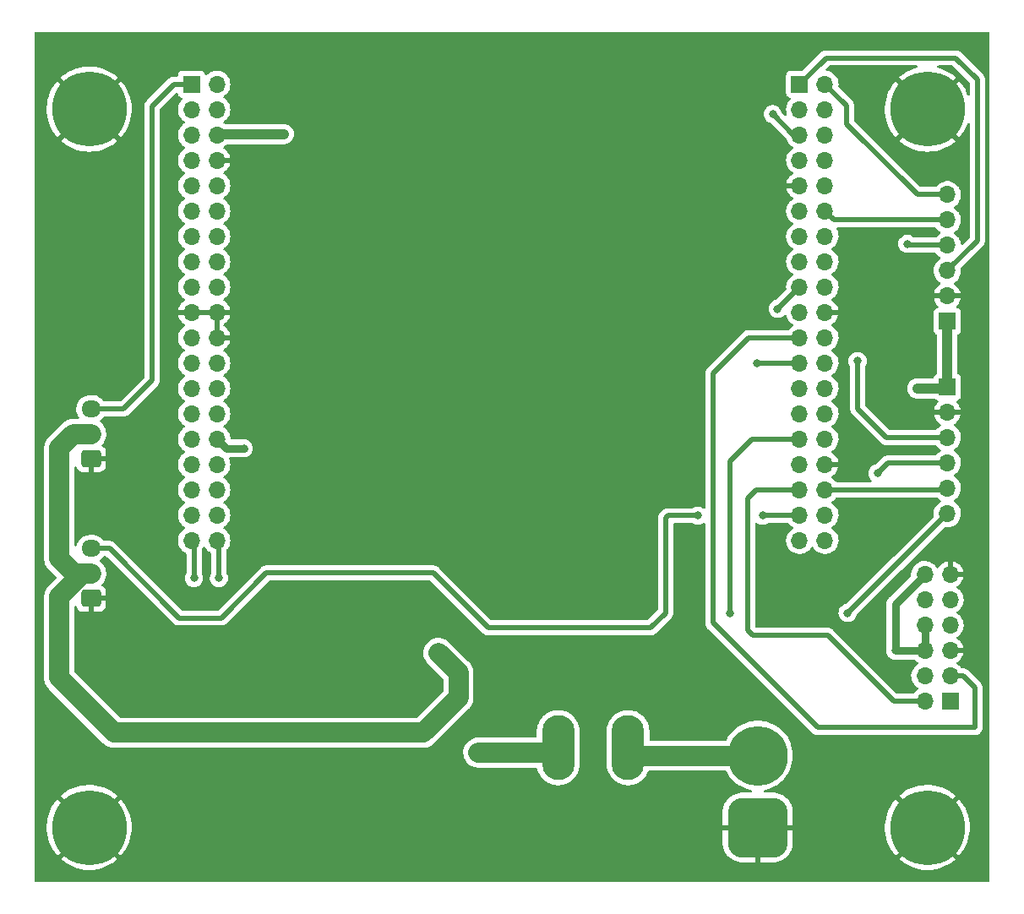
<source format=gbr>
%TF.GenerationSoftware,KiCad,Pcbnew,(6.0.10)*%
%TF.CreationDate,2023-04-26T13:06:59+03:00*%
%TF.ProjectId,KiCAD design,4b694341-4420-4646-9573-69676e2e6b69,rev?*%
%TF.SameCoordinates,Original*%
%TF.FileFunction,Copper,L2,Bot*%
%TF.FilePolarity,Positive*%
%FSLAX46Y46*%
G04 Gerber Fmt 4.6, Leading zero omitted, Abs format (unit mm)*
G04 Created by KiCad (PCBNEW (6.0.10)) date 2023-04-26 13:06:59*
%MOMM*%
%LPD*%
G01*
G04 APERTURE LIST*
G04 Aperture macros list*
%AMRoundRect*
0 Rectangle with rounded corners*
0 $1 Rounding radius*
0 $2 $3 $4 $5 $6 $7 $8 $9 X,Y pos of 4 corners*
0 Add a 4 corners polygon primitive as box body*
4,1,4,$2,$3,$4,$5,$6,$7,$8,$9,$2,$3,0*
0 Add four circle primitives for the rounded corners*
1,1,$1+$1,$2,$3*
1,1,$1+$1,$4,$5*
1,1,$1+$1,$6,$7*
1,1,$1+$1,$8,$9*
0 Add four rect primitives between the rounded corners*
20,1,$1+$1,$2,$3,$4,$5,0*
20,1,$1+$1,$4,$5,$6,$7,0*
20,1,$1+$1,$6,$7,$8,$9,0*
20,1,$1+$1,$8,$9,$2,$3,0*%
G04 Aperture macros list end*
%TA.AperFunction,ComponentPad*%
%ADD10R,1.700000X1.700000*%
%TD*%
%TA.AperFunction,ComponentPad*%
%ADD11O,1.700000X1.700000*%
%TD*%
%TA.AperFunction,ComponentPad*%
%ADD12RoundRect,0.250000X0.725000X-0.600000X0.725000X0.600000X-0.725000X0.600000X-0.725000X-0.600000X0*%
%TD*%
%TA.AperFunction,ComponentPad*%
%ADD13O,1.950000X1.700000*%
%TD*%
%TA.AperFunction,ComponentPad*%
%ADD14C,7.500000*%
%TD*%
%TA.AperFunction,ComponentPad*%
%ADD15O,3.260000X6.520000*%
%TD*%
%TA.AperFunction,ComponentPad*%
%ADD16RoundRect,1.500000X1.500000X-1.500000X1.500000X1.500000X-1.500000X1.500000X-1.500000X-1.500000X0*%
%TD*%
%TA.AperFunction,ComponentPad*%
%ADD17C,6.000000*%
%TD*%
%TA.AperFunction,ViaPad*%
%ADD18C,0.800000*%
%TD*%
%TA.AperFunction,Conductor*%
%ADD19C,2.000000*%
%TD*%
%TA.AperFunction,Conductor*%
%ADD20C,1.000000*%
%TD*%
%TA.AperFunction,Conductor*%
%ADD21C,0.750000*%
%TD*%
%TA.AperFunction,Conductor*%
%ADD22C,0.500000*%
%TD*%
G04 APERTURE END LIST*
D10*
%TO.P,J204,1,Pin_1*%
%TO.N,/CONNECTORS/TOF2_SDA*%
X179200000Y-57500000D03*
D11*
%TO.P,J204,2,Pin_2*%
%TO.N,/CONNECTORS/TOF2_DATA_READY*%
X181740000Y-57500000D03*
%TO.P,J204,3,Pin_3*%
%TO.N,/CONNECTORS/PB8*%
X179200000Y-60040000D03*
%TO.P,J204,4,Pin_4*%
%TO.N,/CONNECTORS/PC6*%
X181740000Y-60040000D03*
%TO.P,J204,5,Pin_5*%
%TO.N,/CONNECTORS/TOF1_SDA*%
X179200000Y-62580000D03*
%TO.P,J204,6,Pin_6*%
%TO.N,/CONNECTORS/PC5*%
X181740000Y-62580000D03*
%TO.P,J204,7,Pin_7*%
%TO.N,/CONNECTORS/AVDD*%
X179200000Y-65120000D03*
%TO.P,J204,8,Pin_8*%
%TO.N,/CONNECTORS/U5V*%
X181740000Y-65120000D03*
%TO.P,J204,9,Pin_9*%
%TO.N,GND*%
X179200000Y-67660000D03*
%TO.P,J204,10,Pin_10*%
%TO.N,unconnected-(J204-Pad10)*%
X181740000Y-67660000D03*
%TO.P,J204,11,Pin_11*%
%TO.N,/CONNECTORS/PA5*%
X179200000Y-70200000D03*
%TO.P,J204,12,Pin_12*%
%TO.N,/CONNECTORS/TOF2_XSHUT*%
X181740000Y-70200000D03*
%TO.P,J204,13,Pin_13*%
%TO.N,/CONNECTORS/PA6*%
X179200000Y-72740000D03*
%TO.P,J204,14,Pin_14*%
%TO.N,/CONNECTORS/PA11*%
X181740000Y-72740000D03*
%TO.P,J204,15,Pin_15*%
%TO.N,/CONNECTORS/PA7*%
X179200000Y-75280000D03*
%TO.P,J204,16,Pin_16*%
%TO.N,/CONNECTORS/PB12*%
X181740000Y-75280000D03*
%TO.P,J204,17,Pin_17*%
%TO.N,/CONNECTORS/TOF1_SCL*%
X179200000Y-77820000D03*
%TO.P,J204,18,Pin_18*%
%TO.N,unconnected-(J204-Pad18)*%
X181740000Y-77820000D03*
%TO.P,J204,19,Pin_19*%
%TO.N,unconnected-(J204-Pad19)*%
X179200000Y-80360000D03*
%TO.P,J204,20,Pin_20*%
%TO.N,GND*%
X181740000Y-80360000D03*
%TO.P,J204,21,Pin_21*%
%TO.N,/CONNECTORS/Bluetooth_TX*%
X179200000Y-82900000D03*
%TO.P,J204,22,Pin_22*%
%TO.N,/CONNECTORS/PB2*%
X181740000Y-82900000D03*
%TO.P,J204,23,Pin_23*%
%TO.N,/CONNECTORS/TOF2_SCL*%
X179200000Y-85440000D03*
%TO.P,J204,24,Pin_24*%
%TO.N,/CONNECTORS/PB1*%
X181740000Y-85440000D03*
%TO.P,J204,25,Pin_25*%
%TO.N,unconnected-(J204-Pad25)*%
X179200000Y-87980000D03*
%TO.P,J204,26,Pin_26*%
%TO.N,/CONNECTORS/PB15*%
X181740000Y-87980000D03*
%TO.P,J204,27,Pin_27*%
%TO.N,unconnected-(J204-Pad27)*%
X179200000Y-90520000D03*
%TO.P,J204,28,Pin_28*%
%TO.N,unconnected-(J204-Pad28)*%
X181740000Y-90520000D03*
%TO.P,J204,29,Pin_29*%
%TO.N,/CONNECTORS/TOF1_DATA_READY*%
X179200000Y-93060000D03*
%TO.P,J204,30,Pin_30*%
%TO.N,unconnected-(J204-Pad30)*%
X181740000Y-93060000D03*
%TO.P,J204,31,Pin_31*%
%TO.N,/CONNECTORS/PB3*%
X179200000Y-95600000D03*
%TO.P,J204,32,Pin_32*%
%TO.N,GND*%
X181740000Y-95600000D03*
%TO.P,J204,33,Pin_33*%
%TO.N,/CONNECTORS/Bluetooth_RX*%
X179200000Y-98140000D03*
%TO.P,J204,34,Pin_34*%
%TO.N,/CONNECTORS/TOF1_XSHUT*%
X181740000Y-98140000D03*
%TO.P,J204,35,Pin_35*%
%TO.N,/CONNECTORS/USART_HD_ARM*%
X179200000Y-100680000D03*
%TO.P,J204,36,Pin_36*%
%TO.N,unconnected-(J204-Pad36)*%
X181740000Y-100680000D03*
%TO.P,J204,37,Pin_37*%
%TO.N,/CONNECTORS/PA3*%
X179200000Y-103220000D03*
%TO.P,J204,38,Pin_38*%
%TO.N,unconnected-(J204-Pad38)*%
X181740000Y-103220000D03*
%TD*%
D10*
%TO.P,J401,1,Pin_1*%
%TO.N,/CONNECTORS/RTS*%
X194275000Y-119350000D03*
D11*
%TO.P,J401,2,Pin_2*%
%TO.N,/CONNECTORS/Bluetooth_RX*%
X191735000Y-119350000D03*
%TO.P,J401,3,Pin_3*%
%TO.N,/CONNECTORS/Bluetooth_TX*%
X194275000Y-116810000D03*
%TO.P,J401,4,Pin_4*%
%TO.N,/CONNECTORS/CTS*%
X191735000Y-116810000D03*
%TO.P,J401,5,Pin_5*%
%TO.N,GND*%
X194275000Y-114270000D03*
%TO.P,J401,6,Pin_6*%
%TO.N,+3.3V*%
X191735000Y-114270000D03*
%TO.P,J401,7,Pin_7*%
%TO.N,/CONNECTORS/P1_2*%
X194275000Y-111730000D03*
%TO.P,J401,8,Pin_8*%
%TO.N,+3.3V*%
X191735000Y-111730000D03*
%TO.P,J401,9,Pin_9*%
%TO.N,/CONNECTORS/MODE*%
X194275000Y-109190000D03*
%TO.P,J401,10,Pin_10*%
%TO.N,/CONNECTORS/P1_6*%
X191735000Y-109190000D03*
%TO.P,J401,11,Pin_11*%
%TO.N,GND*%
X194275000Y-106650000D03*
%TO.P,J401,12,Pin_12*%
%TO.N,+3.3V*%
X191735000Y-106650000D03*
%TD*%
D12*
%TO.P,J203,1,Pin_1*%
%TO.N,GND*%
X108200000Y-95045001D03*
D13*
%TO.P,J203,2,Pin_2*%
%TO.N,+12V*%
X108200000Y-92545001D03*
%TO.P,J203,3,Pin_3*%
%TO.N,/CONNECTORS/USART_HD_BASE*%
X108200000Y-90045001D03*
%TD*%
D10*
%TO.P,J206,1,Pin_1*%
%TO.N,+5V*%
X194000000Y-81270000D03*
D11*
%TO.P,J206,2,Pin_2*%
%TO.N,GND*%
X194000000Y-78730000D03*
%TO.P,J206,3,Pin_3*%
%TO.N,/CONNECTORS/TOF2_SDA*%
X194000000Y-76190000D03*
%TO.P,J206,4,Pin_4*%
%TO.N,/CONNECTORS/TOF2_SCL*%
X194000000Y-73650000D03*
%TO.P,J206,5,Pin_5*%
%TO.N,/CONNECTORS/TOF2_XSHUT*%
X194000000Y-71110000D03*
%TO.P,J206,6,Pin_6*%
%TO.N,/CONNECTORS/TOF2_DATA_READY*%
X194000000Y-68570000D03*
%TD*%
D10*
%TO.P,J208,1,Pin_1*%
%TO.N,+5V*%
X194000000Y-87840000D03*
D11*
%TO.P,J208,2,Pin_2*%
%TO.N,GND*%
X194000000Y-90380000D03*
%TO.P,J208,3,Pin_3*%
%TO.N,/CONNECTORS/TOF1_SDA*%
X194000000Y-92920000D03*
%TO.P,J208,4,Pin_4*%
%TO.N,/CONNECTORS/TOF1_SCL*%
X194000000Y-95460000D03*
%TO.P,J208,5,Pin_5*%
%TO.N,/CONNECTORS/TOF1_XSHUT*%
X194000000Y-98000000D03*
%TO.P,J208,6,Pin_6*%
%TO.N,/CONNECTORS/TOF1_DATA_READY*%
X194000000Y-100540000D03*
%TD*%
D14*
%TO.P,H104,1,1*%
%TO.N,GND*%
X108000000Y-60000000D03*
%TD*%
D10*
%TO.P,J201,1,Pin_1*%
%TO.N,/CONNECTORS/USART_HD_BASE*%
X118250000Y-57500000D03*
D11*
%TO.P,J201,2,Pin_2*%
%TO.N,/CONNECTORS/PC11*%
X120790000Y-57500000D03*
%TO.P,J201,3,Pin_3*%
%TO.N,/CONNECTORS/PC12*%
X118250000Y-60040000D03*
%TO.P,J201,4,Pin_4*%
%TO.N,/CONNECTORS/PD2*%
X120790000Y-60040000D03*
%TO.P,J201,5,Pin_5*%
%TO.N,/CONNECTORS/VDD*%
X118250000Y-62580000D03*
%TO.P,J201,6,Pin_6*%
%TO.N,+5V*%
X120790000Y-62580000D03*
%TO.P,J201,7,Pin_7*%
%TO.N,/CONNECTORS/BOOT0*%
X118250000Y-65120000D03*
%TO.P,J201,8,Pin_8*%
%TO.N,GND*%
X120790000Y-65120000D03*
%TO.P,J201,9,Pin_9*%
%TO.N,unconnected-(J201-Pad9)*%
X118250000Y-67660000D03*
%TO.P,J201,10,Pin_10*%
%TO.N,unconnected-(J201-Pad10)*%
X120790000Y-67660000D03*
%TO.P,J201,11,Pin_11*%
%TO.N,unconnected-(J201-Pad11)*%
X118250000Y-70200000D03*
%TO.P,J201,12,Pin_12*%
%TO.N,/CONNECTORS/IOREF*%
X120790000Y-70200000D03*
%TO.P,J201,13,Pin_13*%
%TO.N,/CONNECTORS/PA13*%
X118250000Y-72740000D03*
%TO.P,J201,14,Pin_14*%
%TO.N,/CONNECTORS/RESET*%
X120790000Y-72740000D03*
%TO.P,J201,15,Pin_15*%
%TO.N,/CONNECTORS/PA14*%
X118250000Y-75280000D03*
%TO.P,J201,16,Pin_16*%
%TO.N,/CONNECTORS/BT_3.3V*%
X120790000Y-75280000D03*
%TO.P,J201,17,Pin_17*%
%TO.N,/CONNECTORS/PA15*%
X118250000Y-77820000D03*
%TO.P,J201,18,Pin_18*%
%TO.N,unconnected-(J201-Pad18)*%
X120790000Y-77820000D03*
%TO.P,J201,19,Pin_19*%
%TO.N,GND*%
X118250000Y-80360000D03*
%TO.P,J201,20,Pin_20*%
X120790000Y-80360000D03*
%TO.P,J201,21,Pin_21*%
%TO.N,unconnected-(J201-Pad21)*%
X118250000Y-82900000D03*
%TO.P,J201,22,Pin_22*%
%TO.N,GND*%
X120790000Y-82900000D03*
%TO.P,J201,23,Pin_23*%
%TO.N,/CONNECTORS/PC13*%
X118250000Y-85440000D03*
%TO.P,J201,24,Pin_24*%
%TO.N,/CONNECTORS/VIN*%
X120790000Y-85440000D03*
%TO.P,J201,25,Pin_25*%
%TO.N,/CONNECTORS/PC14*%
X118250000Y-87980000D03*
%TO.P,J201,26,Pin_26*%
%TO.N,unconnected-(J201-Pad26)*%
X120790000Y-87980000D03*
%TO.P,J201,27,Pin_27*%
%TO.N,/CONNECTORS/PC15*%
X118250000Y-90520000D03*
%TO.P,J201,28,Pin_28*%
%TO.N,/CONNECTORS/PA0*%
X120790000Y-90520000D03*
%TO.P,J201,29,Pin_29*%
%TO.N,/CONNECTORS/PH0*%
X118250000Y-93060000D03*
%TO.P,J201,30,Pin_30*%
%TO.N,/CONNECTORS/CURRENT_MEASURE*%
X120790000Y-93060000D03*
%TO.P,J201,31,Pin_31*%
%TO.N,/CONNECTORS/PH1*%
X118250000Y-95600000D03*
%TO.P,J201,32,Pin_32*%
%TO.N,/CONNECTORS/PA4*%
X120790000Y-95600000D03*
%TO.P,J201,33,Pin_33*%
%TO.N,/CONNECTORS/VBAT*%
X118250000Y-98140000D03*
%TO.P,J201,34,Pin_34*%
%TO.N,/CONNECTORS/PB0*%
X120790000Y-98140000D03*
%TO.P,J201,35,Pin_35*%
%TO.N,/CONNECTORS/PC2*%
X118250000Y-100680000D03*
%TO.P,J201,36,Pin_36*%
%TO.N,/CONNECTORS/PC1*%
X120790000Y-100680000D03*
%TO.P,J201,37,Pin_37*%
%TO.N,/CONNECTORS/LED2*%
X118250000Y-103220000D03*
%TO.P,J201,38,Pin_38*%
%TO.N,/CONNECTORS/LED1*%
X120790000Y-103220000D03*
%TD*%
D14*
%TO.P,H102,1,1*%
%TO.N,GND*%
X108000000Y-132000000D03*
%TD*%
%TO.P,H103,1,1*%
%TO.N,GND*%
X192000000Y-132000000D03*
%TD*%
D15*
%TO.P,SW301,1,A*%
%TO.N,/CONNECTORS/BATT*%
X162000000Y-124000000D03*
%TO.P,SW301,2,B*%
%TO.N,/ON_BOARD_COMPONENTS/IP+*%
X155000000Y-124000000D03*
%TD*%
D16*
%TO.P,J205,1,Pin_1*%
%TO.N,GND*%
X175000000Y-132000000D03*
D17*
%TO.P,J205,2,Pin_2*%
%TO.N,/CONNECTORS/BATT*%
X175000000Y-124800000D03*
%TD*%
D12*
%TO.P,J202,1,Pin_1*%
%TO.N,GND*%
X108200000Y-109045001D03*
D13*
%TO.P,J202,2,Pin_2*%
%TO.N,+12V*%
X108200000Y-106545001D03*
%TO.P,J202,3,Pin_3*%
%TO.N,/CONNECTORS/USART_HD_ARM*%
X108200000Y-104045001D03*
%TD*%
D14*
%TO.P,H101,1,1*%
%TO.N,GND*%
X192000000Y-60000000D03*
%TD*%
D18*
%TO.N,+12V*%
X143000000Y-114500000D03*
%TO.N,GND*%
X160700500Y-104000000D03*
%TO.N,+5V*%
X127500000Y-62500000D03*
X191000000Y-88000000D03*
%TO.N,+3.3V*%
X188770000Y-114270000D03*
%TO.N,/CONNECTORS/LED2*%
X118500000Y-107000000D03*
%TO.N,/CONNECTORS/LED1*%
X121000000Y-107000000D03*
%TO.N,/CONNECTORS/TOF1_SDA*%
X176500000Y-60500000D03*
X185000000Y-85250000D03*
%TO.N,/CONNECTORS/CURRENT_MEASURE*%
X123500000Y-94000000D03*
%TO.N,/CONNECTORS/USART_HD_ARM*%
X169000000Y-100750000D03*
X175500000Y-100750000D03*
%TO.N,/CONNECTORS/TOF1_SCL*%
X177000000Y-80020000D03*
X187000000Y-96500000D03*
%TO.N,/CONNECTORS/TOF2_SCL*%
X174940000Y-85440000D03*
X190000000Y-73500000D03*
%TO.N,/CONNECTORS/TOF1_DATA_READY*%
X184000000Y-110500000D03*
X172250000Y-110500000D03*
%TO.N,/ON_BOARD_COMPONENTS/IP+*%
X147000000Y-124500000D03*
%TD*%
D19*
%TO.N,+12V*%
X107324390Y-106545001D02*
X105000000Y-108869391D01*
X105000000Y-105045001D02*
X106500000Y-106545001D01*
X145000000Y-119000000D02*
X145000000Y-116500000D01*
X145000000Y-116500000D02*
X143000000Y-114500000D01*
X105000000Y-93954999D02*
X105000000Y-105045001D01*
X106500000Y-106545001D02*
X108200000Y-106545001D01*
X105000000Y-117000000D02*
X110500000Y-122500000D01*
X105000000Y-108869391D02*
X105000000Y-117000000D01*
X108200000Y-92545001D02*
X106409998Y-92545001D01*
X106409998Y-92545001D02*
X105000000Y-93954999D01*
X108200000Y-106545001D02*
X107324390Y-106545001D01*
X110500000Y-122500000D02*
X141500000Y-122500000D01*
X141500000Y-122500000D02*
X145000000Y-119000000D01*
D20*
%TO.N,+5V*%
X191000000Y-88000000D02*
X193840000Y-88000000D01*
X120870000Y-62500000D02*
X120790000Y-62580000D01*
X127500000Y-62500000D02*
X120870000Y-62500000D01*
X194000000Y-87840000D02*
X194000000Y-81270000D01*
X193840000Y-88000000D02*
X194000000Y-87840000D01*
D21*
%TO.N,+3.3V*%
X188770000Y-109615000D02*
X191735000Y-106650000D01*
X188770000Y-114270000D02*
X191735000Y-114270000D01*
X191735000Y-114270000D02*
X191735000Y-111730000D01*
X188770000Y-114270000D02*
X188770000Y-109615000D01*
D22*
%TO.N,/CONNECTORS/LED2*%
X118500000Y-103470000D02*
X118250000Y-103220000D01*
X118500000Y-107000000D02*
X118500000Y-103470000D01*
%TO.N,/CONNECTORS/LED1*%
X121000000Y-103430000D02*
X120790000Y-103220000D01*
X121000000Y-107000000D02*
X121000000Y-103430000D01*
%TO.N,/CONNECTORS/TOF1_SDA*%
X185000000Y-90000000D02*
X187920000Y-92920000D01*
X178580000Y-62580000D02*
X176500000Y-60500000D01*
X179200000Y-62580000D02*
X178580000Y-62580000D01*
X187920000Y-92920000D02*
X194000000Y-92920000D01*
X185000000Y-85250000D02*
X185000000Y-90000000D01*
D21*
%TO.N,/CONNECTORS/CURRENT_MEASURE*%
X121730000Y-94000000D02*
X120790000Y-93060000D01*
X123500000Y-94000000D02*
X121730000Y-94000000D01*
D22*
%TO.N,/CONNECTORS/USART_HD_ARM*%
X121250000Y-111000000D02*
X117000000Y-111000000D01*
X110045001Y-104045001D02*
X108200000Y-104045001D01*
X165750000Y-101000000D02*
X165750000Y-110500000D01*
X142500000Y-106500000D02*
X125750000Y-106500000D01*
X169000000Y-100750000D02*
X166000000Y-100750000D01*
X175570000Y-100680000D02*
X179200000Y-100680000D01*
X165750000Y-110500000D02*
X164250000Y-112000000D01*
X166000000Y-100750000D02*
X165750000Y-101000000D01*
X148000000Y-112000000D02*
X142500000Y-106500000D01*
X175500000Y-100750000D02*
X175570000Y-100680000D01*
X117000000Y-111000000D02*
X110045001Y-104045001D01*
X164250000Y-112000000D02*
X148000000Y-112000000D01*
X125750000Y-106500000D02*
X121250000Y-111000000D01*
%TO.N,/CONNECTORS/USART_HD_BASE*%
X118250000Y-57500000D02*
X116500000Y-57500000D01*
X116500000Y-57500000D02*
X114300000Y-59700000D01*
X111454999Y-90045001D02*
X108200000Y-90045001D01*
X114300000Y-59700000D02*
X114300000Y-87200000D01*
X114300000Y-87200000D02*
X111454999Y-90045001D01*
%TO.N,/CONNECTORS/TOF2_SDA*%
X194864000Y-54864000D02*
X197000000Y-57000000D01*
X181836000Y-54864000D02*
X194864000Y-54864000D01*
X179200000Y-57500000D02*
X181836000Y-54864000D01*
X197000000Y-57000000D02*
X197000000Y-73190000D01*
X197000000Y-73190000D02*
X194000000Y-76190000D01*
%TO.N,/CONNECTORS/TOF2_DATA_READY*%
X183896000Y-59656000D02*
X183896000Y-61468000D01*
X190998000Y-68570000D02*
X194000000Y-68570000D01*
X181740000Y-57500000D02*
X183896000Y-59656000D01*
X183896000Y-61468000D02*
X190998000Y-68570000D01*
%TO.N,/CONNECTORS/TOF1_SCL*%
X188040000Y-95460000D02*
X194000000Y-95460000D01*
X179200000Y-77820000D02*
X177000000Y-80020000D01*
X187000000Y-96500000D02*
X188040000Y-95460000D01*
%TO.N,/CONNECTORS/TOF2_XSHUT*%
X182650000Y-71110000D02*
X181740000Y-70200000D01*
X194000000Y-71110000D02*
X182650000Y-71110000D01*
%TO.N,/CONNECTORS/Bluetooth_TX*%
X195560000Y-116810000D02*
X196750000Y-118000000D01*
X181000000Y-122000000D02*
X170500000Y-111500000D01*
X194275000Y-116810000D02*
X195560000Y-116810000D01*
X170500000Y-86500000D02*
X174100000Y-82900000D01*
X196750000Y-122000000D02*
X181000000Y-122000000D01*
X174100000Y-82900000D02*
X179200000Y-82900000D01*
X196750000Y-118000000D02*
X196750000Y-122000000D01*
X170500000Y-111500000D02*
X170500000Y-86500000D01*
%TO.N,/CONNECTORS/TOF2_SCL*%
X190150000Y-73650000D02*
X194000000Y-73650000D01*
X190000000Y-73500000D02*
X190150000Y-73650000D01*
X174940000Y-85440000D02*
X179200000Y-85440000D01*
%TO.N,/CONNECTORS/TOF1_XSHUT*%
X193860000Y-98140000D02*
X194000000Y-98000000D01*
X181740000Y-98140000D02*
X193860000Y-98140000D01*
%TO.N,/CONNECTORS/TOF1_DATA_READY*%
X188960000Y-105540000D02*
X189000000Y-105540000D01*
X189000000Y-105540000D02*
X194000000Y-100540000D01*
X172250000Y-95250000D02*
X174440000Y-93060000D01*
X184000000Y-110500000D02*
X188960000Y-105540000D01*
X174440000Y-93060000D02*
X179200000Y-93060000D01*
X172250000Y-110500000D02*
X172250000Y-95250000D01*
%TO.N,/CONNECTORS/Bluetooth_RX*%
X179200000Y-98140000D02*
X174860000Y-98140000D01*
X174000000Y-99000000D02*
X174000000Y-112250000D01*
X174860000Y-98140000D02*
X174000000Y-99000000D01*
X174000000Y-112250000D02*
X174500000Y-112750000D01*
X174500000Y-112750000D02*
X182000000Y-112750000D01*
X188600000Y-119350000D02*
X191735000Y-119350000D01*
X182000000Y-112750000D02*
X188600000Y-119350000D01*
D19*
%TO.N,/CONNECTORS/BATT*%
X162000000Y-124000000D02*
X162800000Y-124800000D01*
X162000000Y-125000000D02*
X162000000Y-124000000D01*
X162800000Y-124800000D02*
X175000000Y-124800000D01*
%TO.N,/ON_BOARD_COMPONENTS/IP+*%
X154500000Y-124500000D02*
X155000000Y-124000000D01*
X147000000Y-124500000D02*
X154500000Y-124500000D01*
%TD*%
%TA.AperFunction,Conductor*%
%TO.N,GND*%
G36*
X198183621Y-52278502D02*
G01*
X198230114Y-52332158D01*
X198241500Y-52384500D01*
X198241500Y-137365500D01*
X198221498Y-137433621D01*
X198167842Y-137480114D01*
X198115500Y-137491500D01*
X102634500Y-137491500D01*
X102566379Y-137471498D01*
X102519886Y-137417842D01*
X102508500Y-137365500D01*
X102508500Y-135186434D01*
X105178921Y-135186434D01*
X105185708Y-135196135D01*
X105385023Y-135366365D01*
X105389709Y-135370000D01*
X105713442Y-135597523D01*
X105718432Y-135600690D01*
X106062141Y-135796739D01*
X106067422Y-135799429D01*
X106428053Y-135962260D01*
X106433544Y-135964434D01*
X106807906Y-136092607D01*
X106813590Y-136094259D01*
X107198347Y-136186631D01*
X107204162Y-136187740D01*
X107595889Y-136243490D01*
X107601802Y-136244049D01*
X107997031Y-136262688D01*
X108002969Y-136262688D01*
X108398198Y-136244049D01*
X108404111Y-136243490D01*
X108795838Y-136187740D01*
X108801653Y-136186631D01*
X109186410Y-136094259D01*
X109192094Y-136092607D01*
X109566456Y-135964434D01*
X109571947Y-135962260D01*
X109932578Y-135799429D01*
X109937859Y-135796739D01*
X110281568Y-135600690D01*
X110286558Y-135597523D01*
X110610291Y-135370000D01*
X110614977Y-135366365D01*
X110812722Y-135197476D01*
X110821152Y-135184562D01*
X110815145Y-135174355D01*
X108012812Y-132372022D01*
X107998868Y-132364408D01*
X107997035Y-132364539D01*
X107990420Y-132368790D01*
X105186313Y-135172897D01*
X105178921Y-135186434D01*
X102508500Y-135186434D01*
X102508500Y-131869073D01*
X103739322Y-131869073D01*
X103745537Y-132264679D01*
X103745911Y-132270629D01*
X103789327Y-132663895D01*
X103790257Y-132669766D01*
X103870494Y-133057212D01*
X103871970Y-133062960D01*
X103988316Y-133441151D01*
X103990320Y-133446716D01*
X104141745Y-133812288D01*
X104144267Y-133817647D01*
X104329411Y-134167323D01*
X104332436Y-134172440D01*
X104549669Y-134503144D01*
X104553159Y-134507947D01*
X104800292Y-134816420D01*
X104813130Y-134823694D01*
X104814439Y-134823621D01*
X104821852Y-134818938D01*
X107627978Y-132012812D01*
X107634356Y-132001132D01*
X108364408Y-132001132D01*
X108364539Y-132002965D01*
X108368790Y-132009580D01*
X111175271Y-134816061D01*
X111189215Y-134823675D01*
X111190524Y-134823582D01*
X111197360Y-134819112D01*
X111199454Y-134816737D01*
X111446841Y-134507947D01*
X111450331Y-134503144D01*
X111667564Y-134172440D01*
X111670589Y-134167323D01*
X111855733Y-133817647D01*
X111858255Y-133812288D01*
X111941666Y-133610915D01*
X171492001Y-133610915D01*
X171492061Y-133613672D01*
X171494601Y-133671855D01*
X171495317Y-133678972D01*
X171537999Y-133948453D01*
X171539978Y-133957023D01*
X171619504Y-134217143D01*
X171622655Y-134225353D01*
X171737613Y-134471882D01*
X171741876Y-134479572D01*
X171890024Y-134707700D01*
X171895314Y-134714719D01*
X172073783Y-134920024D01*
X172079976Y-134926217D01*
X172285281Y-135104686D01*
X172292300Y-135109976D01*
X172520428Y-135258124D01*
X172528118Y-135262387D01*
X172774647Y-135377345D01*
X172782857Y-135380496D01*
X173042977Y-135460022D01*
X173051547Y-135462001D01*
X173321044Y-135504685D01*
X173328128Y-135505399D01*
X173386331Y-135507940D01*
X173389083Y-135508000D01*
X174727885Y-135508000D01*
X174743124Y-135503525D01*
X174744329Y-135502135D01*
X174746000Y-135494452D01*
X174746000Y-135489884D01*
X175254000Y-135489884D01*
X175258475Y-135505123D01*
X175259865Y-135506328D01*
X175267548Y-135507999D01*
X176610915Y-135507999D01*
X176613672Y-135507939D01*
X176671855Y-135505399D01*
X176678972Y-135504683D01*
X176948453Y-135462001D01*
X176957023Y-135460022D01*
X177217143Y-135380496D01*
X177225353Y-135377345D01*
X177471882Y-135262387D01*
X177479572Y-135258124D01*
X177589965Y-135186434D01*
X189178921Y-135186434D01*
X189185708Y-135196135D01*
X189385023Y-135366365D01*
X189389709Y-135370000D01*
X189713442Y-135597523D01*
X189718432Y-135600690D01*
X190062141Y-135796739D01*
X190067422Y-135799429D01*
X190428053Y-135962260D01*
X190433544Y-135964434D01*
X190807906Y-136092607D01*
X190813590Y-136094259D01*
X191198347Y-136186631D01*
X191204162Y-136187740D01*
X191595889Y-136243490D01*
X191601802Y-136244049D01*
X191997031Y-136262688D01*
X192002969Y-136262688D01*
X192398198Y-136244049D01*
X192404111Y-136243490D01*
X192795838Y-136187740D01*
X192801653Y-136186631D01*
X193186410Y-136094259D01*
X193192094Y-136092607D01*
X193566456Y-135964434D01*
X193571947Y-135962260D01*
X193932578Y-135799429D01*
X193937859Y-135796739D01*
X194281568Y-135600690D01*
X194286558Y-135597523D01*
X194610291Y-135370000D01*
X194614977Y-135366365D01*
X194812722Y-135197476D01*
X194821152Y-135184562D01*
X194815145Y-135174355D01*
X192012812Y-132372022D01*
X191998868Y-132364408D01*
X191997035Y-132364539D01*
X191990420Y-132368790D01*
X189186313Y-135172897D01*
X189178921Y-135186434D01*
X177589965Y-135186434D01*
X177707700Y-135109976D01*
X177714719Y-135104686D01*
X177920024Y-134926217D01*
X177926217Y-134920024D01*
X178104686Y-134714719D01*
X178109976Y-134707700D01*
X178258124Y-134479572D01*
X178262387Y-134471882D01*
X178377345Y-134225353D01*
X178380496Y-134217143D01*
X178460022Y-133957023D01*
X178462001Y-133948453D01*
X178504685Y-133678956D01*
X178505399Y-133671872D01*
X178507940Y-133613669D01*
X178508000Y-133610917D01*
X178508000Y-132272115D01*
X178503525Y-132256876D01*
X178502135Y-132255671D01*
X178494452Y-132254000D01*
X175272115Y-132254000D01*
X175256876Y-132258475D01*
X175255671Y-132259865D01*
X175254000Y-132267548D01*
X175254000Y-135489884D01*
X174746000Y-135489884D01*
X174746000Y-132272115D01*
X174741525Y-132256876D01*
X174740135Y-132255671D01*
X174732452Y-132254000D01*
X171510116Y-132254000D01*
X171494877Y-132258475D01*
X171493672Y-132259865D01*
X171492001Y-132267548D01*
X171492001Y-133610915D01*
X111941666Y-133610915D01*
X112009680Y-133446716D01*
X112011684Y-133441151D01*
X112128030Y-133062960D01*
X112129506Y-133057212D01*
X112209743Y-132669766D01*
X112210673Y-132663895D01*
X112254145Y-132270124D01*
X112254494Y-132265196D01*
X112262750Y-132002468D01*
X112262711Y-131997530D01*
X112256653Y-131869073D01*
X187739322Y-131869073D01*
X187745537Y-132264679D01*
X187745911Y-132270629D01*
X187789327Y-132663895D01*
X187790257Y-132669766D01*
X187870494Y-133057212D01*
X187871970Y-133062960D01*
X187988316Y-133441151D01*
X187990320Y-133446716D01*
X188141745Y-133812288D01*
X188144267Y-133817647D01*
X188329411Y-134167323D01*
X188332436Y-134172440D01*
X188549669Y-134503144D01*
X188553159Y-134507947D01*
X188800292Y-134816420D01*
X188813130Y-134823694D01*
X188814439Y-134823621D01*
X188821852Y-134818938D01*
X191627978Y-132012812D01*
X191634356Y-132001132D01*
X192364408Y-132001132D01*
X192364539Y-132002965D01*
X192368790Y-132009580D01*
X195175271Y-134816061D01*
X195189215Y-134823675D01*
X195190524Y-134823582D01*
X195197360Y-134819112D01*
X195199454Y-134816737D01*
X195446841Y-134507947D01*
X195450331Y-134503144D01*
X195667564Y-134172440D01*
X195670589Y-134167323D01*
X195855733Y-133817647D01*
X195858255Y-133812288D01*
X196009680Y-133446716D01*
X196011684Y-133441151D01*
X196128030Y-133062960D01*
X196129506Y-133057212D01*
X196209743Y-132669766D01*
X196210673Y-132663895D01*
X196254145Y-132270124D01*
X196254494Y-132265196D01*
X196262750Y-132002468D01*
X196262711Y-131997530D01*
X196244049Y-131601802D01*
X196243490Y-131595889D01*
X196187740Y-131204162D01*
X196186631Y-131198347D01*
X196094259Y-130813590D01*
X196092607Y-130807906D01*
X195964434Y-130433544D01*
X195962260Y-130428053D01*
X195799429Y-130067422D01*
X195796739Y-130062141D01*
X195600690Y-129718432D01*
X195597523Y-129713442D01*
X195370000Y-129389709D01*
X195366365Y-129385023D01*
X195197476Y-129187278D01*
X195184562Y-129178848D01*
X195174355Y-129184855D01*
X192372022Y-131987188D01*
X192364408Y-132001132D01*
X191634356Y-132001132D01*
X191635592Y-131998868D01*
X191635461Y-131997035D01*
X191631210Y-131990420D01*
X188827402Y-129186612D01*
X188813458Y-129178998D01*
X188813205Y-129179016D01*
X188804463Y-129184930D01*
X188717436Y-129280572D01*
X188713649Y-129285150D01*
X188476088Y-129601551D01*
X188472744Y-129606471D01*
X188266001Y-129943845D01*
X188263153Y-129949025D01*
X188089072Y-130304370D01*
X188086723Y-130309797D01*
X187946858Y-130679939D01*
X187945026Y-130685578D01*
X187840622Y-131067215D01*
X187839323Y-131073028D01*
X187771295Y-131462811D01*
X187770554Y-131468674D01*
X187739507Y-131863147D01*
X187739322Y-131869073D01*
X112256653Y-131869073D01*
X112244049Y-131601802D01*
X112243490Y-131595889D01*
X112187740Y-131204162D01*
X112186631Y-131198347D01*
X112094259Y-130813590D01*
X112092607Y-130807906D01*
X111964434Y-130433544D01*
X111962260Y-130428053D01*
X111799429Y-130067422D01*
X111796739Y-130062141D01*
X111600690Y-129718432D01*
X111597523Y-129713442D01*
X111370000Y-129389709D01*
X111366365Y-129385023D01*
X111197476Y-129187278D01*
X111184562Y-129178848D01*
X111174355Y-129184855D01*
X108372022Y-131987188D01*
X108364408Y-132001132D01*
X107634356Y-132001132D01*
X107635592Y-131998868D01*
X107635461Y-131997035D01*
X107631210Y-131990420D01*
X104827402Y-129186612D01*
X104813458Y-129178998D01*
X104813205Y-129179016D01*
X104804463Y-129184930D01*
X104717436Y-129280572D01*
X104713649Y-129285150D01*
X104476088Y-129601551D01*
X104472744Y-129606471D01*
X104266001Y-129943845D01*
X104263153Y-129949025D01*
X104089072Y-130304370D01*
X104086723Y-130309797D01*
X103946858Y-130679939D01*
X103945026Y-130685578D01*
X103840622Y-131067215D01*
X103839323Y-131073028D01*
X103771295Y-131462811D01*
X103770554Y-131468674D01*
X103739507Y-131863147D01*
X103739322Y-131869073D01*
X102508500Y-131869073D01*
X102508500Y-128815964D01*
X105178939Y-128815964D01*
X105178945Y-128816217D01*
X105184445Y-128825235D01*
X107987188Y-131627978D01*
X108001132Y-131635592D01*
X108002965Y-131635461D01*
X108009580Y-131631210D01*
X110816061Y-128824729D01*
X110823675Y-128810785D01*
X110823582Y-128809476D01*
X110819112Y-128802640D01*
X110816737Y-128800546D01*
X110507947Y-128553159D01*
X110503144Y-128549669D01*
X110172440Y-128332436D01*
X110167323Y-128329411D01*
X109817647Y-128144267D01*
X109812288Y-128141745D01*
X109446716Y-127990320D01*
X109441151Y-127988316D01*
X109062960Y-127871970D01*
X109057212Y-127870494D01*
X108669766Y-127790257D01*
X108663895Y-127789327D01*
X108270629Y-127745911D01*
X108264679Y-127745537D01*
X107869073Y-127739322D01*
X107863147Y-127739507D01*
X107468674Y-127770554D01*
X107462811Y-127771295D01*
X107073028Y-127839323D01*
X107067215Y-127840622D01*
X106685578Y-127945026D01*
X106679939Y-127946858D01*
X106309797Y-128086723D01*
X106304370Y-128089072D01*
X105949025Y-128263153D01*
X105943845Y-128266001D01*
X105606471Y-128472744D01*
X105601551Y-128476088D01*
X105285150Y-128713649D01*
X105280572Y-128717436D01*
X105187199Y-128802398D01*
X105178939Y-128815964D01*
X102508500Y-128815964D01*
X102508500Y-124552817D01*
X145487514Y-124552817D01*
X145515415Y-124793956D01*
X145581510Y-125027532D01*
X145583644Y-125032108D01*
X145583646Y-125032114D01*
X145681962Y-125242954D01*
X145684099Y-125247536D01*
X145820544Y-125448307D01*
X145987332Y-125624681D01*
X145991358Y-125627759D01*
X145991359Y-125627760D01*
X146176154Y-125769047D01*
X146176158Y-125769050D01*
X146180174Y-125772120D01*
X146394109Y-125886831D01*
X146623631Y-125965862D01*
X146722978Y-125983022D01*
X146858926Y-126006504D01*
X146858932Y-126006505D01*
X146862836Y-126007179D01*
X146866797Y-126007359D01*
X146866798Y-126007359D01*
X146890506Y-126008436D01*
X146890525Y-126008436D01*
X146891925Y-126008500D01*
X152791895Y-126008500D01*
X152860016Y-126028502D01*
X152906509Y-126082158D01*
X152915277Y-126108948D01*
X152935464Y-126206429D01*
X153032796Y-126481285D01*
X153166529Y-126740389D01*
X153168990Y-126743890D01*
X153168992Y-126743894D01*
X153254160Y-126865075D01*
X153334190Y-126978946D01*
X153532675Y-127192542D01*
X153535991Y-127195256D01*
X153535993Y-127195258D01*
X153554614Y-127210499D01*
X153758313Y-127377224D01*
X153761967Y-127379463D01*
X154003276Y-127527339D01*
X154003284Y-127527343D01*
X154006926Y-127529575D01*
X154010843Y-127531294D01*
X154010846Y-127531296D01*
X154128636Y-127583002D01*
X154273916Y-127646775D01*
X154278044Y-127647951D01*
X154278047Y-127647952D01*
X154304194Y-127655400D01*
X154554342Y-127726656D01*
X154558584Y-127727260D01*
X154558590Y-127727261D01*
X154774015Y-127757921D01*
X154843014Y-127767741D01*
X154996134Y-127768542D01*
X155130305Y-127769245D01*
X155130311Y-127769245D01*
X155134591Y-127769267D01*
X155138835Y-127768708D01*
X155138839Y-127768708D01*
X155266080Y-127751956D01*
X155423678Y-127731208D01*
X155440318Y-127726656D01*
X155504810Y-127709013D01*
X155704925Y-127654268D01*
X155737799Y-127640246D01*
X155969175Y-127541556D01*
X155969179Y-127541554D01*
X155973127Y-127539870D01*
X156099451Y-127464267D01*
X156219641Y-127392335D01*
X156219645Y-127392332D01*
X156223323Y-127390131D01*
X156450882Y-127207822D01*
X156651593Y-126996316D01*
X156821742Y-126759528D01*
X156958182Y-126501839D01*
X157058387Y-126228017D01*
X157120502Y-125943129D01*
X157125275Y-125882481D01*
X157138307Y-125716897D01*
X157138307Y-125716888D01*
X157138500Y-125714440D01*
X157138500Y-125703299D01*
X159861500Y-125703299D01*
X159861646Y-125705435D01*
X159861646Y-125705446D01*
X159874144Y-125888764D01*
X159876335Y-125920906D01*
X159877204Y-125925101D01*
X159877204Y-125925103D01*
X159894201Y-126007179D01*
X159935464Y-126206429D01*
X160032796Y-126481285D01*
X160166529Y-126740389D01*
X160168990Y-126743890D01*
X160168992Y-126743894D01*
X160254160Y-126865075D01*
X160334190Y-126978946D01*
X160532675Y-127192542D01*
X160535991Y-127195256D01*
X160535993Y-127195258D01*
X160554614Y-127210499D01*
X160758313Y-127377224D01*
X160761967Y-127379463D01*
X161003276Y-127527339D01*
X161003284Y-127527343D01*
X161006926Y-127529575D01*
X161010843Y-127531294D01*
X161010846Y-127531296D01*
X161128636Y-127583002D01*
X161273916Y-127646775D01*
X161278044Y-127647951D01*
X161278047Y-127647952D01*
X161304194Y-127655400D01*
X161554342Y-127726656D01*
X161558584Y-127727260D01*
X161558590Y-127727261D01*
X161774015Y-127757921D01*
X161843014Y-127767741D01*
X161996134Y-127768542D01*
X162130305Y-127769245D01*
X162130311Y-127769245D01*
X162134591Y-127769267D01*
X162138835Y-127768708D01*
X162138839Y-127768708D01*
X162266080Y-127751956D01*
X162423678Y-127731208D01*
X162440318Y-127726656D01*
X162504810Y-127709013D01*
X162704925Y-127654268D01*
X162737799Y-127640246D01*
X162969175Y-127541556D01*
X162969179Y-127541554D01*
X162973127Y-127539870D01*
X163099451Y-127464267D01*
X163219641Y-127392335D01*
X163219645Y-127392332D01*
X163223323Y-127390131D01*
X163450882Y-127207822D01*
X163651593Y-126996316D01*
X163821742Y-126759528D01*
X163958182Y-126501839D01*
X163998671Y-126391198D01*
X164040864Y-126334101D01*
X164107229Y-126308879D01*
X164116996Y-126308500D01*
X171753724Y-126308500D01*
X171821845Y-126328502D01*
X171865991Y-126377297D01*
X171929449Y-126501839D01*
X171957380Y-126556657D01*
X172157668Y-126865075D01*
X172389098Y-127150867D01*
X172649133Y-127410902D01*
X172934925Y-127642332D01*
X172941767Y-127646775D01*
X173127107Y-127767136D01*
X173243342Y-127842620D01*
X173246276Y-127844115D01*
X173246283Y-127844119D01*
X173529287Y-127988316D01*
X173571006Y-128009573D01*
X173914326Y-128141361D01*
X174269541Y-128236541D01*
X174272793Y-128237056D01*
X174272802Y-128237058D01*
X174301178Y-128241552D01*
X174365331Y-128271965D01*
X174402858Y-128332233D01*
X174401844Y-128403223D01*
X174362611Y-128462394D01*
X174297615Y-128490962D01*
X174281467Y-128492001D01*
X173389086Y-128492001D01*
X173386328Y-128492061D01*
X173328145Y-128494601D01*
X173321028Y-128495317D01*
X173051547Y-128537999D01*
X173042977Y-128539978D01*
X172782857Y-128619504D01*
X172774647Y-128622655D01*
X172528118Y-128737613D01*
X172520428Y-128741876D01*
X172292300Y-128890024D01*
X172285281Y-128895314D01*
X172079976Y-129073783D01*
X172073783Y-129079976D01*
X171895314Y-129285281D01*
X171890024Y-129292300D01*
X171741876Y-129520428D01*
X171737613Y-129528118D01*
X171622655Y-129774647D01*
X171619504Y-129782857D01*
X171539978Y-130042977D01*
X171537999Y-130051547D01*
X171495315Y-130321044D01*
X171494601Y-130328128D01*
X171492060Y-130386331D01*
X171492000Y-130389083D01*
X171492000Y-131727885D01*
X171496475Y-131743124D01*
X171497865Y-131744329D01*
X171505548Y-131746000D01*
X178489884Y-131746000D01*
X178505123Y-131741525D01*
X178506328Y-131740135D01*
X178507999Y-131732452D01*
X178507999Y-130389086D01*
X178507939Y-130386328D01*
X178505399Y-130328145D01*
X178504683Y-130321028D01*
X178462001Y-130051547D01*
X178460022Y-130042977D01*
X178380496Y-129782857D01*
X178377345Y-129774647D01*
X178262387Y-129528118D01*
X178258124Y-129520428D01*
X178109976Y-129292300D01*
X178104686Y-129285281D01*
X177926217Y-129079976D01*
X177920024Y-129073783D01*
X177714719Y-128895314D01*
X177707700Y-128890024D01*
X177593658Y-128815964D01*
X189178939Y-128815964D01*
X189178945Y-128816217D01*
X189184445Y-128825235D01*
X191987188Y-131627978D01*
X192001132Y-131635592D01*
X192002965Y-131635461D01*
X192009580Y-131631210D01*
X194816061Y-128824729D01*
X194823675Y-128810785D01*
X194823582Y-128809476D01*
X194819112Y-128802640D01*
X194816737Y-128800546D01*
X194507947Y-128553159D01*
X194503144Y-128549669D01*
X194172440Y-128332436D01*
X194167323Y-128329411D01*
X193817647Y-128144267D01*
X193812288Y-128141745D01*
X193446716Y-127990320D01*
X193441151Y-127988316D01*
X193062960Y-127871970D01*
X193057212Y-127870494D01*
X192669766Y-127790257D01*
X192663895Y-127789327D01*
X192270629Y-127745911D01*
X192264679Y-127745537D01*
X191869073Y-127739322D01*
X191863147Y-127739507D01*
X191468674Y-127770554D01*
X191462811Y-127771295D01*
X191073028Y-127839323D01*
X191067215Y-127840622D01*
X190685578Y-127945026D01*
X190679939Y-127946858D01*
X190309797Y-128086723D01*
X190304370Y-128089072D01*
X189949025Y-128263153D01*
X189943845Y-128266001D01*
X189606471Y-128472744D01*
X189601551Y-128476088D01*
X189285150Y-128713649D01*
X189280572Y-128717436D01*
X189187199Y-128802398D01*
X189178939Y-128815964D01*
X177593658Y-128815964D01*
X177479572Y-128741876D01*
X177471882Y-128737613D01*
X177225353Y-128622655D01*
X177217143Y-128619504D01*
X176957023Y-128539978D01*
X176948453Y-128537999D01*
X176678956Y-128495315D01*
X176671872Y-128494601D01*
X176613669Y-128492060D01*
X176610917Y-128492000D01*
X175718536Y-128492000D01*
X175650415Y-128471998D01*
X175603922Y-128418342D01*
X175593818Y-128348068D01*
X175623312Y-128283488D01*
X175683038Y-128245104D01*
X175698827Y-128241551D01*
X175727193Y-128237059D01*
X175727206Y-128237056D01*
X175730459Y-128236541D01*
X176085674Y-128141361D01*
X176428994Y-128009573D01*
X176470713Y-127988316D01*
X176753717Y-127844119D01*
X176753724Y-127844115D01*
X176756658Y-127842620D01*
X176872894Y-127767136D01*
X177058233Y-127646775D01*
X177065075Y-127642332D01*
X177350867Y-127410902D01*
X177610902Y-127150867D01*
X177842332Y-126865075D01*
X178042620Y-126556657D01*
X178070552Y-126501839D01*
X178208075Y-126231934D01*
X178209573Y-126228994D01*
X178341361Y-125885674D01*
X178436541Y-125530459D01*
X178494069Y-125167241D01*
X178513315Y-124800000D01*
X178494069Y-124432759D01*
X178473893Y-124305369D01*
X178437057Y-124072802D01*
X178436541Y-124069541D01*
X178341361Y-123714326D01*
X178314017Y-123643091D01*
X178278154Y-123549666D01*
X178209573Y-123371006D01*
X178131532Y-123217842D01*
X178044119Y-123046284D01*
X178044115Y-123046277D01*
X178042620Y-123043343D01*
X178019192Y-123007266D01*
X177852801Y-122751046D01*
X177842332Y-122734925D01*
X177610902Y-122449133D01*
X177350867Y-122189098D01*
X177065075Y-121957668D01*
X176818850Y-121797768D01*
X176759427Y-121759178D01*
X176759424Y-121759176D01*
X176756658Y-121757380D01*
X176753724Y-121755885D01*
X176753717Y-121755881D01*
X176431934Y-121591925D01*
X176428994Y-121590427D01*
X176199134Y-121502192D01*
X176088764Y-121459825D01*
X176088762Y-121459824D01*
X176085674Y-121458639D01*
X175730459Y-121363459D01*
X175537442Y-121332888D01*
X175370489Y-121306445D01*
X175370481Y-121306444D01*
X175367241Y-121305931D01*
X175000000Y-121286685D01*
X174632759Y-121305931D01*
X174629519Y-121306444D01*
X174629511Y-121306445D01*
X174462558Y-121332888D01*
X174269541Y-121363459D01*
X173914326Y-121458639D01*
X173911238Y-121459824D01*
X173911236Y-121459825D01*
X173800866Y-121502192D01*
X173571006Y-121590427D01*
X173568066Y-121591925D01*
X173246284Y-121755881D01*
X173246277Y-121755885D01*
X173243343Y-121757380D01*
X173240577Y-121759176D01*
X173240574Y-121759178D01*
X173036482Y-121891716D01*
X172934925Y-121957668D01*
X172649133Y-122189098D01*
X172389098Y-122449133D01*
X172157668Y-122734925D01*
X172147199Y-122751046D01*
X171980809Y-123007266D01*
X171957380Y-123043343D01*
X171955885Y-123046277D01*
X171955881Y-123046284D01*
X171865991Y-123222703D01*
X171817242Y-123274318D01*
X171753724Y-123291500D01*
X164264500Y-123291500D01*
X164196379Y-123271498D01*
X164149886Y-123217842D01*
X164138500Y-123165500D01*
X164138500Y-122296701D01*
X164137909Y-122288030D01*
X164123957Y-122083371D01*
X164123956Y-122083365D01*
X164123665Y-122079094D01*
X164064536Y-121793571D01*
X163967204Y-121518715D01*
X163833471Y-121259611D01*
X163822694Y-121244276D01*
X163668277Y-121024564D01*
X163668276Y-121024563D01*
X163665810Y-121021054D01*
X163467325Y-120807458D01*
X163452452Y-120795284D01*
X163350165Y-120711564D01*
X163241687Y-120622776D01*
X163189411Y-120590741D01*
X162996724Y-120472661D01*
X162996716Y-120472657D01*
X162993074Y-120470425D01*
X162989157Y-120468706D01*
X162989154Y-120468704D01*
X162804231Y-120387529D01*
X162726084Y-120353225D01*
X162721956Y-120352049D01*
X162721953Y-120352048D01*
X162601424Y-120317715D01*
X162445658Y-120273344D01*
X162441416Y-120272740D01*
X162441410Y-120272739D01*
X162225985Y-120242079D01*
X162156986Y-120232259D01*
X162003866Y-120231458D01*
X161869695Y-120230755D01*
X161869689Y-120230755D01*
X161865409Y-120230733D01*
X161861165Y-120231292D01*
X161861161Y-120231292D01*
X161759190Y-120244717D01*
X161576322Y-120268792D01*
X161572182Y-120269925D01*
X161572180Y-120269925D01*
X161555380Y-120274521D01*
X161295075Y-120345732D01*
X161291127Y-120347416D01*
X161030825Y-120458444D01*
X161030821Y-120458446D01*
X161026873Y-120460130D01*
X160930360Y-120517892D01*
X160780359Y-120607665D01*
X160780355Y-120607668D01*
X160776677Y-120609869D01*
X160549118Y-120792178D01*
X160534618Y-120807458D01*
X160394991Y-120954595D01*
X160348407Y-121003684D01*
X160178258Y-121240472D01*
X160041818Y-121498161D01*
X160008487Y-121589243D01*
X159947506Y-121755881D01*
X159941613Y-121771983D01*
X159879498Y-122056871D01*
X159879162Y-122061141D01*
X159863584Y-122259083D01*
X159861500Y-122285560D01*
X159861500Y-125703299D01*
X157138500Y-125703299D01*
X157138500Y-122296701D01*
X157137909Y-122288030D01*
X157123957Y-122083371D01*
X157123956Y-122083365D01*
X157123665Y-122079094D01*
X157064536Y-121793571D01*
X156967204Y-121518715D01*
X156833471Y-121259611D01*
X156822694Y-121244276D01*
X156668277Y-121024564D01*
X156668276Y-121024563D01*
X156665810Y-121021054D01*
X156467325Y-120807458D01*
X156452452Y-120795284D01*
X156350165Y-120711564D01*
X156241687Y-120622776D01*
X156189411Y-120590741D01*
X155996724Y-120472661D01*
X155996716Y-120472657D01*
X155993074Y-120470425D01*
X155989157Y-120468706D01*
X155989154Y-120468704D01*
X155804231Y-120387529D01*
X155726084Y-120353225D01*
X155721956Y-120352049D01*
X155721953Y-120352048D01*
X155601424Y-120317715D01*
X155445658Y-120273344D01*
X155441416Y-120272740D01*
X155441410Y-120272739D01*
X155225985Y-120242079D01*
X155156986Y-120232259D01*
X155003866Y-120231458D01*
X154869695Y-120230755D01*
X154869689Y-120230755D01*
X154865409Y-120230733D01*
X154861165Y-120231292D01*
X154861161Y-120231292D01*
X154759190Y-120244717D01*
X154576322Y-120268792D01*
X154572182Y-120269925D01*
X154572180Y-120269925D01*
X154555380Y-120274521D01*
X154295075Y-120345732D01*
X154291127Y-120347416D01*
X154030825Y-120458444D01*
X154030821Y-120458446D01*
X154026873Y-120460130D01*
X153930360Y-120517892D01*
X153780359Y-120607665D01*
X153780355Y-120607668D01*
X153776677Y-120609869D01*
X153549118Y-120792178D01*
X153534618Y-120807458D01*
X153394991Y-120954595D01*
X153348407Y-121003684D01*
X153178258Y-121240472D01*
X153041818Y-121498161D01*
X153008487Y-121589243D01*
X152947506Y-121755881D01*
X152941613Y-121771983D01*
X152879498Y-122056871D01*
X152879162Y-122061141D01*
X152863584Y-122259083D01*
X152861500Y-122285560D01*
X152861500Y-122865500D01*
X152841498Y-122933621D01*
X152787842Y-122980114D01*
X152735500Y-122991500D01*
X146938999Y-122991500D01*
X146936491Y-122991702D01*
X146936486Y-122991702D01*
X146763076Y-123005654D01*
X146763071Y-123005655D01*
X146758035Y-123006060D01*
X146753127Y-123007266D01*
X146753124Y-123007266D01*
X146527208Y-123062756D01*
X146522294Y-123063963D01*
X146517642Y-123065938D01*
X146517638Y-123065939D01*
X146381829Y-123123587D01*
X146298844Y-123158812D01*
X146294560Y-123161510D01*
X146097712Y-123285472D01*
X146097709Y-123285474D01*
X146093433Y-123288167D01*
X146089639Y-123291512D01*
X145915142Y-123445350D01*
X145915139Y-123445353D01*
X145911345Y-123448698D01*
X145908135Y-123452606D01*
X145908134Y-123452607D01*
X145764273Y-123627748D01*
X145757266Y-123636278D01*
X145754724Y-123640646D01*
X145652053Y-123817052D01*
X145635159Y-123846078D01*
X145633346Y-123850801D01*
X145550605Y-124066352D01*
X145548167Y-124072702D01*
X145498526Y-124310320D01*
X145487514Y-124552817D01*
X102508500Y-124552817D01*
X102508500Y-108895804D01*
X103486822Y-108895804D01*
X103490576Y-108934088D01*
X103490899Y-108937383D01*
X103491500Y-108949679D01*
X103491500Y-116975984D01*
X103491451Y-116979502D01*
X103488666Y-117079205D01*
X103498146Y-117150248D01*
X103499058Y-117157086D01*
X103499758Y-117163639D01*
X103506060Y-117241965D01*
X103513897Y-117273870D01*
X103516426Y-117287258D01*
X103520771Y-117319820D01*
X103522232Y-117324661D01*
X103522233Y-117324663D01*
X103543478Y-117395029D01*
X103545219Y-117401390D01*
X103563963Y-117477706D01*
X103565941Y-117482366D01*
X103576801Y-117507951D01*
X103581438Y-117520761D01*
X103590933Y-117552208D01*
X103593151Y-117556756D01*
X103593154Y-117556763D01*
X103625371Y-117622818D01*
X103628107Y-117628820D01*
X103658812Y-117701156D01*
X103661504Y-117705430D01*
X103676319Y-117728956D01*
X103682945Y-117740860D01*
X103697346Y-117770388D01*
X103735391Y-117824319D01*
X103742641Y-117834597D01*
X103746301Y-117840086D01*
X103781359Y-117895756D01*
X103788167Y-117906567D01*
X103791508Y-117910356D01*
X103791512Y-117910362D01*
X103809898Y-117931217D01*
X103818344Y-117941912D01*
X103837274Y-117968747D01*
X103839944Y-117971671D01*
X103848368Y-117980896D01*
X103856909Y-117990250D01*
X103896625Y-118029966D01*
X103902044Y-118035736D01*
X103945350Y-118084858D01*
X103945353Y-118084861D01*
X103948698Y-118088655D01*
X103952606Y-118091865D01*
X103952607Y-118091866D01*
X103980989Y-118115179D01*
X103990108Y-118123449D01*
X109416325Y-123549666D01*
X109418779Y-123552188D01*
X109462060Y-123597956D01*
X109487332Y-123624681D01*
X109533601Y-123660056D01*
X109549757Y-123672408D01*
X109554892Y-123676552D01*
X109614720Y-123727470D01*
X109619045Y-123730089D01*
X109619050Y-123730093D01*
X109642824Y-123744491D01*
X109654071Y-123752163D01*
X109680174Y-123772120D01*
X109741255Y-123804871D01*
X109749401Y-123809239D01*
X109755126Y-123812504D01*
X109822358Y-123853221D01*
X109827047Y-123855116D01*
X109827054Y-123855119D01*
X109852828Y-123865533D01*
X109865164Y-123871312D01*
X109889649Y-123884440D01*
X109889653Y-123884442D01*
X109894109Y-123886831D01*
X109898891Y-123888478D01*
X109898892Y-123888478D01*
X109968381Y-123912405D01*
X109974551Y-123914711D01*
X109995559Y-123923199D01*
X110042743Y-123942263D01*
X110042746Y-123942264D01*
X110047429Y-123944156D01*
X110074191Y-123950236D01*
X110079471Y-123951436D01*
X110092575Y-123955169D01*
X110123631Y-123965862D01*
X110128611Y-123966722D01*
X110128622Y-123966725D01*
X110201065Y-123979238D01*
X110207533Y-123980530D01*
X110279212Y-123996815D01*
X110279221Y-123996816D01*
X110284145Y-123997935D01*
X110316951Y-123999999D01*
X110330455Y-124001586D01*
X110352683Y-124005425D01*
X110358933Y-124006505D01*
X110358936Y-124006505D01*
X110362836Y-124007179D01*
X110366793Y-124007359D01*
X110366796Y-124007359D01*
X110390506Y-124008436D01*
X110390525Y-124008436D01*
X110391925Y-124008500D01*
X110448108Y-124008500D01*
X110456019Y-124008749D01*
X110526413Y-124013178D01*
X110567993Y-124009101D01*
X110580289Y-124008500D01*
X141475984Y-124008500D01*
X141479502Y-124008549D01*
X141574150Y-124011193D01*
X141574153Y-124011193D01*
X141579205Y-124011334D01*
X141657098Y-124000941D01*
X141663639Y-124000242D01*
X141692332Y-123997933D01*
X141736923Y-123994346D01*
X141736927Y-123994345D01*
X141741965Y-123993940D01*
X141773878Y-123986101D01*
X141787258Y-123983574D01*
X141819820Y-123979229D01*
X141824661Y-123977768D01*
X141824663Y-123977767D01*
X141895029Y-123956522D01*
X141901392Y-123954781D01*
X141915011Y-123951436D01*
X141977706Y-123936037D01*
X142007952Y-123923199D01*
X142020763Y-123918561D01*
X142052208Y-123909067D01*
X142056756Y-123906849D01*
X142056763Y-123906846D01*
X142122818Y-123874629D01*
X142128820Y-123871893D01*
X142178980Y-123850601D01*
X142201156Y-123841188D01*
X142228956Y-123823681D01*
X142240860Y-123817055D01*
X142270388Y-123802654D01*
X142334600Y-123757357D01*
X142340086Y-123753699D01*
X142402286Y-123714529D01*
X142402287Y-123714528D01*
X142406567Y-123711833D01*
X142410356Y-123708492D01*
X142410362Y-123708488D01*
X142431217Y-123690102D01*
X142441912Y-123681656D01*
X142455022Y-123672408D01*
X142468747Y-123662726D01*
X142490250Y-123643091D01*
X142529966Y-123603375D01*
X142535736Y-123597956D01*
X142584858Y-123554650D01*
X142584861Y-123554647D01*
X142588655Y-123551302D01*
X142615179Y-123519011D01*
X142623449Y-123509892D01*
X146049666Y-120083675D01*
X146052188Y-120081221D01*
X146121001Y-120016148D01*
X146124681Y-120012668D01*
X146172418Y-119950231D01*
X146176531Y-119945132D01*
X146227470Y-119885280D01*
X146230089Y-119880955D01*
X146230093Y-119880950D01*
X146244491Y-119857176D01*
X146252163Y-119845929D01*
X146272120Y-119819826D01*
X146309247Y-119750584D01*
X146312510Y-119744863D01*
X146350602Y-119681966D01*
X146350603Y-119681965D01*
X146353220Y-119677643D01*
X146365534Y-119647166D01*
X146371303Y-119634850D01*
X146386831Y-119605891D01*
X146412423Y-119531567D01*
X146414718Y-119525429D01*
X146442258Y-119457267D01*
X146442259Y-119457263D01*
X146444155Y-119452571D01*
X146451432Y-119420539D01*
X146455163Y-119407441D01*
X146465862Y-119376369D01*
X146479243Y-119298900D01*
X146480526Y-119292482D01*
X146496815Y-119220786D01*
X146496815Y-119220785D01*
X146497935Y-119215856D01*
X146499999Y-119183047D01*
X146501585Y-119169547D01*
X146507179Y-119137164D01*
X146508500Y-119108075D01*
X146508500Y-119051893D01*
X146508749Y-119043981D01*
X146512860Y-118978642D01*
X146513178Y-118973588D01*
X146509101Y-118932009D01*
X146508500Y-118919713D01*
X146508500Y-116524016D01*
X146508549Y-116520498D01*
X146511193Y-116425850D01*
X146511193Y-116425847D01*
X146511334Y-116420795D01*
X146500941Y-116342902D01*
X146500241Y-116336353D01*
X146498471Y-116314345D01*
X146496446Y-116289182D01*
X146494346Y-116263077D01*
X146494345Y-116263073D01*
X146493940Y-116258035D01*
X146486101Y-116226122D01*
X146483573Y-116212738D01*
X146479898Y-116185194D01*
X146479229Y-116180180D01*
X146475543Y-116167972D01*
X146456522Y-116104971D01*
X146454781Y-116098608D01*
X146452763Y-116090393D01*
X146436037Y-116022294D01*
X146423199Y-115992048D01*
X146418561Y-115979237D01*
X146410530Y-115952638D01*
X146409067Y-115947792D01*
X146406849Y-115943244D01*
X146406846Y-115943237D01*
X146374629Y-115877182D01*
X146371893Y-115871180D01*
X146352925Y-115826496D01*
X146341188Y-115798844D01*
X146323681Y-115771044D01*
X146317052Y-115759134D01*
X146302654Y-115729612D01*
X146257357Y-115665400D01*
X146253699Y-115659914D01*
X146214529Y-115597714D01*
X146214528Y-115597713D01*
X146211833Y-115593433D01*
X146208492Y-115589644D01*
X146208488Y-115589638D01*
X146190102Y-115568783D01*
X146181656Y-115558088D01*
X146170164Y-115541797D01*
X146162726Y-115531253D01*
X146143091Y-115509750D01*
X146103375Y-115470034D01*
X146097956Y-115464264D01*
X146054650Y-115415142D01*
X146054647Y-115415139D01*
X146051302Y-115411345D01*
X146019011Y-115384821D01*
X146009892Y-115376551D01*
X144023536Y-113390195D01*
X144021626Y-113388569D01*
X144021619Y-113388563D01*
X143889132Y-113275808D01*
X143889130Y-113275806D01*
X143885280Y-113272530D01*
X143677642Y-113146779D01*
X143452571Y-113055845D01*
X143378559Y-113039030D01*
X143220787Y-113003185D01*
X143220784Y-113003184D01*
X143215856Y-113002065D01*
X143210809Y-113001747D01*
X143210806Y-113001747D01*
X142990350Y-112987877D01*
X142973587Y-112986822D01*
X142785524Y-113005263D01*
X142737025Y-113010018D01*
X142737024Y-113010018D01*
X142731998Y-113010511D01*
X142497304Y-113072519D01*
X142275544Y-113171254D01*
X142072422Y-113304174D01*
X142060486Y-113315073D01*
X141899098Y-113462440D01*
X141893164Y-113467858D01*
X141831701Y-113545405D01*
X141745527Y-113654129D01*
X141745523Y-113654135D01*
X141742382Y-113658098D01*
X141623955Y-113869998D01*
X141622224Y-113874755D01*
X141545105Y-114086635D01*
X141540930Y-114098105D01*
X141539982Y-114103074D01*
X141539981Y-114103078D01*
X141506887Y-114276565D01*
X141495444Y-114336553D01*
X141495303Y-114341614D01*
X141489403Y-114552837D01*
X141488666Y-114579205D01*
X141489335Y-114584218D01*
X141489335Y-114584220D01*
X141514365Y-114771811D01*
X141520771Y-114819820D01*
X141522233Y-114824661D01*
X141522233Y-114824663D01*
X141568079Y-114976511D01*
X141590933Y-115052208D01*
X141697346Y-115270388D01*
X141728232Y-115314171D01*
X141834806Y-115465248D01*
X141837274Y-115468747D01*
X141856909Y-115490250D01*
X143454595Y-117087936D01*
X143488621Y-117150248D01*
X143491500Y-117177031D01*
X143491500Y-118322969D01*
X143471498Y-118391090D01*
X143454595Y-118412064D01*
X140912064Y-120954595D01*
X140849752Y-120988621D01*
X140822969Y-120991500D01*
X111177031Y-120991500D01*
X111108910Y-120971498D01*
X111087936Y-120954595D01*
X106545405Y-116412064D01*
X106511379Y-116349752D01*
X106508500Y-116322969D01*
X106508500Y-109919040D01*
X106528502Y-109850919D01*
X106582158Y-109804426D01*
X106652432Y-109794322D01*
X106717012Y-109823816D01*
X106754024Y-109879164D01*
X106781588Y-109961785D01*
X106787761Y-109974963D01*
X106873063Y-110112808D01*
X106882099Y-110124209D01*
X106996829Y-110238740D01*
X107008240Y-110247752D01*
X107146243Y-110332817D01*
X107159424Y-110338964D01*
X107313710Y-110390139D01*
X107327086Y-110393006D01*
X107421438Y-110402673D01*
X107427854Y-110403001D01*
X107927885Y-110403001D01*
X107943124Y-110398526D01*
X107944329Y-110397136D01*
X107946000Y-110389453D01*
X107946000Y-110384885D01*
X108454000Y-110384885D01*
X108458475Y-110400124D01*
X108459865Y-110401329D01*
X108467548Y-110403000D01*
X108972095Y-110403000D01*
X108978614Y-110402663D01*
X109074206Y-110392744D01*
X109087600Y-110389852D01*
X109241784Y-110338413D01*
X109254962Y-110332240D01*
X109392807Y-110246938D01*
X109404208Y-110237902D01*
X109518739Y-110123172D01*
X109527751Y-110111761D01*
X109612816Y-109973758D01*
X109618963Y-109960577D01*
X109670138Y-109806291D01*
X109673005Y-109792915D01*
X109682672Y-109698563D01*
X109683000Y-109692147D01*
X109683000Y-109317116D01*
X109678525Y-109301877D01*
X109677135Y-109300672D01*
X109669452Y-109299001D01*
X108472115Y-109299001D01*
X108456876Y-109303476D01*
X108455671Y-109304866D01*
X108454000Y-109312549D01*
X108454000Y-110384885D01*
X107946000Y-110384885D01*
X107946000Y-108917001D01*
X107966002Y-108848880D01*
X108019658Y-108802387D01*
X108072000Y-108791001D01*
X109664884Y-108791001D01*
X109680123Y-108786526D01*
X109681328Y-108785136D01*
X109682999Y-108777453D01*
X109682999Y-108397906D01*
X109682662Y-108391387D01*
X109672743Y-108295795D01*
X109669851Y-108282401D01*
X109618412Y-108128217D01*
X109612239Y-108115039D01*
X109526937Y-107977194D01*
X109517901Y-107965793D01*
X109403171Y-107851262D01*
X109391760Y-107842250D01*
X109311175Y-107792577D01*
X109263682Y-107739805D01*
X109252258Y-107669733D01*
X109280532Y-107604609D01*
X109285463Y-107599117D01*
X109288655Y-107596303D01*
X109291867Y-107592393D01*
X109439526Y-107412629D01*
X109439528Y-107412626D01*
X109442734Y-107408723D01*
X109564841Y-107198923D01*
X109581215Y-107156267D01*
X109650020Y-106977023D01*
X109650021Y-106977019D01*
X109651833Y-106972299D01*
X109660077Y-106932837D01*
X109700440Y-106739632D01*
X109700440Y-106739628D01*
X109701474Y-106734681D01*
X109712486Y-106492184D01*
X109711905Y-106487160D01*
X109685167Y-106256072D01*
X109685166Y-106256068D01*
X109684585Y-106251045D01*
X109674936Y-106216944D01*
X109633246Y-106069617D01*
X109618490Y-106017469D01*
X109616356Y-106012893D01*
X109616354Y-106012887D01*
X109518038Y-105802047D01*
X109518036Y-105802043D01*
X109515901Y-105797465D01*
X109490487Y-105760069D01*
X109420352Y-105656870D01*
X109379456Y-105596694D01*
X109212668Y-105420320D01*
X109118951Y-105348668D01*
X109076984Y-105291405D01*
X109072639Y-105220541D01*
X109107295Y-105158578D01*
X109125114Y-105144053D01*
X109147146Y-105129220D01*
X109179319Y-105107560D01*
X109346135Y-104948425D01*
X109416176Y-104854288D01*
X109472885Y-104811575D01*
X109517264Y-104803501D01*
X109678630Y-104803501D01*
X109746751Y-104823503D01*
X109767725Y-104840406D01*
X116416230Y-111488911D01*
X116428616Y-111503323D01*
X116437149Y-111514918D01*
X116437154Y-111514923D01*
X116441492Y-111520818D01*
X116447070Y-111525557D01*
X116447073Y-111525560D01*
X116481768Y-111555035D01*
X116489284Y-111561965D01*
X116494979Y-111567660D01*
X116497861Y-111569940D01*
X116517251Y-111585281D01*
X116520655Y-111588072D01*
X116570703Y-111630591D01*
X116576285Y-111635333D01*
X116582801Y-111638661D01*
X116587850Y-111642028D01*
X116592979Y-111645195D01*
X116598716Y-111649734D01*
X116664875Y-111680655D01*
X116668759Y-111682553D01*
X116733808Y-111715769D01*
X116740916Y-111717508D01*
X116746559Y-111719607D01*
X116752322Y-111721524D01*
X116758950Y-111724622D01*
X116766112Y-111726112D01*
X116766113Y-111726112D01*
X116830412Y-111739486D01*
X116834696Y-111740456D01*
X116905610Y-111757808D01*
X116911212Y-111758156D01*
X116911215Y-111758156D01*
X116916764Y-111758500D01*
X116916762Y-111758536D01*
X116920755Y-111758775D01*
X116924947Y-111759149D01*
X116932115Y-111760640D01*
X117009520Y-111758546D01*
X117012928Y-111758500D01*
X121182930Y-111758500D01*
X121201880Y-111759933D01*
X121216115Y-111762099D01*
X121216119Y-111762099D01*
X121223349Y-111763199D01*
X121230641Y-111762606D01*
X121230644Y-111762606D01*
X121276018Y-111758915D01*
X121286233Y-111758500D01*
X121294293Y-111758500D01*
X121311680Y-111756473D01*
X121322507Y-111755211D01*
X121326882Y-111754778D01*
X121392339Y-111749454D01*
X121392342Y-111749453D01*
X121399637Y-111748860D01*
X121406601Y-111746604D01*
X121412560Y-111745413D01*
X121418415Y-111744029D01*
X121425681Y-111743182D01*
X121494327Y-111718265D01*
X121498455Y-111716848D01*
X121560936Y-111696607D01*
X121560938Y-111696606D01*
X121567899Y-111694351D01*
X121574154Y-111690555D01*
X121579628Y-111688049D01*
X121585058Y-111685330D01*
X121591937Y-111682833D01*
X121623139Y-111662376D01*
X121652976Y-111642814D01*
X121656680Y-111640477D01*
X121719107Y-111602595D01*
X121727484Y-111595197D01*
X121727508Y-111595224D01*
X121730500Y-111592571D01*
X121733733Y-111589868D01*
X121739852Y-111585856D01*
X121793128Y-111529617D01*
X121795506Y-111527175D01*
X126027276Y-107295405D01*
X126089588Y-107261379D01*
X126116371Y-107258500D01*
X142133629Y-107258500D01*
X142201750Y-107278502D01*
X142222724Y-107295405D01*
X147416230Y-112488911D01*
X147428616Y-112503323D01*
X147437149Y-112514918D01*
X147437154Y-112514923D01*
X147441492Y-112520818D01*
X147447070Y-112525557D01*
X147447073Y-112525560D01*
X147481768Y-112555035D01*
X147489284Y-112561965D01*
X147494980Y-112567661D01*
X147497841Y-112569924D01*
X147497846Y-112569929D01*
X147517256Y-112585285D01*
X147520658Y-112588074D01*
X147541176Y-112605505D01*
X147576285Y-112635333D01*
X147582802Y-112638661D01*
X147587850Y-112642027D01*
X147592972Y-112645190D01*
X147598716Y-112649735D01*
X147664895Y-112680664D01*
X147668779Y-112682563D01*
X147733808Y-112715769D01*
X147740923Y-112717510D01*
X147746578Y-112719613D01*
X147752317Y-112721522D01*
X147758950Y-112724622D01*
X147830435Y-112739491D01*
X147834701Y-112740457D01*
X147905610Y-112757808D01*
X147911212Y-112758156D01*
X147911215Y-112758156D01*
X147916764Y-112758500D01*
X147916762Y-112758535D01*
X147920734Y-112758775D01*
X147924955Y-112759152D01*
X147932115Y-112760641D01*
X148009542Y-112758546D01*
X148012950Y-112758500D01*
X164182930Y-112758500D01*
X164201880Y-112759933D01*
X164216115Y-112762099D01*
X164216119Y-112762099D01*
X164223349Y-112763199D01*
X164230641Y-112762606D01*
X164230644Y-112762606D01*
X164276018Y-112758915D01*
X164286233Y-112758500D01*
X164294293Y-112758500D01*
X164311680Y-112756473D01*
X164322507Y-112755211D01*
X164326882Y-112754778D01*
X164392339Y-112749454D01*
X164392342Y-112749453D01*
X164399637Y-112748860D01*
X164406601Y-112746604D01*
X164412560Y-112745413D01*
X164418415Y-112744029D01*
X164425681Y-112743182D01*
X164494327Y-112718265D01*
X164498455Y-112716848D01*
X164560936Y-112696607D01*
X164560938Y-112696606D01*
X164567899Y-112694351D01*
X164574154Y-112690555D01*
X164579628Y-112688049D01*
X164585058Y-112685330D01*
X164591937Y-112682833D01*
X164637690Y-112652836D01*
X164652976Y-112642814D01*
X164656680Y-112640477D01*
X164719107Y-112602595D01*
X164727484Y-112595197D01*
X164727508Y-112595224D01*
X164730500Y-112592571D01*
X164733733Y-112589868D01*
X164739852Y-112585856D01*
X164793128Y-112529617D01*
X164795506Y-112527175D01*
X166238911Y-111083770D01*
X166253323Y-111071384D01*
X166264918Y-111062851D01*
X166264923Y-111062846D01*
X166270818Y-111058508D01*
X166275557Y-111052930D01*
X166275560Y-111052927D01*
X166305035Y-111018232D01*
X166311965Y-111010716D01*
X166317660Y-111005021D01*
X166335281Y-110982749D01*
X166338072Y-110979345D01*
X166380591Y-110929297D01*
X166380592Y-110929295D01*
X166385333Y-110923715D01*
X166388661Y-110917199D01*
X166392028Y-110912150D01*
X166395195Y-110907021D01*
X166399734Y-110901284D01*
X166430655Y-110835125D01*
X166432561Y-110831225D01*
X166465769Y-110766192D01*
X166467508Y-110759084D01*
X166469607Y-110753441D01*
X166471524Y-110747678D01*
X166474622Y-110741050D01*
X166489487Y-110669583D01*
X166490457Y-110665299D01*
X166506473Y-110599845D01*
X166507808Y-110594390D01*
X166508500Y-110583236D01*
X166508536Y-110583238D01*
X166508775Y-110579245D01*
X166509149Y-110575053D01*
X166510640Y-110567885D01*
X166508546Y-110490479D01*
X166508500Y-110487072D01*
X166508500Y-101634500D01*
X166528502Y-101566379D01*
X166582158Y-101519886D01*
X166634500Y-101508500D01*
X168457413Y-101508500D01*
X168531472Y-101532563D01*
X168537902Y-101537235D01*
X168537909Y-101537239D01*
X168543248Y-101541118D01*
X168549276Y-101543802D01*
X168549278Y-101543803D01*
X168633213Y-101581173D01*
X168717712Y-101618794D01*
X168791603Y-101634500D01*
X168898056Y-101657128D01*
X168898061Y-101657128D01*
X168904513Y-101658500D01*
X169095487Y-101658500D01*
X169101939Y-101657128D01*
X169101944Y-101657128D01*
X169208397Y-101634500D01*
X169282288Y-101618794D01*
X169366787Y-101581173D01*
X169450722Y-101543803D01*
X169450724Y-101543802D01*
X169456752Y-101541118D01*
X169462097Y-101537235D01*
X169541439Y-101479589D01*
X169608307Y-101455731D01*
X169677458Y-101471811D01*
X169726938Y-101522725D01*
X169741500Y-101581525D01*
X169741500Y-111432930D01*
X169740067Y-111451880D01*
X169736801Y-111473349D01*
X169737394Y-111480641D01*
X169737394Y-111480644D01*
X169741085Y-111526018D01*
X169741500Y-111536233D01*
X169741500Y-111544293D01*
X169741925Y-111547937D01*
X169744789Y-111572507D01*
X169745222Y-111576882D01*
X169750472Y-111641423D01*
X169751140Y-111649637D01*
X169753396Y-111656601D01*
X169754587Y-111662560D01*
X169755971Y-111668415D01*
X169756818Y-111675681D01*
X169781735Y-111744327D01*
X169783152Y-111748455D01*
X169799821Y-111799908D01*
X169805649Y-111817899D01*
X169809445Y-111824154D01*
X169811951Y-111829628D01*
X169814670Y-111835058D01*
X169817167Y-111841937D01*
X169821180Y-111848057D01*
X169821180Y-111848058D01*
X169857186Y-111902976D01*
X169859523Y-111906680D01*
X169897405Y-111969107D01*
X169901121Y-111973315D01*
X169901122Y-111973316D01*
X169904803Y-111977484D01*
X169904776Y-111977508D01*
X169907429Y-111980500D01*
X169910132Y-111983733D01*
X169914144Y-111989852D01*
X169919456Y-111994884D01*
X169970383Y-112043128D01*
X169972825Y-112045506D01*
X180416230Y-122488911D01*
X180428616Y-122503323D01*
X180437149Y-122514918D01*
X180437154Y-122514923D01*
X180441492Y-122520818D01*
X180447070Y-122525557D01*
X180447073Y-122525560D01*
X180481768Y-122555035D01*
X180489284Y-122561965D01*
X180494979Y-122567660D01*
X180497861Y-122569940D01*
X180517251Y-122585281D01*
X180520655Y-122588072D01*
X180559661Y-122621210D01*
X180576285Y-122635333D01*
X180582801Y-122638661D01*
X180587850Y-122642028D01*
X180592979Y-122645195D01*
X180598716Y-122649734D01*
X180664875Y-122680655D01*
X180668769Y-122682558D01*
X180733808Y-122715769D01*
X180740916Y-122717508D01*
X180746559Y-122719607D01*
X180752322Y-122721524D01*
X180758950Y-122724622D01*
X180766112Y-122726112D01*
X180766113Y-122726112D01*
X180830412Y-122739486D01*
X180834696Y-122740456D01*
X180905610Y-122757808D01*
X180911212Y-122758156D01*
X180911215Y-122758156D01*
X180916764Y-122758500D01*
X180916762Y-122758536D01*
X180920755Y-122758775D01*
X180924947Y-122759149D01*
X180932115Y-122760640D01*
X181001056Y-122758775D01*
X181009521Y-122758546D01*
X181012928Y-122758500D01*
X196722165Y-122758500D01*
X196729966Y-122758742D01*
X196791298Y-122762547D01*
X196802397Y-122760640D01*
X196814641Y-122758536D01*
X196854889Y-122751620D01*
X196861610Y-122750652D01*
X196882535Y-122748212D01*
X196918411Y-122744030D01*
X196918414Y-122744029D01*
X196925681Y-122743182D01*
X196934607Y-122739942D01*
X196956258Y-122734201D01*
X196965614Y-122732594D01*
X197024996Y-122707327D01*
X197031289Y-122704848D01*
X197091937Y-122682833D01*
X197098739Y-122678374D01*
X197099878Y-122677627D01*
X197119615Y-122667067D01*
X197121623Y-122666213D01*
X197121635Y-122666206D01*
X197128364Y-122663343D01*
X197134256Y-122659007D01*
X197134261Y-122659004D01*
X197180332Y-122625100D01*
X197185928Y-122621210D01*
X197190986Y-122617894D01*
X197239852Y-122585856D01*
X197246384Y-122578961D01*
X197263166Y-122564139D01*
X197270818Y-122558508D01*
X197275553Y-122552935D01*
X197275560Y-122552928D01*
X197312581Y-122509351D01*
X197317133Y-122504277D01*
X197356457Y-122462766D01*
X197356458Y-122462765D01*
X197361490Y-122457453D01*
X197365165Y-122451126D01*
X197365172Y-122451117D01*
X197366267Y-122449232D01*
X197379185Y-122430953D01*
X197380594Y-122429294D01*
X197380596Y-122429291D01*
X197385333Y-122423715D01*
X197388659Y-122417201D01*
X197388662Y-122417197D01*
X197414670Y-122366264D01*
X197417932Y-122360281D01*
X197446649Y-122310841D01*
X197446650Y-122310839D01*
X197450326Y-122304510D01*
X197452447Y-122297506D01*
X197452449Y-122297502D01*
X197453078Y-122295425D01*
X197461451Y-122274649D01*
X197465769Y-122266192D01*
X197481108Y-122203505D01*
X197482891Y-122196988D01*
X197501595Y-122135233D01*
X197502183Y-122125754D01*
X197505551Y-122103617D01*
X197506474Y-122099846D01*
X197506476Y-122099834D01*
X197507808Y-122094390D01*
X197508500Y-122083236D01*
X197508500Y-122027835D01*
X197508742Y-122020033D01*
X197512093Y-121966013D01*
X197512547Y-121958702D01*
X197510320Y-121945740D01*
X197508500Y-121924404D01*
X197508500Y-118067069D01*
X197509933Y-118048118D01*
X197512099Y-118033883D01*
X197512099Y-118033881D01*
X197513199Y-118026651D01*
X197511529Y-118006112D01*
X197508915Y-117973982D01*
X197508500Y-117963767D01*
X197508500Y-117955707D01*
X197505211Y-117927493D01*
X197504778Y-117923118D01*
X197499454Y-117857661D01*
X197499453Y-117857658D01*
X197498860Y-117850363D01*
X197496604Y-117843399D01*
X197495413Y-117837440D01*
X197494029Y-117831585D01*
X197493182Y-117824319D01*
X197468265Y-117755673D01*
X197466848Y-117751545D01*
X197446607Y-117689064D01*
X197446606Y-117689062D01*
X197444351Y-117682101D01*
X197440555Y-117675846D01*
X197438049Y-117670372D01*
X197435330Y-117664942D01*
X197432833Y-117658063D01*
X197409725Y-117622818D01*
X197392814Y-117597024D01*
X197390467Y-117593305D01*
X197368293Y-117556763D01*
X197352595Y-117530893D01*
X197345197Y-117522516D01*
X197345224Y-117522492D01*
X197342571Y-117519500D01*
X197339868Y-117516267D01*
X197335856Y-117510148D01*
X197279617Y-117456872D01*
X197277175Y-117454494D01*
X196143770Y-116321089D01*
X196131384Y-116306677D01*
X196122851Y-116295082D01*
X196122846Y-116295077D01*
X196118508Y-116289182D01*
X196112930Y-116284443D01*
X196112927Y-116284440D01*
X196078232Y-116254965D01*
X196070716Y-116248035D01*
X196065021Y-116242340D01*
X196044532Y-116226130D01*
X196042749Y-116224719D01*
X196039345Y-116221928D01*
X195989297Y-116179409D01*
X195989295Y-116179408D01*
X195983715Y-116174667D01*
X195977199Y-116171339D01*
X195972150Y-116167972D01*
X195967021Y-116164805D01*
X195961284Y-116160266D01*
X195895125Y-116129345D01*
X195891225Y-116127439D01*
X195826192Y-116094231D01*
X195819084Y-116092492D01*
X195813441Y-116090393D01*
X195807678Y-116088476D01*
X195801050Y-116085378D01*
X195729583Y-116070513D01*
X195725299Y-116069543D01*
X195654390Y-116052192D01*
X195648788Y-116051844D01*
X195648785Y-116051844D01*
X195643236Y-116051500D01*
X195643238Y-116051464D01*
X195639245Y-116051225D01*
X195635053Y-116050851D01*
X195627885Y-116049360D01*
X195561675Y-116051151D01*
X195550479Y-116051454D01*
X195547072Y-116051500D01*
X195470939Y-116051500D01*
X195402818Y-116031498D01*
X195365147Y-115993941D01*
X195357822Y-115982617D01*
X195355014Y-115978277D01*
X195204670Y-115813051D01*
X195200619Y-115809852D01*
X195200615Y-115809848D01*
X195033414Y-115677800D01*
X195033410Y-115677798D01*
X195029359Y-115674598D01*
X194987569Y-115651529D01*
X194937598Y-115601097D01*
X194922826Y-115531654D01*
X194947942Y-115465248D01*
X194975294Y-115438641D01*
X195150328Y-115313792D01*
X195158200Y-115307139D01*
X195309052Y-115156812D01*
X195315730Y-115148965D01*
X195440003Y-114976020D01*
X195445313Y-114967183D01*
X195539670Y-114776267D01*
X195543469Y-114766672D01*
X195605377Y-114562910D01*
X195607555Y-114552837D01*
X195608986Y-114541962D01*
X195606775Y-114527778D01*
X195593617Y-114524000D01*
X194147000Y-114524000D01*
X194078879Y-114503998D01*
X194032386Y-114450342D01*
X194021000Y-114398000D01*
X194021000Y-114142000D01*
X194041002Y-114073879D01*
X194094658Y-114027386D01*
X194147000Y-114016000D01*
X195593344Y-114016000D01*
X195606875Y-114012027D01*
X195608180Y-114002947D01*
X195566214Y-113835875D01*
X195562894Y-113826124D01*
X195477972Y-113630814D01*
X195473105Y-113621739D01*
X195357426Y-113442926D01*
X195351136Y-113434757D01*
X195207806Y-113277240D01*
X195200273Y-113270215D01*
X195033139Y-113138222D01*
X195024556Y-113132520D01*
X194987602Y-113112120D01*
X194937631Y-113061687D01*
X194922859Y-112992245D01*
X194947975Y-112925839D01*
X194975327Y-112899232D01*
X194998797Y-112882491D01*
X195154860Y-112771173D01*
X195166140Y-112759933D01*
X195284458Y-112642027D01*
X195313096Y-112613489D01*
X195331359Y-112588074D01*
X195440435Y-112436277D01*
X195443453Y-112432077D01*
X195464320Y-112389857D01*
X195540136Y-112236453D01*
X195540137Y-112236451D01*
X195542430Y-112231811D01*
X195599407Y-112044279D01*
X195605865Y-112023023D01*
X195605865Y-112023021D01*
X195607370Y-112018069D01*
X195636529Y-111796590D01*
X195637345Y-111763199D01*
X195638074Y-111733365D01*
X195638074Y-111733361D01*
X195638156Y-111730000D01*
X195619852Y-111507361D01*
X195565431Y-111290702D01*
X195476354Y-111085840D01*
X195421978Y-111001788D01*
X195357822Y-110902617D01*
X195357820Y-110902614D01*
X195355014Y-110898277D01*
X195204670Y-110733051D01*
X195200619Y-110729852D01*
X195200615Y-110729848D01*
X195033414Y-110597800D01*
X195033410Y-110597798D01*
X195029359Y-110594598D01*
X194988053Y-110571796D01*
X194938084Y-110521364D01*
X194923312Y-110451921D01*
X194948428Y-110385516D01*
X194975780Y-110358909D01*
X195044247Y-110310072D01*
X195154860Y-110231173D01*
X195313096Y-110073489D01*
X195372594Y-109990689D01*
X195440435Y-109896277D01*
X195443453Y-109892077D01*
X195463795Y-109850919D01*
X195540136Y-109696453D01*
X195540137Y-109696451D01*
X195542430Y-109691811D01*
X195607370Y-109478069D01*
X195636529Y-109256590D01*
X195638156Y-109190000D01*
X195619852Y-108967361D01*
X195565431Y-108750702D01*
X195476354Y-108545840D01*
X195413609Y-108448851D01*
X195357822Y-108362617D01*
X195357820Y-108362614D01*
X195355014Y-108358277D01*
X195204670Y-108193051D01*
X195200619Y-108189852D01*
X195200615Y-108189848D01*
X195033414Y-108057800D01*
X195033410Y-108057798D01*
X195029359Y-108054598D01*
X194987569Y-108031529D01*
X194937598Y-107981097D01*
X194922826Y-107911654D01*
X194947942Y-107845248D01*
X194975294Y-107818641D01*
X195150328Y-107693792D01*
X195158200Y-107687139D01*
X195309052Y-107536812D01*
X195315730Y-107528965D01*
X195440003Y-107356020D01*
X195445313Y-107347183D01*
X195539670Y-107156267D01*
X195543469Y-107146672D01*
X195605377Y-106942910D01*
X195607555Y-106932837D01*
X195608986Y-106921962D01*
X195606775Y-106907778D01*
X195593617Y-106904000D01*
X194147000Y-106904000D01*
X194078879Y-106883998D01*
X194032386Y-106830342D01*
X194021000Y-106778000D01*
X194021000Y-106377885D01*
X194529000Y-106377885D01*
X194533475Y-106393124D01*
X194534865Y-106394329D01*
X194542548Y-106396000D01*
X195593344Y-106396000D01*
X195606875Y-106392027D01*
X195608180Y-106382947D01*
X195566214Y-106215875D01*
X195562894Y-106206124D01*
X195477972Y-106010814D01*
X195473105Y-106001739D01*
X195357426Y-105822926D01*
X195351136Y-105814757D01*
X195207806Y-105657240D01*
X195200273Y-105650215D01*
X195033139Y-105518222D01*
X195024552Y-105512517D01*
X194838117Y-105409599D01*
X194828705Y-105405369D01*
X194627959Y-105334280D01*
X194617988Y-105331646D01*
X194546837Y-105318972D01*
X194533540Y-105320432D01*
X194529000Y-105334989D01*
X194529000Y-106377885D01*
X194021000Y-106377885D01*
X194021000Y-105333102D01*
X194017082Y-105319758D01*
X194002806Y-105317771D01*
X193964324Y-105323660D01*
X193954288Y-105326051D01*
X193751868Y-105392212D01*
X193742359Y-105396209D01*
X193553463Y-105494542D01*
X193544738Y-105500036D01*
X193374433Y-105627905D01*
X193366726Y-105634748D01*
X193219590Y-105788717D01*
X193213109Y-105796722D01*
X193108498Y-105950074D01*
X193053587Y-105995076D01*
X192983062Y-106003247D01*
X192919315Y-105971993D01*
X192898618Y-105947509D01*
X192817822Y-105822617D01*
X192817820Y-105822614D01*
X192815014Y-105818277D01*
X192664670Y-105653051D01*
X192660619Y-105649852D01*
X192660615Y-105649848D01*
X192493414Y-105517800D01*
X192493410Y-105517798D01*
X192489359Y-105514598D01*
X192453028Y-105494542D01*
X192360001Y-105443189D01*
X192293789Y-105406638D01*
X192288920Y-105404914D01*
X192288916Y-105404912D01*
X192088087Y-105333795D01*
X192088083Y-105333794D01*
X192083212Y-105332069D01*
X192078119Y-105331162D01*
X192078116Y-105331161D01*
X191868373Y-105293800D01*
X191868367Y-105293799D01*
X191863284Y-105292894D01*
X191779714Y-105291873D01*
X191645081Y-105290228D01*
X191645079Y-105290228D01*
X191639911Y-105290165D01*
X191419091Y-105323955D01*
X191206756Y-105393357D01*
X191008607Y-105496507D01*
X191004474Y-105499610D01*
X191004471Y-105499612D01*
X190834100Y-105627530D01*
X190829965Y-105630635D01*
X190764346Y-105699301D01*
X190706778Y-105759543D01*
X190675629Y-105792138D01*
X190672715Y-105796410D01*
X190672714Y-105796411D01*
X190667951Y-105803393D01*
X190549743Y-105976680D01*
X190522081Y-106036274D01*
X190471376Y-106145509D01*
X190455688Y-106179305D01*
X190395989Y-106394570D01*
X190372251Y-106616695D01*
X190372548Y-106621847D01*
X190372548Y-106621851D01*
X190376991Y-106698899D01*
X190360944Y-106768058D01*
X190340295Y-106795247D01*
X188201454Y-108934088D01*
X188186426Y-108946925D01*
X188175566Y-108954815D01*
X188171145Y-108959725D01*
X188171144Y-108959726D01*
X188131114Y-109004184D01*
X188126573Y-109008969D01*
X188112528Y-109023014D01*
X188110444Y-109025588D01*
X188110441Y-109025591D01*
X188100031Y-109038446D01*
X188095747Y-109043462D01*
X188055717Y-109087920D01*
X188055713Y-109087925D01*
X188051296Y-109092831D01*
X188044791Y-109104097D01*
X188044589Y-109104448D01*
X188033391Y-109120741D01*
X188024953Y-109131161D01*
X187994787Y-109190363D01*
X187991654Y-109196133D01*
X187961740Y-109247945D01*
X187961738Y-109247950D01*
X187958436Y-109253669D01*
X187956395Y-109259949D01*
X187956392Y-109259957D01*
X187954292Y-109266421D01*
X187946728Y-109284683D01*
X187943637Y-109290749D01*
X187943634Y-109290758D01*
X187940638Y-109296637D01*
X187938929Y-109303015D01*
X187923444Y-109360804D01*
X187921578Y-109367106D01*
X187901046Y-109430298D01*
X187900356Y-109436866D01*
X187899645Y-109443628D01*
X187896042Y-109463071D01*
X187892570Y-109476029D01*
X187892225Y-109482619D01*
X187892224Y-109482623D01*
X187889093Y-109542367D01*
X187888577Y-109548931D01*
X187886500Y-109568694D01*
X187886500Y-109588555D01*
X187886327Y-109595150D01*
X187884297Y-109633891D01*
X187882850Y-109661493D01*
X187883882Y-109668007D01*
X187884949Y-109674744D01*
X187886500Y-109694456D01*
X187886500Y-114029210D01*
X187880333Y-114068146D01*
X187876458Y-114080072D01*
X187875768Y-114086633D01*
X187875768Y-114086635D01*
X187874040Y-114103078D01*
X187856496Y-114270000D01*
X187876458Y-114459928D01*
X187935473Y-114641556D01*
X188030960Y-114806944D01*
X188035378Y-114811851D01*
X188035379Y-114811852D01*
X188154325Y-114943955D01*
X188158747Y-114948866D01*
X188190694Y-114972077D01*
X188294308Y-115047357D01*
X188313248Y-115061118D01*
X188319276Y-115063802D01*
X188319278Y-115063803D01*
X188481681Y-115136109D01*
X188487712Y-115138794D01*
X188569850Y-115156253D01*
X188668056Y-115177128D01*
X188668061Y-115177128D01*
X188674513Y-115178500D01*
X188865487Y-115178500D01*
X188871939Y-115177128D01*
X188871944Y-115177128D01*
X188970150Y-115156253D01*
X188996347Y-115153500D01*
X190645357Y-115153500D01*
X190713478Y-115173502D01*
X190740589Y-115196998D01*
X190781250Y-115243938D01*
X190953126Y-115386632D01*
X191001915Y-115415142D01*
X191026445Y-115429476D01*
X191075169Y-115481114D01*
X191088240Y-115550897D01*
X191061509Y-115616669D01*
X191021055Y-115650027D01*
X191008607Y-115656507D01*
X191004474Y-115659610D01*
X191004471Y-115659612D01*
X190834100Y-115787530D01*
X190829965Y-115790635D01*
X190675629Y-115952138D01*
X190672720Y-115956403D01*
X190672714Y-115956411D01*
X190647113Y-115993941D01*
X190549743Y-116136680D01*
X190535218Y-116167972D01*
X190464144Y-116321089D01*
X190455688Y-116339305D01*
X190395989Y-116554570D01*
X190372251Y-116776695D01*
X190385110Y-116999715D01*
X190386247Y-117004761D01*
X190386248Y-117004767D01*
X190401885Y-117074150D01*
X190434222Y-117217639D01*
X190518266Y-117424616D01*
X190567596Y-117505116D01*
X190632291Y-117610688D01*
X190634987Y-117615088D01*
X190781250Y-117783938D01*
X190915936Y-117895756D01*
X190948783Y-117923026D01*
X190953126Y-117926632D01*
X190969719Y-117936328D01*
X191026445Y-117969476D01*
X191075169Y-118021114D01*
X191088240Y-118090897D01*
X191061509Y-118156669D01*
X191021055Y-118190027D01*
X191008607Y-118196507D01*
X191004474Y-118199610D01*
X191004471Y-118199612D01*
X190840175Y-118322969D01*
X190829965Y-118330635D01*
X190795815Y-118366371D01*
X190736280Y-118428671D01*
X190675629Y-118492138D01*
X190645363Y-118536507D01*
X190590455Y-118581507D01*
X190541277Y-118591500D01*
X188966371Y-118591500D01*
X188898250Y-118571498D01*
X188877276Y-118554595D01*
X182583770Y-112261089D01*
X182571384Y-112246677D01*
X182562851Y-112235082D01*
X182562846Y-112235077D01*
X182558508Y-112229182D01*
X182552930Y-112224443D01*
X182552927Y-112224440D01*
X182518232Y-112194965D01*
X182510716Y-112188035D01*
X182505021Y-112182340D01*
X182482722Y-112164698D01*
X182479345Y-112161928D01*
X182429297Y-112119409D01*
X182429295Y-112119408D01*
X182423715Y-112114667D01*
X182417199Y-112111339D01*
X182412150Y-112107972D01*
X182407021Y-112104805D01*
X182401284Y-112100266D01*
X182335125Y-112069345D01*
X182331225Y-112067439D01*
X182266192Y-112034231D01*
X182259084Y-112032492D01*
X182253441Y-112030393D01*
X182247678Y-112028476D01*
X182241050Y-112025378D01*
X182169583Y-112010513D01*
X182165299Y-112009543D01*
X182094390Y-111992192D01*
X182088788Y-111991844D01*
X182088785Y-111991844D01*
X182083236Y-111991500D01*
X182083238Y-111991464D01*
X182079245Y-111991225D01*
X182075053Y-111990851D01*
X182067885Y-111989360D01*
X182001675Y-111991151D01*
X181990479Y-111991454D01*
X181987072Y-111991500D01*
X174884500Y-111991500D01*
X174816379Y-111971498D01*
X174769886Y-111917842D01*
X174758500Y-111865500D01*
X174758500Y-101581525D01*
X174778502Y-101513404D01*
X174832158Y-101466911D01*
X174902432Y-101456807D01*
X174958561Y-101479589D01*
X175037904Y-101537235D01*
X175043248Y-101541118D01*
X175049276Y-101543802D01*
X175049278Y-101543803D01*
X175133213Y-101581173D01*
X175217712Y-101618794D01*
X175291603Y-101634500D01*
X175398056Y-101657128D01*
X175398061Y-101657128D01*
X175404513Y-101658500D01*
X175595487Y-101658500D01*
X175601939Y-101657128D01*
X175601944Y-101657128D01*
X175708397Y-101634500D01*
X175782288Y-101618794D01*
X175866787Y-101581173D01*
X175950722Y-101543803D01*
X175950724Y-101543802D01*
X175956752Y-101541118D01*
X175962097Y-101537235D01*
X176064872Y-101462564D01*
X176131740Y-101438706D01*
X176138933Y-101438500D01*
X178002491Y-101438500D01*
X178070612Y-101458502D01*
X178099402Y-101485595D01*
X178099987Y-101485088D01*
X178246250Y-101653938D01*
X178418126Y-101796632D01*
X178442134Y-101810661D01*
X178491445Y-101839476D01*
X178540169Y-101891114D01*
X178553240Y-101960897D01*
X178526509Y-102026669D01*
X178486055Y-102060027D01*
X178473607Y-102066507D01*
X178469474Y-102069610D01*
X178469471Y-102069612D01*
X178445247Y-102087800D01*
X178294965Y-102200635D01*
X178140629Y-102362138D01*
X178014743Y-102546680D01*
X177999003Y-102580590D01*
X177949841Y-102686501D01*
X177920688Y-102749305D01*
X177860989Y-102964570D01*
X177837251Y-103186695D01*
X177837548Y-103191848D01*
X177837548Y-103191851D01*
X177845661Y-103332561D01*
X177850110Y-103409715D01*
X177851247Y-103414761D01*
X177851248Y-103414767D01*
X177871119Y-103502939D01*
X177899222Y-103627639D01*
X177983266Y-103834616D01*
X178034019Y-103917438D01*
X178097291Y-104020688D01*
X178099987Y-104025088D01*
X178246250Y-104193938D01*
X178418126Y-104336632D01*
X178611000Y-104449338D01*
X178819692Y-104529030D01*
X178824760Y-104530061D01*
X178824763Y-104530062D01*
X178899715Y-104545311D01*
X179038597Y-104573567D01*
X179043772Y-104573757D01*
X179043774Y-104573757D01*
X179256673Y-104581564D01*
X179256677Y-104581564D01*
X179261837Y-104581753D01*
X179266957Y-104581097D01*
X179266959Y-104581097D01*
X179478288Y-104554025D01*
X179478289Y-104554025D01*
X179483416Y-104553368D01*
X179488366Y-104551883D01*
X179692429Y-104490661D01*
X179692434Y-104490659D01*
X179697384Y-104489174D01*
X179897994Y-104390896D01*
X180079860Y-104261173D01*
X180238096Y-104103489D01*
X180297594Y-104020689D01*
X180368453Y-103922077D01*
X180369776Y-103923028D01*
X180416645Y-103879857D01*
X180486580Y-103867625D01*
X180552026Y-103895144D01*
X180579875Y-103926994D01*
X180639987Y-104025088D01*
X180786250Y-104193938D01*
X180958126Y-104336632D01*
X181151000Y-104449338D01*
X181359692Y-104529030D01*
X181364760Y-104530061D01*
X181364763Y-104530062D01*
X181439715Y-104545311D01*
X181578597Y-104573567D01*
X181583772Y-104573757D01*
X181583774Y-104573757D01*
X181796673Y-104581564D01*
X181796677Y-104581564D01*
X181801837Y-104581753D01*
X181806957Y-104581097D01*
X181806959Y-104581097D01*
X182018288Y-104554025D01*
X182018289Y-104554025D01*
X182023416Y-104553368D01*
X182028366Y-104551883D01*
X182232429Y-104490661D01*
X182232434Y-104490659D01*
X182237384Y-104489174D01*
X182437994Y-104390896D01*
X182619860Y-104261173D01*
X182778096Y-104103489D01*
X182837594Y-104020689D01*
X182905435Y-103926277D01*
X182908453Y-103922077D01*
X182929320Y-103879857D01*
X183005136Y-103726453D01*
X183005137Y-103726451D01*
X183007430Y-103721811D01*
X183063534Y-103537153D01*
X183070865Y-103513023D01*
X183070865Y-103513021D01*
X183072370Y-103508069D01*
X183101529Y-103286590D01*
X183102626Y-103241684D01*
X183103074Y-103223365D01*
X183103074Y-103223361D01*
X183103156Y-103220000D01*
X183084852Y-102997361D01*
X183030431Y-102780702D01*
X182941354Y-102575840D01*
X182820014Y-102388277D01*
X182669670Y-102223051D01*
X182665619Y-102219852D01*
X182665615Y-102219848D01*
X182498414Y-102087800D01*
X182498410Y-102087798D01*
X182494359Y-102084598D01*
X182453053Y-102061796D01*
X182403084Y-102011364D01*
X182388312Y-101941921D01*
X182413428Y-101875516D01*
X182440780Y-101848909D01*
X182499681Y-101806895D01*
X182619860Y-101721173D01*
X182633188Y-101707892D01*
X182725292Y-101616109D01*
X182778096Y-101563489D01*
X182800319Y-101532563D01*
X182905435Y-101386277D01*
X182908453Y-101382077D01*
X182929320Y-101339857D01*
X183005136Y-101186453D01*
X183005137Y-101186451D01*
X183007430Y-101181811D01*
X183072370Y-100968069D01*
X183101529Y-100746590D01*
X183102001Y-100727290D01*
X183103074Y-100683365D01*
X183103074Y-100683361D01*
X183103156Y-100680000D01*
X183084852Y-100457361D01*
X183030431Y-100240702D01*
X182941354Y-100035840D01*
X182865427Y-99918475D01*
X182822822Y-99852617D01*
X182822820Y-99852614D01*
X182820014Y-99848277D01*
X182669670Y-99683051D01*
X182665619Y-99679852D01*
X182665615Y-99679848D01*
X182498414Y-99547800D01*
X182498410Y-99547798D01*
X182494359Y-99544598D01*
X182453053Y-99521796D01*
X182403084Y-99471364D01*
X182388312Y-99401921D01*
X182413428Y-99335516D01*
X182440780Y-99308909D01*
X182506655Y-99261921D01*
X182619860Y-99181173D01*
X182778096Y-99023489D01*
X182786912Y-99011221D01*
X182830203Y-98950974D01*
X182886198Y-98907326D01*
X182932526Y-98898500D01*
X192923349Y-98898500D01*
X192991470Y-98918502D01*
X193018586Y-98942002D01*
X193042865Y-98970031D01*
X193042869Y-98970035D01*
X193046250Y-98973938D01*
X193218126Y-99116632D01*
X193288595Y-99157811D01*
X193291445Y-99159476D01*
X193340169Y-99211114D01*
X193353240Y-99280897D01*
X193326509Y-99346669D01*
X193286055Y-99380027D01*
X193273607Y-99386507D01*
X193269474Y-99389610D01*
X193269471Y-99389612D01*
X193099100Y-99517530D01*
X193094965Y-99520635D01*
X192940629Y-99682138D01*
X192814743Y-99866680D01*
X192799003Y-99900590D01*
X192723801Y-100062599D01*
X192720688Y-100069305D01*
X192660989Y-100284570D01*
X192637251Y-100506695D01*
X192637548Y-100511848D01*
X192637548Y-100511851D01*
X192637959Y-100518982D01*
X192650110Y-100729715D01*
X192651247Y-100734760D01*
X192651966Y-100739877D01*
X192650518Y-100740081D01*
X192646398Y-100804274D01*
X192617119Y-100850200D01*
X188604261Y-104863058D01*
X188584252Y-104879334D01*
X188557033Y-104897180D01*
X188553327Y-104899518D01*
X188533135Y-104911771D01*
X188495693Y-104934491D01*
X188495688Y-104934495D01*
X188490892Y-104937405D01*
X188482516Y-104944803D01*
X188482493Y-104944777D01*
X188479503Y-104947426D01*
X188476264Y-104950134D01*
X188470148Y-104954144D01*
X188465121Y-104959451D01*
X188465117Y-104959454D01*
X188416872Y-105010383D01*
X188414494Y-105012825D01*
X183843669Y-109583650D01*
X183780772Y-109617801D01*
X183724176Y-109629831D01*
X183724167Y-109629834D01*
X183717712Y-109631206D01*
X183711682Y-109633891D01*
X183711681Y-109633891D01*
X183549278Y-109706197D01*
X183549276Y-109706198D01*
X183543248Y-109708882D01*
X183388747Y-109821134D01*
X183384326Y-109826044D01*
X183384325Y-109826045D01*
X183336497Y-109879164D01*
X183260960Y-109963056D01*
X183165473Y-110128444D01*
X183106458Y-110310072D01*
X183105768Y-110316633D01*
X183105768Y-110316635D01*
X183098115Y-110389453D01*
X183086496Y-110500000D01*
X183087186Y-110506565D01*
X183096439Y-110594598D01*
X183106458Y-110689928D01*
X183165473Y-110871556D01*
X183168776Y-110877278D01*
X183168777Y-110877279D01*
X183183406Y-110902617D01*
X183260960Y-111036944D01*
X183265378Y-111041851D01*
X183265379Y-111041852D01*
X183275351Y-111052927D01*
X183388747Y-111178866D01*
X183543248Y-111291118D01*
X183549276Y-111293802D01*
X183549278Y-111293803D01*
X183553584Y-111295720D01*
X183717712Y-111368794D01*
X183811113Y-111388647D01*
X183898056Y-111407128D01*
X183898061Y-111407128D01*
X183904513Y-111408500D01*
X184095487Y-111408500D01*
X184101939Y-111407128D01*
X184101944Y-111407128D01*
X184188888Y-111388647D01*
X184282288Y-111368794D01*
X184446416Y-111295720D01*
X184450722Y-111293803D01*
X184450724Y-111293802D01*
X184456752Y-111291118D01*
X184611253Y-111178866D01*
X184724649Y-111052927D01*
X184734621Y-111041852D01*
X184734622Y-111041851D01*
X184739040Y-111036944D01*
X184816594Y-110902617D01*
X184831223Y-110877279D01*
X184831224Y-110877278D01*
X184834527Y-110871556D01*
X184889387Y-110702714D01*
X184920125Y-110652556D01*
X189355737Y-106216944D01*
X189375746Y-106200668D01*
X189402988Y-106182807D01*
X189406709Y-106180459D01*
X189464305Y-106145509D01*
X189464306Y-106145509D01*
X189469107Y-106142595D01*
X189477484Y-106135197D01*
X189477508Y-106135224D01*
X189480500Y-106132571D01*
X189483733Y-106129868D01*
X189489852Y-106125856D01*
X189543128Y-106069617D01*
X189545506Y-106067175D01*
X193691441Y-101921240D01*
X193753753Y-101887214D01*
X193805657Y-101886865D01*
X193838597Y-101893567D01*
X193843772Y-101893757D01*
X193843774Y-101893757D01*
X194056673Y-101901564D01*
X194056677Y-101901564D01*
X194061837Y-101901753D01*
X194066957Y-101901097D01*
X194066959Y-101901097D01*
X194278288Y-101874025D01*
X194278289Y-101874025D01*
X194283416Y-101873368D01*
X194288366Y-101871883D01*
X194492429Y-101810661D01*
X194492434Y-101810659D01*
X194497384Y-101809174D01*
X194697994Y-101710896D01*
X194879860Y-101581173D01*
X195038096Y-101423489D01*
X195064836Y-101386277D01*
X195165435Y-101246277D01*
X195168453Y-101242077D01*
X195267430Y-101041811D01*
X195332370Y-100828069D01*
X195361529Y-100606590D01*
X195361611Y-100603240D01*
X195363074Y-100543365D01*
X195363074Y-100543361D01*
X195363156Y-100540000D01*
X195344852Y-100317361D01*
X195290431Y-100100702D01*
X195201354Y-99895840D01*
X195080014Y-99708277D01*
X194929670Y-99543051D01*
X194925619Y-99539852D01*
X194925615Y-99539848D01*
X194758414Y-99407800D01*
X194758410Y-99407798D01*
X194754359Y-99404598D01*
X194713053Y-99381796D01*
X194663084Y-99331364D01*
X194648312Y-99261921D01*
X194673428Y-99195516D01*
X194700780Y-99168909D01*
X194744603Y-99137650D01*
X194879860Y-99041173D01*
X195038096Y-98883489D01*
X195064836Y-98846277D01*
X195165435Y-98706277D01*
X195168453Y-98702077D01*
X195267430Y-98501811D01*
X195332370Y-98288069D01*
X195361529Y-98066590D01*
X195363156Y-98000000D01*
X195344852Y-97777361D01*
X195290431Y-97560702D01*
X195201354Y-97355840D01*
X195151256Y-97278401D01*
X195082822Y-97172617D01*
X195082820Y-97172614D01*
X195080014Y-97168277D01*
X194929670Y-97003051D01*
X194925619Y-96999852D01*
X194925615Y-96999848D01*
X194758414Y-96867800D01*
X194758410Y-96867798D01*
X194754359Y-96864598D01*
X194713053Y-96841796D01*
X194663084Y-96791364D01*
X194648312Y-96721921D01*
X194673428Y-96655516D01*
X194700780Y-96628909D01*
X194744603Y-96597650D01*
X194879860Y-96501173D01*
X195038096Y-96343489D01*
X195041744Y-96338413D01*
X195165435Y-96166277D01*
X195168453Y-96162077D01*
X195185076Y-96128444D01*
X195265136Y-95966453D01*
X195265137Y-95966451D01*
X195267430Y-95961811D01*
X195332370Y-95748069D01*
X195361529Y-95526590D01*
X195363156Y-95460000D01*
X195344852Y-95237361D01*
X195290431Y-95020702D01*
X195201354Y-94815840D01*
X195136290Y-94715267D01*
X195082822Y-94632617D01*
X195082820Y-94632614D01*
X195080014Y-94628277D01*
X194929670Y-94463051D01*
X194925619Y-94459852D01*
X194925615Y-94459848D01*
X194758414Y-94327800D01*
X194758410Y-94327798D01*
X194754359Y-94324598D01*
X194713053Y-94301796D01*
X194663084Y-94251364D01*
X194648312Y-94181921D01*
X194673428Y-94115516D01*
X194700780Y-94088909D01*
X194750420Y-94053501D01*
X194879860Y-93961173D01*
X194934162Y-93907061D01*
X195034435Y-93807137D01*
X195038096Y-93803489D01*
X195060776Y-93771927D01*
X195165435Y-93626277D01*
X195168453Y-93622077D01*
X195179042Y-93600653D01*
X195265136Y-93426453D01*
X195265137Y-93426451D01*
X195267430Y-93421811D01*
X195332370Y-93208069D01*
X195361529Y-92986590D01*
X195361999Y-92967346D01*
X195363074Y-92923365D01*
X195363074Y-92923361D01*
X195363156Y-92920000D01*
X195344852Y-92697361D01*
X195290431Y-92480702D01*
X195201354Y-92275840D01*
X195127384Y-92161500D01*
X195082822Y-92092617D01*
X195082820Y-92092614D01*
X195080014Y-92088277D01*
X194929670Y-91923051D01*
X194925619Y-91919852D01*
X194925615Y-91919848D01*
X194758414Y-91787800D01*
X194758410Y-91787798D01*
X194754359Y-91784598D01*
X194712569Y-91761529D01*
X194662598Y-91711097D01*
X194647826Y-91641654D01*
X194672942Y-91575248D01*
X194700294Y-91548641D01*
X194875328Y-91423792D01*
X194883200Y-91417139D01*
X195034052Y-91266812D01*
X195040730Y-91258965D01*
X195165003Y-91086020D01*
X195170313Y-91077183D01*
X195264670Y-90886267D01*
X195268469Y-90876672D01*
X195330377Y-90672910D01*
X195332555Y-90662837D01*
X195333986Y-90651962D01*
X195331775Y-90637778D01*
X195318617Y-90634000D01*
X192683225Y-90634000D01*
X192669694Y-90637973D01*
X192668257Y-90647966D01*
X192698565Y-90782446D01*
X192701645Y-90792275D01*
X192781770Y-90989603D01*
X192786413Y-90998794D01*
X192897694Y-91180388D01*
X192903777Y-91188699D01*
X193043213Y-91349667D01*
X193050580Y-91356883D01*
X193214434Y-91492916D01*
X193222881Y-91498831D01*
X193291969Y-91539203D01*
X193340693Y-91590842D01*
X193353764Y-91660625D01*
X193327033Y-91726396D01*
X193286584Y-91759752D01*
X193273607Y-91766507D01*
X193269474Y-91769610D01*
X193269471Y-91769612D01*
X193099100Y-91897530D01*
X193094965Y-91900635D01*
X193029346Y-91969301D01*
X192978669Y-92022332D01*
X192940629Y-92062138D01*
X192910363Y-92106507D01*
X192855455Y-92151507D01*
X192806277Y-92161500D01*
X188286371Y-92161500D01*
X188218250Y-92141498D01*
X188197276Y-92124595D01*
X185795405Y-89722724D01*
X185761379Y-89660412D01*
X185758500Y-89633629D01*
X185758500Y-87992925D01*
X189986645Y-87992925D01*
X190004570Y-88189888D01*
X190006308Y-88195794D01*
X190006309Y-88195798D01*
X190037249Y-88300924D01*
X190060410Y-88379619D01*
X190063263Y-88385077D01*
X190063265Y-88385081D01*
X190106447Y-88467680D01*
X190152040Y-88554890D01*
X190275968Y-88709025D01*
X190427474Y-88836154D01*
X190432872Y-88839121D01*
X190432877Y-88839125D01*
X190576180Y-88917905D01*
X190600787Y-88931433D01*
X190606654Y-88933294D01*
X190606656Y-88933295D01*
X190752193Y-88979462D01*
X190789306Y-88991235D01*
X190943227Y-89008500D01*
X192691586Y-89008500D01*
X192759707Y-89028502D01*
X192780679Y-89045402D01*
X192781357Y-89046080D01*
X192786739Y-89053261D01*
X192903295Y-89140615D01*
X192911704Y-89143767D01*
X192911705Y-89143768D01*
X193020960Y-89184726D01*
X193077725Y-89227367D01*
X193102425Y-89293929D01*
X193087218Y-89363278D01*
X193067825Y-89389759D01*
X192944590Y-89518717D01*
X192938104Y-89526727D01*
X192818098Y-89702649D01*
X192813000Y-89711623D01*
X192723338Y-89904783D01*
X192719775Y-89914470D01*
X192664389Y-90114183D01*
X192665912Y-90122607D01*
X192678292Y-90126000D01*
X195318344Y-90126000D01*
X195331875Y-90122027D01*
X195333180Y-90112947D01*
X195291214Y-89945875D01*
X195287894Y-89936124D01*
X195202972Y-89740814D01*
X195198105Y-89731739D01*
X195082426Y-89552926D01*
X195076136Y-89544757D01*
X194932293Y-89386677D01*
X194901241Y-89322831D01*
X194909635Y-89252333D01*
X194954812Y-89197564D01*
X194981256Y-89183895D01*
X195088297Y-89143767D01*
X195096705Y-89140615D01*
X195213261Y-89053261D01*
X195300615Y-88936705D01*
X195351745Y-88800316D01*
X195358500Y-88738134D01*
X195358500Y-86941866D01*
X195351745Y-86879684D01*
X195300615Y-86743295D01*
X195213261Y-86626739D01*
X195096705Y-86539385D01*
X195088296Y-86536233D01*
X195080425Y-86531923D01*
X195081336Y-86530259D01*
X195033510Y-86494337D01*
X195008807Y-86427776D01*
X195008500Y-86418991D01*
X195008500Y-82691009D01*
X195028502Y-82622888D01*
X195082158Y-82576395D01*
X195087694Y-82574097D01*
X195088296Y-82573768D01*
X195096705Y-82570615D01*
X195213261Y-82483261D01*
X195300615Y-82366705D01*
X195351745Y-82230316D01*
X195358500Y-82168134D01*
X195358500Y-80371866D01*
X195351745Y-80309684D01*
X195300615Y-80173295D01*
X195213261Y-80056739D01*
X195096705Y-79969385D01*
X194980736Y-79925910D01*
X194977687Y-79924767D01*
X194920923Y-79882125D01*
X194896223Y-79815564D01*
X194911430Y-79746215D01*
X194932977Y-79717535D01*
X195034052Y-79616812D01*
X195040730Y-79608965D01*
X195165003Y-79436020D01*
X195170313Y-79427183D01*
X195264670Y-79236267D01*
X195268469Y-79226672D01*
X195330377Y-79022910D01*
X195332555Y-79012837D01*
X195333986Y-79001962D01*
X195331775Y-78987778D01*
X195318617Y-78984000D01*
X192683225Y-78984000D01*
X192669694Y-78987973D01*
X192668257Y-78997966D01*
X192698565Y-79132446D01*
X192701645Y-79142275D01*
X192781770Y-79339603D01*
X192786413Y-79348794D01*
X192897694Y-79530388D01*
X192903777Y-79538699D01*
X193043213Y-79699667D01*
X193050577Y-79706879D01*
X193055522Y-79710985D01*
X193095156Y-79769889D01*
X193096653Y-79840870D01*
X193059537Y-79901392D01*
X193019264Y-79925910D01*
X192911705Y-79966232D01*
X192911704Y-79966233D01*
X192903295Y-79969385D01*
X192786739Y-80056739D01*
X192699385Y-80173295D01*
X192648255Y-80309684D01*
X192641500Y-80371866D01*
X192641500Y-82168134D01*
X192648255Y-82230316D01*
X192699385Y-82366705D01*
X192786739Y-82483261D01*
X192903295Y-82570615D01*
X192911704Y-82573767D01*
X192919575Y-82578077D01*
X192918664Y-82579741D01*
X192966490Y-82615663D01*
X192991193Y-82682224D01*
X192991500Y-82691009D01*
X192991500Y-86418991D01*
X192971498Y-86487112D01*
X192917842Y-86533605D01*
X192912306Y-86535903D01*
X192911704Y-86536232D01*
X192903295Y-86539385D01*
X192786739Y-86626739D01*
X192699385Y-86743295D01*
X192648255Y-86879684D01*
X192647402Y-86887540D01*
X192645712Y-86894646D01*
X192610494Y-86956293D01*
X192547539Y-86989113D01*
X192523129Y-86991500D01*
X190950231Y-86991500D01*
X190947175Y-86991800D01*
X190947168Y-86991800D01*
X190888660Y-86997537D01*
X190803167Y-87005920D01*
X190797266Y-87007702D01*
X190797264Y-87007702D01*
X190723947Y-87029838D01*
X190613831Y-87063084D01*
X190439204Y-87155934D01*
X190396848Y-87190479D01*
X190290713Y-87277040D01*
X190290710Y-87277043D01*
X190285938Y-87280935D01*
X190282011Y-87285682D01*
X190282009Y-87285684D01*
X190163799Y-87428575D01*
X190163797Y-87428579D01*
X190159870Y-87433325D01*
X190065802Y-87607299D01*
X190007318Y-87796232D01*
X189986645Y-87992925D01*
X185758500Y-87992925D01*
X185758500Y-85786999D01*
X185775381Y-85723999D01*
X185831223Y-85627279D01*
X185831224Y-85627278D01*
X185834527Y-85621556D01*
X185893542Y-85439928D01*
X185897575Y-85401562D01*
X185912814Y-85256565D01*
X185913504Y-85250000D01*
X185906627Y-85184570D01*
X185894232Y-85066635D01*
X185894232Y-85066633D01*
X185893542Y-85060072D01*
X185834527Y-84878444D01*
X185739040Y-84713056D01*
X185688961Y-84657437D01*
X185615675Y-84576045D01*
X185615674Y-84576044D01*
X185611253Y-84571134D01*
X185456752Y-84458882D01*
X185450724Y-84456198D01*
X185450722Y-84456197D01*
X185288319Y-84383891D01*
X185288318Y-84383891D01*
X185282288Y-84381206D01*
X185188888Y-84361353D01*
X185101944Y-84342872D01*
X185101939Y-84342872D01*
X185095487Y-84341500D01*
X184904513Y-84341500D01*
X184898061Y-84342872D01*
X184898056Y-84342872D01*
X184811112Y-84361353D01*
X184717712Y-84381206D01*
X184711682Y-84383891D01*
X184711681Y-84383891D01*
X184549278Y-84456197D01*
X184549276Y-84456198D01*
X184543248Y-84458882D01*
X184388747Y-84571134D01*
X184384326Y-84576044D01*
X184384325Y-84576045D01*
X184311040Y-84657437D01*
X184260960Y-84713056D01*
X184165473Y-84878444D01*
X184106458Y-85060072D01*
X184105768Y-85066633D01*
X184105768Y-85066635D01*
X184093373Y-85184570D01*
X184086496Y-85250000D01*
X184087186Y-85256565D01*
X184102426Y-85401562D01*
X184106458Y-85439928D01*
X184165473Y-85621556D01*
X184168776Y-85627278D01*
X184168777Y-85627279D01*
X184224619Y-85723999D01*
X184241500Y-85786999D01*
X184241500Y-89932930D01*
X184240067Y-89951880D01*
X184236801Y-89973349D01*
X184237394Y-89980641D01*
X184237394Y-89980644D01*
X184241085Y-90026018D01*
X184241500Y-90036233D01*
X184241500Y-90044293D01*
X184241925Y-90047937D01*
X184244789Y-90072507D01*
X184245222Y-90076882D01*
X184248156Y-90112947D01*
X184251140Y-90149637D01*
X184253396Y-90156601D01*
X184254587Y-90162560D01*
X184255971Y-90168415D01*
X184256818Y-90175681D01*
X184281735Y-90244327D01*
X184283152Y-90248455D01*
X184298996Y-90297361D01*
X184305649Y-90317899D01*
X184309445Y-90324154D01*
X184311951Y-90329628D01*
X184314670Y-90335058D01*
X184317167Y-90341937D01*
X184321180Y-90348057D01*
X184321180Y-90348058D01*
X184357186Y-90402976D01*
X184359523Y-90406680D01*
X184397405Y-90469107D01*
X184401121Y-90473315D01*
X184401122Y-90473316D01*
X184404803Y-90477484D01*
X184404776Y-90477508D01*
X184407429Y-90480500D01*
X184410132Y-90483733D01*
X184414144Y-90489852D01*
X184419456Y-90494884D01*
X184470383Y-90543128D01*
X184472825Y-90545506D01*
X187336230Y-93408911D01*
X187348616Y-93423323D01*
X187357149Y-93434918D01*
X187357154Y-93434923D01*
X187361492Y-93440818D01*
X187367070Y-93445557D01*
X187367073Y-93445560D01*
X187401768Y-93475035D01*
X187409284Y-93481965D01*
X187414980Y-93487661D01*
X187417841Y-93489924D01*
X187417846Y-93489929D01*
X187437256Y-93505285D01*
X187440658Y-93508074D01*
X187496285Y-93555333D01*
X187502802Y-93558661D01*
X187507850Y-93562027D01*
X187512972Y-93565190D01*
X187518716Y-93569735D01*
X187584895Y-93600664D01*
X187588779Y-93602563D01*
X187653808Y-93635769D01*
X187660923Y-93637510D01*
X187666578Y-93639613D01*
X187672317Y-93641522D01*
X187678950Y-93644622D01*
X187750435Y-93659491D01*
X187754701Y-93660457D01*
X187825610Y-93677808D01*
X187831212Y-93678156D01*
X187831215Y-93678156D01*
X187836764Y-93678500D01*
X187836762Y-93678535D01*
X187840734Y-93678775D01*
X187844955Y-93679152D01*
X187852115Y-93680641D01*
X187929542Y-93678546D01*
X187932950Y-93678500D01*
X192802491Y-93678500D01*
X192870612Y-93698502D01*
X192899402Y-93725595D01*
X192899987Y-93725088D01*
X193046250Y-93893938D01*
X193218126Y-94036632D01*
X193246994Y-94053501D01*
X193291445Y-94079476D01*
X193340169Y-94131114D01*
X193353240Y-94200897D01*
X193326509Y-94266669D01*
X193286055Y-94300027D01*
X193273607Y-94306507D01*
X193269474Y-94309610D01*
X193269471Y-94309612D01*
X193099100Y-94437530D01*
X193094965Y-94440635D01*
X193068602Y-94468222D01*
X192963787Y-94577905D01*
X192940629Y-94602138D01*
X192910363Y-94646507D01*
X192855455Y-94691507D01*
X192806277Y-94701500D01*
X188107070Y-94701500D01*
X188088120Y-94700067D01*
X188073885Y-94697901D01*
X188073881Y-94697901D01*
X188066651Y-94696801D01*
X188059359Y-94697394D01*
X188059356Y-94697394D01*
X188013982Y-94701085D01*
X188003767Y-94701500D01*
X187995707Y-94701500D01*
X187982417Y-94703049D01*
X187967493Y-94704789D01*
X187963118Y-94705222D01*
X187897661Y-94710546D01*
X187897658Y-94710547D01*
X187890363Y-94711140D01*
X187883399Y-94713396D01*
X187877440Y-94714587D01*
X187871585Y-94715971D01*
X187864319Y-94716818D01*
X187795673Y-94741735D01*
X187791545Y-94743152D01*
X187729064Y-94763393D01*
X187729062Y-94763394D01*
X187722101Y-94765649D01*
X187715846Y-94769445D01*
X187710372Y-94771951D01*
X187704942Y-94774670D01*
X187698063Y-94777167D01*
X187691943Y-94781180D01*
X187691942Y-94781180D01*
X187637024Y-94817186D01*
X187633320Y-94819523D01*
X187570893Y-94857405D01*
X187562516Y-94864803D01*
X187562492Y-94864776D01*
X187559500Y-94867429D01*
X187556267Y-94870132D01*
X187550148Y-94874144D01*
X187545116Y-94879456D01*
X187496872Y-94930383D01*
X187494494Y-94932825D01*
X186843669Y-95583650D01*
X186780772Y-95617801D01*
X186724176Y-95629831D01*
X186724167Y-95629834D01*
X186717712Y-95631206D01*
X186711682Y-95633891D01*
X186711681Y-95633891D01*
X186549278Y-95706197D01*
X186549276Y-95706198D01*
X186543248Y-95708882D01*
X186388747Y-95821134D01*
X186384326Y-95826044D01*
X186384325Y-95826045D01*
X186266542Y-95956857D01*
X186260960Y-95963056D01*
X186238132Y-96002596D01*
X186178170Y-96106453D01*
X186165473Y-96128444D01*
X186106458Y-96310072D01*
X186105768Y-96316633D01*
X186105768Y-96316635D01*
X186096092Y-96408699D01*
X186086496Y-96500000D01*
X186087186Y-96506565D01*
X186104481Y-96671114D01*
X186106458Y-96689928D01*
X186165473Y-96871556D01*
X186260960Y-97036944D01*
X186381838Y-97171192D01*
X186412553Y-97235197D01*
X186403789Y-97305651D01*
X186358327Y-97360182D01*
X186288200Y-97381500D01*
X182935939Y-97381500D01*
X182867818Y-97361498D01*
X182830147Y-97323941D01*
X182822822Y-97312617D01*
X182820014Y-97308277D01*
X182669670Y-97143051D01*
X182665619Y-97139852D01*
X182665615Y-97139848D01*
X182498414Y-97007800D01*
X182498410Y-97007798D01*
X182494359Y-97004598D01*
X182485755Y-96999848D01*
X182457259Y-96984118D01*
X182452569Y-96981529D01*
X182402598Y-96931097D01*
X182387826Y-96861654D01*
X182412942Y-96795248D01*
X182440294Y-96768641D01*
X182615328Y-96643792D01*
X182623200Y-96637139D01*
X182774052Y-96486812D01*
X182780730Y-96478965D01*
X182905003Y-96306020D01*
X182910313Y-96297183D01*
X183004670Y-96106267D01*
X183008469Y-96096672D01*
X183070377Y-95892910D01*
X183072555Y-95882837D01*
X183073986Y-95871962D01*
X183071775Y-95857778D01*
X183058617Y-95854000D01*
X181612000Y-95854000D01*
X181543879Y-95833998D01*
X181497386Y-95780342D01*
X181486000Y-95728000D01*
X181486000Y-95472000D01*
X181506002Y-95403879D01*
X181559658Y-95357386D01*
X181612000Y-95346000D01*
X183058344Y-95346000D01*
X183071875Y-95342027D01*
X183073180Y-95332947D01*
X183031214Y-95165875D01*
X183027894Y-95156124D01*
X182942972Y-94960814D01*
X182938105Y-94951739D01*
X182822426Y-94772926D01*
X182816136Y-94764757D01*
X182672806Y-94607240D01*
X182665273Y-94600215D01*
X182498139Y-94468222D01*
X182489556Y-94462520D01*
X182452602Y-94442120D01*
X182402631Y-94391687D01*
X182387859Y-94322245D01*
X182412975Y-94255839D01*
X182440327Y-94229232D01*
X182506655Y-94181921D01*
X182619860Y-94101173D01*
X182778096Y-93943489D01*
X182837594Y-93860689D01*
X182905435Y-93766277D01*
X182908453Y-93762077D01*
X182911045Y-93756834D01*
X183005136Y-93566453D01*
X183005137Y-93566451D01*
X183007430Y-93561811D01*
X183072370Y-93348069D01*
X183101529Y-93126590D01*
X183101957Y-93109082D01*
X183103074Y-93063365D01*
X183103074Y-93063361D01*
X183103156Y-93060000D01*
X183084852Y-92837361D01*
X183030431Y-92620702D01*
X182941354Y-92415840D01*
X182869512Y-92304789D01*
X182822822Y-92232617D01*
X182822820Y-92232614D01*
X182820014Y-92228277D01*
X182669670Y-92063051D01*
X182665619Y-92059852D01*
X182665615Y-92059848D01*
X182498414Y-91927800D01*
X182498410Y-91927798D01*
X182494359Y-91924598D01*
X182453053Y-91901796D01*
X182403084Y-91851364D01*
X182388312Y-91781921D01*
X182413428Y-91715516D01*
X182440780Y-91688909D01*
X182507029Y-91641654D01*
X182619860Y-91561173D01*
X182778096Y-91403489D01*
X182828627Y-91333168D01*
X182905435Y-91226277D01*
X182908453Y-91222077D01*
X182924950Y-91188699D01*
X183005136Y-91026453D01*
X183005137Y-91026451D01*
X183007430Y-91021811D01*
X183060141Y-90848318D01*
X183070865Y-90813023D01*
X183070865Y-90813021D01*
X183072370Y-90808069D01*
X183101529Y-90586590D01*
X183103156Y-90520000D01*
X183084852Y-90297361D01*
X183030431Y-90080702D01*
X182941354Y-89875840D01*
X182901906Y-89814862D01*
X182822822Y-89692617D01*
X182822820Y-89692614D01*
X182820014Y-89688277D01*
X182669670Y-89523051D01*
X182665619Y-89519852D01*
X182665615Y-89519848D01*
X182498414Y-89387800D01*
X182498410Y-89387798D01*
X182494359Y-89384598D01*
X182453053Y-89361796D01*
X182403084Y-89311364D01*
X182388312Y-89241921D01*
X182413428Y-89175516D01*
X182440780Y-89148909D01*
X182484603Y-89117650D01*
X182619860Y-89021173D01*
X182632578Y-89008500D01*
X182709914Y-88931433D01*
X182778096Y-88863489D01*
X182818174Y-88807715D01*
X182905435Y-88686277D01*
X182908453Y-88682077D01*
X182929320Y-88639857D01*
X183005136Y-88486453D01*
X183005137Y-88486451D01*
X183007430Y-88481811D01*
X183072370Y-88268069D01*
X183101529Y-88046590D01*
X183103156Y-87980000D01*
X183084852Y-87757361D01*
X183030431Y-87540702D01*
X182941354Y-87335840D01*
X182820014Y-87148277D01*
X182669670Y-86983051D01*
X182665619Y-86979852D01*
X182665615Y-86979848D01*
X182498414Y-86847800D01*
X182498410Y-86847798D01*
X182494359Y-86844598D01*
X182453053Y-86821796D01*
X182403084Y-86771364D01*
X182388312Y-86701921D01*
X182413428Y-86635516D01*
X182440780Y-86608909D01*
X182484603Y-86577650D01*
X182619860Y-86481173D01*
X182684495Y-86416764D01*
X182774435Y-86327137D01*
X182778096Y-86323489D01*
X182787670Y-86310166D01*
X182905435Y-86146277D01*
X182908453Y-86142077D01*
X182918006Y-86122749D01*
X183005136Y-85946453D01*
X183005137Y-85946451D01*
X183007430Y-85941811D01*
X183072370Y-85728069D01*
X183101529Y-85506590D01*
X183102996Y-85446565D01*
X183103074Y-85443365D01*
X183103074Y-85443361D01*
X183103156Y-85440000D01*
X183084852Y-85217361D01*
X183030431Y-85000702D01*
X182941354Y-84795840D01*
X182887799Y-84713056D01*
X182822822Y-84612617D01*
X182822820Y-84612614D01*
X182820014Y-84608277D01*
X182669670Y-84443051D01*
X182665619Y-84439852D01*
X182665615Y-84439848D01*
X182498414Y-84307800D01*
X182498410Y-84307798D01*
X182494359Y-84304598D01*
X182453053Y-84281796D01*
X182403084Y-84231364D01*
X182388312Y-84161921D01*
X182413428Y-84095516D01*
X182440780Y-84068909D01*
X182484603Y-84037650D01*
X182619860Y-83941173D01*
X182778096Y-83783489D01*
X182837594Y-83700689D01*
X182905435Y-83606277D01*
X182908453Y-83602077D01*
X182921995Y-83574678D01*
X183005136Y-83406453D01*
X183005137Y-83406451D01*
X183007430Y-83401811D01*
X183072370Y-83188069D01*
X183101529Y-82966590D01*
X183103156Y-82900000D01*
X183084852Y-82677361D01*
X183030431Y-82460702D01*
X182941354Y-82255840D01*
X182869512Y-82144789D01*
X182822822Y-82072617D01*
X182822820Y-82072614D01*
X182820014Y-82068277D01*
X182669670Y-81903051D01*
X182665619Y-81899852D01*
X182665615Y-81899848D01*
X182498414Y-81767800D01*
X182498410Y-81767798D01*
X182494359Y-81764598D01*
X182452569Y-81741529D01*
X182402598Y-81691097D01*
X182387826Y-81621654D01*
X182412942Y-81555248D01*
X182440294Y-81528641D01*
X182615328Y-81403792D01*
X182623200Y-81397139D01*
X182774052Y-81246812D01*
X182780730Y-81238965D01*
X182905003Y-81066020D01*
X182910313Y-81057183D01*
X183004670Y-80866267D01*
X183008469Y-80856672D01*
X183070377Y-80652910D01*
X183072555Y-80642837D01*
X183073986Y-80631962D01*
X183071775Y-80617778D01*
X183058617Y-80614000D01*
X181612000Y-80614000D01*
X181543879Y-80593998D01*
X181497386Y-80540342D01*
X181486000Y-80488000D01*
X181486000Y-80232000D01*
X181506002Y-80163879D01*
X181559658Y-80117386D01*
X181612000Y-80106000D01*
X183058344Y-80106000D01*
X183071875Y-80102027D01*
X183073180Y-80092947D01*
X183031214Y-79925875D01*
X183027894Y-79916124D01*
X182942972Y-79720814D01*
X182938105Y-79711739D01*
X182822426Y-79532926D01*
X182816136Y-79524757D01*
X182672806Y-79367240D01*
X182665273Y-79360215D01*
X182498139Y-79228222D01*
X182489556Y-79222520D01*
X182452602Y-79202120D01*
X182402631Y-79151687D01*
X182387859Y-79082245D01*
X182412975Y-79015839D01*
X182440327Y-78989232D01*
X182463797Y-78972491D01*
X182619860Y-78861173D01*
X182778096Y-78703489D01*
X182837594Y-78620689D01*
X182905435Y-78526277D01*
X182908453Y-78522077D01*
X182929320Y-78479857D01*
X183005136Y-78326453D01*
X183005137Y-78326451D01*
X183007430Y-78321811D01*
X183072370Y-78108069D01*
X183101529Y-77886590D01*
X183103156Y-77820000D01*
X183084852Y-77597361D01*
X183030431Y-77380702D01*
X182941354Y-77175840D01*
X182826945Y-76998990D01*
X182822822Y-76992617D01*
X182822820Y-76992614D01*
X182820014Y-76988277D01*
X182669670Y-76823051D01*
X182665619Y-76819852D01*
X182665615Y-76819848D01*
X182498414Y-76687800D01*
X182498410Y-76687798D01*
X182494359Y-76684598D01*
X182453053Y-76661796D01*
X182403084Y-76611364D01*
X182388312Y-76541921D01*
X182413428Y-76475516D01*
X182440780Y-76448909D01*
X182484603Y-76417650D01*
X182619860Y-76321173D01*
X182681340Y-76259908D01*
X182774435Y-76167137D01*
X182778096Y-76163489D01*
X182786667Y-76151562D01*
X182905435Y-75986277D01*
X182908453Y-75982077D01*
X182929320Y-75939857D01*
X183005136Y-75786453D01*
X183005137Y-75786451D01*
X183007430Y-75781811D01*
X183072370Y-75568069D01*
X183101529Y-75346590D01*
X183101882Y-75332138D01*
X183103074Y-75283365D01*
X183103074Y-75283361D01*
X183103156Y-75280000D01*
X183084852Y-75057361D01*
X183030431Y-74840702D01*
X182941354Y-74635840D01*
X182901906Y-74574862D01*
X182822822Y-74452617D01*
X182822820Y-74452614D01*
X182820014Y-74448277D01*
X182669670Y-74283051D01*
X182665619Y-74279852D01*
X182665615Y-74279848D01*
X182498414Y-74147800D01*
X182498410Y-74147798D01*
X182494359Y-74144598D01*
X182453053Y-74121796D01*
X182403084Y-74071364D01*
X182388312Y-74001921D01*
X182413428Y-73935516D01*
X182440780Y-73908909D01*
X182501958Y-73865271D01*
X182619860Y-73781173D01*
X182652640Y-73748508D01*
X182730404Y-73671015D01*
X182778096Y-73623489D01*
X182837594Y-73540689D01*
X182905435Y-73446277D01*
X182908453Y-73442077D01*
X182917445Y-73423884D01*
X183005136Y-73246453D01*
X183005137Y-73246451D01*
X183007430Y-73241811D01*
X183072370Y-73028069D01*
X183101529Y-72806590D01*
X183101882Y-72792138D01*
X183103074Y-72743365D01*
X183103074Y-72743361D01*
X183103156Y-72740000D01*
X183084852Y-72517361D01*
X183030431Y-72300702D01*
X182941354Y-72095840D01*
X182920070Y-72062940D01*
X182899863Y-71994880D01*
X182919659Y-71926699D01*
X182973174Y-71880045D01*
X183025862Y-71868500D01*
X192802491Y-71868500D01*
X192870612Y-71888502D01*
X192899402Y-71915595D01*
X192899987Y-71915088D01*
X193046250Y-72083938D01*
X193218126Y-72226632D01*
X193260522Y-72251406D01*
X193291445Y-72269476D01*
X193340169Y-72321114D01*
X193353240Y-72390897D01*
X193326509Y-72456669D01*
X193286055Y-72490027D01*
X193273607Y-72496507D01*
X193269474Y-72499610D01*
X193269471Y-72499612D01*
X193099100Y-72627530D01*
X193094965Y-72630635D01*
X192940629Y-72792138D01*
X192910363Y-72836507D01*
X192855455Y-72881507D01*
X192806277Y-72891500D01*
X190730710Y-72891500D01*
X190662589Y-72871498D01*
X190637074Y-72849811D01*
X190615668Y-72826037D01*
X190615666Y-72826036D01*
X190611253Y-72821134D01*
X190456752Y-72708882D01*
X190450724Y-72706198D01*
X190450722Y-72706197D01*
X190288319Y-72633891D01*
X190288318Y-72633891D01*
X190282288Y-72631206D01*
X190188887Y-72611353D01*
X190101944Y-72592872D01*
X190101939Y-72592872D01*
X190095487Y-72591500D01*
X189904513Y-72591500D01*
X189898061Y-72592872D01*
X189898056Y-72592872D01*
X189811113Y-72611353D01*
X189717712Y-72631206D01*
X189711682Y-72633891D01*
X189711681Y-72633891D01*
X189549278Y-72706197D01*
X189549276Y-72706198D01*
X189543248Y-72708882D01*
X189388747Y-72821134D01*
X189384326Y-72826044D01*
X189384325Y-72826045D01*
X189286432Y-72934767D01*
X189260960Y-72963056D01*
X189165473Y-73128444D01*
X189106458Y-73310072D01*
X189105768Y-73316633D01*
X189105768Y-73316635D01*
X189093743Y-73431050D01*
X189086496Y-73500000D01*
X189087186Y-73506565D01*
X189090773Y-73540689D01*
X189106458Y-73689928D01*
X189165473Y-73871556D01*
X189260960Y-74036944D01*
X189265378Y-74041851D01*
X189265379Y-74041852D01*
X189355646Y-74142104D01*
X189388747Y-74178866D01*
X189543248Y-74291118D01*
X189549276Y-74293802D01*
X189549278Y-74293803D01*
X189711681Y-74366109D01*
X189717712Y-74368794D01*
X189811113Y-74388647D01*
X189898056Y-74407128D01*
X189898061Y-74407128D01*
X189904513Y-74408500D01*
X190062059Y-74408500D01*
X190073260Y-74408999D01*
X190074950Y-74409150D01*
X190082115Y-74410640D01*
X190159520Y-74408546D01*
X190162928Y-74408500D01*
X192802491Y-74408500D01*
X192870612Y-74428502D01*
X192899402Y-74455595D01*
X192899987Y-74455088D01*
X193046250Y-74623938D01*
X193218126Y-74766632D01*
X193260522Y-74791406D01*
X193291445Y-74809476D01*
X193340169Y-74861114D01*
X193353240Y-74930897D01*
X193326509Y-74996669D01*
X193286055Y-75030027D01*
X193273607Y-75036507D01*
X193269474Y-75039610D01*
X193269471Y-75039612D01*
X193245832Y-75057361D01*
X193094965Y-75170635D01*
X192940629Y-75332138D01*
X192937715Y-75336410D01*
X192937714Y-75336411D01*
X192928507Y-75349908D01*
X192814743Y-75516680D01*
X192790889Y-75568069D01*
X192737728Y-75682596D01*
X192720688Y-75719305D01*
X192660989Y-75934570D01*
X192637251Y-76156695D01*
X192637548Y-76161848D01*
X192637548Y-76161851D01*
X192646907Y-76324171D01*
X192650110Y-76379715D01*
X192651247Y-76384761D01*
X192651248Y-76384767D01*
X192671119Y-76472939D01*
X192699222Y-76597639D01*
X192737461Y-76691811D01*
X192780389Y-76797530D01*
X192783266Y-76804616D01*
X192899987Y-76995088D01*
X193046250Y-77163938D01*
X193218126Y-77306632D01*
X193260522Y-77331406D01*
X193291955Y-77349774D01*
X193340679Y-77401412D01*
X193353750Y-77471195D01*
X193327019Y-77536967D01*
X193286562Y-77570327D01*
X193278457Y-77574546D01*
X193269738Y-77580036D01*
X193099433Y-77707905D01*
X193091726Y-77714748D01*
X192944590Y-77868717D01*
X192938104Y-77876727D01*
X192818098Y-78052649D01*
X192813000Y-78061623D01*
X192723338Y-78254783D01*
X192719775Y-78264470D01*
X192664389Y-78464183D01*
X192665912Y-78472607D01*
X192678292Y-78476000D01*
X195318344Y-78476000D01*
X195331875Y-78472027D01*
X195333180Y-78462947D01*
X195291214Y-78295875D01*
X195287894Y-78286124D01*
X195202972Y-78090814D01*
X195198105Y-78081739D01*
X195082426Y-77902926D01*
X195076136Y-77894757D01*
X194932806Y-77737240D01*
X194925273Y-77730215D01*
X194758139Y-77598222D01*
X194749556Y-77592520D01*
X194712602Y-77572120D01*
X194662631Y-77521687D01*
X194647859Y-77452245D01*
X194672975Y-77385839D01*
X194700327Y-77359232D01*
X194739338Y-77331406D01*
X194879860Y-77231173D01*
X195038096Y-77073489D01*
X195097594Y-76990689D01*
X195165435Y-76896277D01*
X195168453Y-76892077D01*
X195267430Y-76691811D01*
X195332370Y-76478069D01*
X195361529Y-76256590D01*
X195363156Y-76190000D01*
X195345870Y-75979747D01*
X195360223Y-75910219D01*
X195382351Y-75880330D01*
X197488911Y-73773770D01*
X197503323Y-73761384D01*
X197514918Y-73752851D01*
X197514923Y-73752846D01*
X197520818Y-73748508D01*
X197525557Y-73742930D01*
X197525560Y-73742927D01*
X197555035Y-73708232D01*
X197561965Y-73700716D01*
X197567661Y-73695020D01*
X197569924Y-73692159D01*
X197569929Y-73692154D01*
X197585293Y-73672734D01*
X197588082Y-73669333D01*
X197589743Y-73667378D01*
X197635333Y-73613715D01*
X197638659Y-73607202D01*
X197642020Y-73602163D01*
X197645196Y-73597021D01*
X197649734Y-73591284D01*
X197680655Y-73525125D01*
X197682561Y-73521225D01*
X197693399Y-73500000D01*
X197715769Y-73456192D01*
X197717508Y-73449083D01*
X197719604Y-73443449D01*
X197721523Y-73437679D01*
X197724622Y-73431050D01*
X197726434Y-73422342D01*
X197739490Y-73359571D01*
X197740461Y-73355282D01*
X197740624Y-73354616D01*
X197757808Y-73284390D01*
X197758500Y-73273236D01*
X197758535Y-73273238D01*
X197758775Y-73269266D01*
X197759152Y-73265045D01*
X197760641Y-73257885D01*
X197758546Y-73180458D01*
X197758500Y-73177050D01*
X197758500Y-57067069D01*
X197759933Y-57048118D01*
X197762099Y-57033883D01*
X197762099Y-57033881D01*
X197763199Y-57026651D01*
X197758915Y-56973982D01*
X197758500Y-56963767D01*
X197758500Y-56955707D01*
X197755211Y-56927493D01*
X197754778Y-56923118D01*
X197749454Y-56857661D01*
X197749453Y-56857658D01*
X197748860Y-56850363D01*
X197746604Y-56843399D01*
X197745413Y-56837440D01*
X197744029Y-56831585D01*
X197743182Y-56824319D01*
X197718265Y-56755673D01*
X197716848Y-56751545D01*
X197696607Y-56689064D01*
X197696606Y-56689062D01*
X197694351Y-56682101D01*
X197690555Y-56675846D01*
X197688049Y-56670372D01*
X197685330Y-56664942D01*
X197682833Y-56658063D01*
X197648229Y-56605283D01*
X197642814Y-56597024D01*
X197640467Y-56593305D01*
X197616106Y-56553159D01*
X197602595Y-56530893D01*
X197595197Y-56522516D01*
X197595224Y-56522492D01*
X197592571Y-56519500D01*
X197589868Y-56516267D01*
X197585856Y-56510148D01*
X197529617Y-56456872D01*
X197527175Y-56454494D01*
X195447770Y-54375089D01*
X195435384Y-54360677D01*
X195426851Y-54349082D01*
X195426846Y-54349077D01*
X195422508Y-54343182D01*
X195416930Y-54338443D01*
X195416927Y-54338440D01*
X195382232Y-54308965D01*
X195374716Y-54302035D01*
X195369021Y-54296340D01*
X195352736Y-54283456D01*
X195346749Y-54278719D01*
X195343345Y-54275928D01*
X195293297Y-54233409D01*
X195293295Y-54233408D01*
X195287715Y-54228667D01*
X195281199Y-54225339D01*
X195276150Y-54221972D01*
X195271021Y-54218805D01*
X195265284Y-54214266D01*
X195199125Y-54183345D01*
X195195225Y-54181439D01*
X195130192Y-54148231D01*
X195123084Y-54146492D01*
X195117441Y-54144393D01*
X195111678Y-54142476D01*
X195105050Y-54139378D01*
X195033583Y-54124513D01*
X195029299Y-54123543D01*
X194958390Y-54106192D01*
X194952788Y-54105844D01*
X194952785Y-54105844D01*
X194947236Y-54105500D01*
X194947238Y-54105464D01*
X194943245Y-54105225D01*
X194939053Y-54104851D01*
X194931885Y-54103360D01*
X194868120Y-54105085D01*
X194854479Y-54105454D01*
X194851072Y-54105500D01*
X181903070Y-54105500D01*
X181884120Y-54104067D01*
X181869885Y-54101901D01*
X181869881Y-54101901D01*
X181862651Y-54100801D01*
X181855359Y-54101394D01*
X181855356Y-54101394D01*
X181809982Y-54105085D01*
X181799767Y-54105500D01*
X181791707Y-54105500D01*
X181788073Y-54105924D01*
X181788067Y-54105924D01*
X181775042Y-54107443D01*
X181763480Y-54108791D01*
X181759132Y-54109221D01*
X181686364Y-54115140D01*
X181679403Y-54117395D01*
X181673463Y-54118582D01*
X181667588Y-54119971D01*
X181660319Y-54120818D01*
X181591670Y-54145736D01*
X181587542Y-54147153D01*
X181525064Y-54167393D01*
X181525062Y-54167394D01*
X181518101Y-54169649D01*
X181511846Y-54173445D01*
X181506372Y-54175951D01*
X181500942Y-54178670D01*
X181494063Y-54181167D01*
X181487943Y-54185180D01*
X181487942Y-54185180D01*
X181433024Y-54221186D01*
X181429320Y-54223523D01*
X181366893Y-54261405D01*
X181358516Y-54268803D01*
X181358492Y-54268776D01*
X181355500Y-54271429D01*
X181352267Y-54274132D01*
X181346148Y-54278144D01*
X181316951Y-54308965D01*
X181292872Y-54334383D01*
X181290494Y-54336825D01*
X179522724Y-56104595D01*
X179460412Y-56138621D01*
X179433629Y-56141500D01*
X178301866Y-56141500D01*
X178239684Y-56148255D01*
X178103295Y-56199385D01*
X177986739Y-56286739D01*
X177899385Y-56403295D01*
X177848255Y-56539684D01*
X177841500Y-56601866D01*
X177841500Y-58398134D01*
X177848255Y-58460316D01*
X177899385Y-58596705D01*
X177986739Y-58713261D01*
X178103295Y-58800615D01*
X178111704Y-58803767D01*
X178111705Y-58803768D01*
X178220451Y-58844535D01*
X178277216Y-58887176D01*
X178301916Y-58953738D01*
X178286709Y-59023087D01*
X178267316Y-59049568D01*
X178146970Y-59175503D01*
X178140629Y-59182138D01*
X178137720Y-59186403D01*
X178137714Y-59186411D01*
X178092268Y-59253032D01*
X178014743Y-59366680D01*
X177999003Y-59400590D01*
X177936751Y-59534701D01*
X177920688Y-59569305D01*
X177860989Y-59784570D01*
X177837251Y-60006695D01*
X177837548Y-60011848D01*
X177837548Y-60011851D01*
X177843011Y-60106590D01*
X177850110Y-60229715D01*
X177851247Y-60234761D01*
X177851248Y-60234767D01*
X177870936Y-60322128D01*
X177899222Y-60447639D01*
X177901164Y-60452421D01*
X177901165Y-60452425D01*
X177924220Y-60509202D01*
X177931316Y-60579843D01*
X177899094Y-60643107D01*
X177837784Y-60678907D01*
X177766852Y-60675877D01*
X177718382Y-60645701D01*
X177420125Y-60347444D01*
X177389387Y-60297285D01*
X177336569Y-60134729D01*
X177334527Y-60128444D01*
X177319976Y-60103240D01*
X177297314Y-60063990D01*
X177239040Y-59963056D01*
X177154418Y-59869073D01*
X177115675Y-59826045D01*
X177115674Y-59826044D01*
X177111253Y-59821134D01*
X177012157Y-59749136D01*
X176962094Y-59712763D01*
X176962093Y-59712762D01*
X176956752Y-59708882D01*
X176950724Y-59706198D01*
X176950722Y-59706197D01*
X176788319Y-59633891D01*
X176788318Y-59633891D01*
X176782288Y-59631206D01*
X176673438Y-59608069D01*
X176601944Y-59592872D01*
X176601939Y-59592872D01*
X176595487Y-59591500D01*
X176404513Y-59591500D01*
X176398061Y-59592872D01*
X176398056Y-59592872D01*
X176326562Y-59608069D01*
X176217712Y-59631206D01*
X176211682Y-59633891D01*
X176211681Y-59633891D01*
X176049278Y-59706197D01*
X176049276Y-59706198D01*
X176043248Y-59708882D01*
X176037907Y-59712762D01*
X176037906Y-59712763D01*
X175987843Y-59749136D01*
X175888747Y-59821134D01*
X175884326Y-59826044D01*
X175884325Y-59826045D01*
X175845583Y-59869073D01*
X175760960Y-59963056D01*
X175702686Y-60063990D01*
X175680025Y-60103240D01*
X175665473Y-60128444D01*
X175606458Y-60310072D01*
X175605768Y-60316633D01*
X175605768Y-60316635D01*
X175599947Y-60372022D01*
X175586496Y-60500000D01*
X175587186Y-60506565D01*
X175605300Y-60678907D01*
X175606458Y-60689928D01*
X175665473Y-60871556D01*
X175760960Y-61036944D01*
X175765378Y-61041851D01*
X175765379Y-61041852D01*
X175868727Y-61156632D01*
X175888747Y-61178866D01*
X175966719Y-61235516D01*
X176013271Y-61269338D01*
X176043248Y-61291118D01*
X176049276Y-61293802D01*
X176049278Y-61293803D01*
X176110133Y-61320897D01*
X176217712Y-61368794D01*
X176224167Y-61370166D01*
X176224176Y-61370169D01*
X176280772Y-61382199D01*
X176343669Y-61416350D01*
X177870801Y-62943482D01*
X177897877Y-62988185D01*
X177899222Y-62987639D01*
X177979944Y-63186434D01*
X177983266Y-63194616D01*
X178034019Y-63277438D01*
X178097291Y-63380688D01*
X178099987Y-63385088D01*
X178246250Y-63553938D01*
X178418126Y-63696632D01*
X178488595Y-63737811D01*
X178491445Y-63739476D01*
X178540169Y-63791114D01*
X178553240Y-63860897D01*
X178526509Y-63926669D01*
X178486055Y-63960027D01*
X178473607Y-63966507D01*
X178469474Y-63969610D01*
X178469471Y-63969612D01*
X178445247Y-63987800D01*
X178294965Y-64100635D01*
X178140629Y-64262138D01*
X178014743Y-64446680D01*
X177920688Y-64649305D01*
X177860989Y-64864570D01*
X177837251Y-65086695D01*
X177837548Y-65091848D01*
X177837548Y-65091851D01*
X177843011Y-65186590D01*
X177850110Y-65309715D01*
X177851247Y-65314761D01*
X177851248Y-65314767D01*
X177864597Y-65374000D01*
X177899222Y-65527639D01*
X177983266Y-65734616D01*
X178033863Y-65817183D01*
X178097291Y-65920688D01*
X178099987Y-65925088D01*
X178246250Y-66093938D01*
X178418126Y-66236632D01*
X178490978Y-66279203D01*
X178491955Y-66279774D01*
X178540679Y-66331412D01*
X178553750Y-66401195D01*
X178527019Y-66466967D01*
X178486562Y-66500327D01*
X178478457Y-66504546D01*
X178469738Y-66510036D01*
X178299433Y-66637905D01*
X178291726Y-66644748D01*
X178144590Y-66798717D01*
X178138104Y-66806727D01*
X178018098Y-66982649D01*
X178013000Y-66991623D01*
X177923338Y-67184783D01*
X177919775Y-67194470D01*
X177864389Y-67394183D01*
X177865912Y-67402607D01*
X177878292Y-67406000D01*
X179328000Y-67406000D01*
X179396121Y-67426002D01*
X179442614Y-67479658D01*
X179454000Y-67532000D01*
X179454000Y-67788000D01*
X179433998Y-67856121D01*
X179380342Y-67902614D01*
X179328000Y-67914000D01*
X177883225Y-67914000D01*
X177869694Y-67917973D01*
X177868257Y-67927966D01*
X177898565Y-68062446D01*
X177901645Y-68072275D01*
X177981770Y-68269603D01*
X177986413Y-68278794D01*
X178097694Y-68460388D01*
X178103777Y-68468699D01*
X178243213Y-68629667D01*
X178250580Y-68636883D01*
X178414434Y-68772916D01*
X178422881Y-68778831D01*
X178491969Y-68819203D01*
X178540693Y-68870842D01*
X178553764Y-68940625D01*
X178527033Y-69006396D01*
X178486584Y-69039752D01*
X178473607Y-69046507D01*
X178469474Y-69049610D01*
X178469471Y-69049612D01*
X178299100Y-69177530D01*
X178294965Y-69180635D01*
X178291393Y-69184373D01*
X178153991Y-69328156D01*
X178140629Y-69342138D01*
X178137720Y-69346403D01*
X178137714Y-69346411D01*
X178062182Y-69457137D01*
X178014743Y-69526680D01*
X177999003Y-69560590D01*
X177939285Y-69689242D01*
X177920688Y-69729305D01*
X177860989Y-69944570D01*
X177837251Y-70166695D01*
X177837548Y-70171848D01*
X177837548Y-70171851D01*
X177846753Y-70331498D01*
X177850110Y-70389715D01*
X177851247Y-70394761D01*
X177851248Y-70394767D01*
X177866286Y-70461492D01*
X177899222Y-70607639D01*
X177983266Y-70814616D01*
X178024768Y-70882342D01*
X178097291Y-71000688D01*
X178099987Y-71005088D01*
X178246250Y-71173938D01*
X178418126Y-71316632D01*
X178488595Y-71357811D01*
X178491445Y-71359476D01*
X178540169Y-71411114D01*
X178553240Y-71480897D01*
X178526509Y-71546669D01*
X178486055Y-71580027D01*
X178473607Y-71586507D01*
X178469474Y-71589610D01*
X178469471Y-71589612D01*
X178299100Y-71717530D01*
X178294965Y-71720635D01*
X178140629Y-71882138D01*
X178137720Y-71886403D01*
X178137714Y-71886411D01*
X178063722Y-71994880D01*
X178014743Y-72066680D01*
X177999003Y-72100590D01*
X177939285Y-72229242D01*
X177920688Y-72269305D01*
X177860989Y-72484570D01*
X177837251Y-72706695D01*
X177837548Y-72711848D01*
X177837548Y-72711851D01*
X177845503Y-72849811D01*
X177850110Y-72929715D01*
X177851247Y-72934761D01*
X177851248Y-72934767D01*
X177858912Y-72968774D01*
X177899222Y-73147639D01*
X177983266Y-73354616D01*
X178024768Y-73422342D01*
X178097291Y-73540688D01*
X178099987Y-73545088D01*
X178246250Y-73713938D01*
X178418126Y-73856632D01*
X178488595Y-73897811D01*
X178491445Y-73899476D01*
X178540169Y-73951114D01*
X178553240Y-74020897D01*
X178526509Y-74086669D01*
X178486055Y-74120027D01*
X178473607Y-74126507D01*
X178469474Y-74129610D01*
X178469471Y-74129612D01*
X178299100Y-74257530D01*
X178294965Y-74260635D01*
X178140629Y-74422138D01*
X178014743Y-74606680D01*
X177999003Y-74640590D01*
X177939285Y-74769242D01*
X177920688Y-74809305D01*
X177860989Y-75024570D01*
X177837251Y-75246695D01*
X177837548Y-75251848D01*
X177837548Y-75251851D01*
X177843011Y-75346590D01*
X177850110Y-75469715D01*
X177851247Y-75474761D01*
X177851248Y-75474767D01*
X177860694Y-75516680D01*
X177899222Y-75687639D01*
X177983266Y-75894616D01*
X178027844Y-75967361D01*
X178097291Y-76080688D01*
X178099987Y-76085088D01*
X178246250Y-76253938D01*
X178322846Y-76317529D01*
X178403835Y-76384767D01*
X178418126Y-76396632D01*
X178488595Y-76437811D01*
X178491445Y-76439476D01*
X178540169Y-76491114D01*
X178553240Y-76560897D01*
X178526509Y-76626669D01*
X178486055Y-76660027D01*
X178473607Y-76666507D01*
X178469474Y-76669610D01*
X178469471Y-76669612D01*
X178299100Y-76797530D01*
X178294965Y-76800635D01*
X178140629Y-76962138D01*
X178137720Y-76966403D01*
X178137714Y-76966411D01*
X178062182Y-77077137D01*
X178014743Y-77146680D01*
X177999003Y-77180590D01*
X177939285Y-77309242D01*
X177920688Y-77349305D01*
X177860989Y-77564570D01*
X177837251Y-77786695D01*
X177850110Y-78009715D01*
X177851247Y-78014760D01*
X177851966Y-78019877D01*
X177850518Y-78020081D01*
X177846398Y-78084274D01*
X177817119Y-78130200D01*
X176843669Y-79103650D01*
X176780772Y-79137801D01*
X176724176Y-79149831D01*
X176724167Y-79149834D01*
X176717712Y-79151206D01*
X176711682Y-79153891D01*
X176711681Y-79153891D01*
X176549278Y-79226197D01*
X176549276Y-79226198D01*
X176543248Y-79228882D01*
X176388747Y-79341134D01*
X176260960Y-79483056D01*
X176165473Y-79648444D01*
X176106458Y-79830072D01*
X176105768Y-79836633D01*
X176105768Y-79836635D01*
X176096505Y-79924767D01*
X176086496Y-80020000D01*
X176087186Y-80026565D01*
X176096732Y-80117386D01*
X176106458Y-80209928D01*
X176165473Y-80391556D01*
X176260960Y-80556944D01*
X176265378Y-80561851D01*
X176265379Y-80561852D01*
X176300289Y-80600623D01*
X176388747Y-80698866D01*
X176543248Y-80811118D01*
X176549276Y-80813802D01*
X176549278Y-80813803D01*
X176667115Y-80866267D01*
X176717712Y-80888794D01*
X176811112Y-80908647D01*
X176898056Y-80927128D01*
X176898061Y-80927128D01*
X176904513Y-80928500D01*
X177095487Y-80928500D01*
X177101939Y-80927128D01*
X177101944Y-80927128D01*
X177188888Y-80908647D01*
X177282288Y-80888794D01*
X177332885Y-80866267D01*
X177450722Y-80813803D01*
X177450724Y-80813802D01*
X177456752Y-80811118D01*
X177611253Y-80698866D01*
X177666182Y-80637861D01*
X177726625Y-80600623D01*
X177797609Y-80601975D01*
X177856594Y-80641488D01*
X177882733Y-80694472D01*
X177899222Y-80767639D01*
X177983266Y-80974616D01*
X178010686Y-81019362D01*
X178097104Y-81160383D01*
X178099987Y-81165088D01*
X178246250Y-81333938D01*
X178418126Y-81476632D01*
X178488595Y-81517811D01*
X178491445Y-81519476D01*
X178540169Y-81571114D01*
X178553240Y-81640897D01*
X178526509Y-81706669D01*
X178486055Y-81740027D01*
X178473607Y-81746507D01*
X178469474Y-81749610D01*
X178469471Y-81749612D01*
X178445247Y-81767800D01*
X178294965Y-81880635D01*
X178140629Y-82042138D01*
X178110363Y-82086507D01*
X178055455Y-82131507D01*
X178006277Y-82141500D01*
X174167070Y-82141500D01*
X174148120Y-82140067D01*
X174133885Y-82137901D01*
X174133881Y-82137901D01*
X174126651Y-82136801D01*
X174119359Y-82137394D01*
X174119356Y-82137394D01*
X174073982Y-82141085D01*
X174063767Y-82141500D01*
X174055707Y-82141500D01*
X174052073Y-82141924D01*
X174052067Y-82141924D01*
X174039042Y-82143443D01*
X174027480Y-82144791D01*
X174023132Y-82145221D01*
X173950364Y-82151140D01*
X173943403Y-82153395D01*
X173937463Y-82154582D01*
X173931588Y-82155971D01*
X173924319Y-82156818D01*
X173855670Y-82181736D01*
X173851542Y-82183153D01*
X173789064Y-82203393D01*
X173789062Y-82203394D01*
X173782101Y-82205649D01*
X173775846Y-82209445D01*
X173770372Y-82211951D01*
X173764942Y-82214670D01*
X173758063Y-82217167D01*
X173751943Y-82221180D01*
X173751942Y-82221180D01*
X173697024Y-82257186D01*
X173693320Y-82259523D01*
X173630893Y-82297405D01*
X173622516Y-82304803D01*
X173622492Y-82304776D01*
X173619500Y-82307429D01*
X173616267Y-82310132D01*
X173610148Y-82314144D01*
X173605116Y-82319456D01*
X173556872Y-82370383D01*
X173554494Y-82372825D01*
X170011089Y-85916230D01*
X169996677Y-85928616D01*
X169985082Y-85937149D01*
X169985077Y-85937154D01*
X169979182Y-85941492D01*
X169974443Y-85947070D01*
X169974440Y-85947073D01*
X169944965Y-85981768D01*
X169938035Y-85989284D01*
X169932340Y-85994979D01*
X169930060Y-85997861D01*
X169914719Y-86017251D01*
X169911928Y-86020655D01*
X169869409Y-86070703D01*
X169864667Y-86076285D01*
X169861339Y-86082801D01*
X169857972Y-86087850D01*
X169854805Y-86092979D01*
X169850266Y-86098716D01*
X169819345Y-86164875D01*
X169817442Y-86168769D01*
X169784231Y-86233808D01*
X169782492Y-86240916D01*
X169780393Y-86246559D01*
X169778476Y-86252322D01*
X169775378Y-86258950D01*
X169773888Y-86266112D01*
X169773888Y-86266113D01*
X169760514Y-86330412D01*
X169759544Y-86334696D01*
X169742192Y-86405610D01*
X169741500Y-86416764D01*
X169741464Y-86416762D01*
X169741225Y-86420755D01*
X169740851Y-86424947D01*
X169739360Y-86432115D01*
X169739558Y-86439432D01*
X169741454Y-86509521D01*
X169741500Y-86512928D01*
X169741500Y-99918475D01*
X169721498Y-99986596D01*
X169667842Y-100033089D01*
X169597568Y-100043193D01*
X169541439Y-100020411D01*
X169462094Y-99962763D01*
X169462093Y-99962762D01*
X169456752Y-99958882D01*
X169450724Y-99956198D01*
X169450722Y-99956197D01*
X169288319Y-99883891D01*
X169288318Y-99883891D01*
X169282288Y-99881206D01*
X169188887Y-99861353D01*
X169101944Y-99842872D01*
X169101939Y-99842872D01*
X169095487Y-99841500D01*
X168904513Y-99841500D01*
X168898061Y-99842872D01*
X168898056Y-99842872D01*
X168811112Y-99861353D01*
X168717712Y-99881206D01*
X168711682Y-99883891D01*
X168711681Y-99883891D01*
X168549278Y-99956197D01*
X168549276Y-99956198D01*
X168543248Y-99958882D01*
X168537909Y-99962761D01*
X168537902Y-99962765D01*
X168531472Y-99967437D01*
X168457413Y-99991500D01*
X166067063Y-99991500D01*
X166048114Y-99990067D01*
X166047907Y-99990036D01*
X166026651Y-99986802D01*
X166019359Y-99987395D01*
X166019356Y-99987395D01*
X165973991Y-99991085D01*
X165963777Y-99991500D01*
X165955707Y-99991500D01*
X165952087Y-99991922D01*
X165952069Y-99991923D01*
X165927461Y-99994792D01*
X165923100Y-99995224D01*
X165897981Y-99997267D01*
X165857661Y-100000546D01*
X165857658Y-100000547D01*
X165850363Y-100001140D01*
X165843399Y-100003396D01*
X165837440Y-100004587D01*
X165831585Y-100005971D01*
X165824319Y-100006818D01*
X165755673Y-100031735D01*
X165751545Y-100033152D01*
X165689064Y-100053393D01*
X165689062Y-100053394D01*
X165682101Y-100055649D01*
X165675846Y-100059445D01*
X165670372Y-100061951D01*
X165664942Y-100064670D01*
X165658063Y-100067167D01*
X165597016Y-100107191D01*
X165593327Y-100109518D01*
X165573135Y-100121771D01*
X165535693Y-100144491D01*
X165535688Y-100144495D01*
X165530892Y-100147405D01*
X165522516Y-100154803D01*
X165522493Y-100154777D01*
X165519503Y-100157426D01*
X165516264Y-100160134D01*
X165510148Y-100164144D01*
X165505121Y-100169451D01*
X165505117Y-100169454D01*
X165456872Y-100220383D01*
X165454494Y-100222825D01*
X165261089Y-100416230D01*
X165246677Y-100428616D01*
X165235082Y-100437149D01*
X165235077Y-100437154D01*
X165229182Y-100441492D01*
X165224443Y-100447070D01*
X165224440Y-100447073D01*
X165194965Y-100481768D01*
X165188035Y-100489284D01*
X165182340Y-100494979D01*
X165180060Y-100497861D01*
X165164719Y-100517251D01*
X165161928Y-100520655D01*
X165119409Y-100570703D01*
X165114667Y-100576285D01*
X165111339Y-100582801D01*
X165107972Y-100587850D01*
X165104805Y-100592979D01*
X165100266Y-100598716D01*
X165069345Y-100664875D01*
X165067442Y-100668769D01*
X165034231Y-100733808D01*
X165032492Y-100740916D01*
X165030393Y-100746559D01*
X165028476Y-100752322D01*
X165025378Y-100758950D01*
X165023888Y-100766112D01*
X165023888Y-100766113D01*
X165010514Y-100830412D01*
X165009544Y-100834696D01*
X164992192Y-100905610D01*
X164991500Y-100916764D01*
X164991464Y-100916762D01*
X164991225Y-100920755D01*
X164990851Y-100924947D01*
X164989360Y-100932115D01*
X164989558Y-100939432D01*
X164991454Y-101009521D01*
X164991500Y-101012928D01*
X164991500Y-110133629D01*
X164971498Y-110201750D01*
X164954595Y-110222724D01*
X163972724Y-111204595D01*
X163910412Y-111238621D01*
X163883629Y-111241500D01*
X148366371Y-111241500D01*
X148298250Y-111221498D01*
X148277276Y-111204595D01*
X143083770Y-106011089D01*
X143071384Y-105996677D01*
X143062851Y-105985082D01*
X143062846Y-105985077D01*
X143058508Y-105979182D01*
X143052930Y-105974443D01*
X143052927Y-105974440D01*
X143018232Y-105944965D01*
X143010716Y-105938035D01*
X143005021Y-105932340D01*
X142988736Y-105919456D01*
X142982749Y-105914719D01*
X142979345Y-105911928D01*
X142929297Y-105869409D01*
X142929295Y-105869408D01*
X142923715Y-105864667D01*
X142917199Y-105861339D01*
X142912150Y-105857972D01*
X142907021Y-105854805D01*
X142901284Y-105850266D01*
X142835125Y-105819345D01*
X142831225Y-105817439D01*
X142766192Y-105784231D01*
X142759084Y-105782492D01*
X142753441Y-105780393D01*
X142747678Y-105778476D01*
X142741050Y-105775378D01*
X142669583Y-105760513D01*
X142665299Y-105759543D01*
X142630958Y-105751140D01*
X142594390Y-105742192D01*
X142588788Y-105741844D01*
X142588785Y-105741844D01*
X142583236Y-105741500D01*
X142583238Y-105741464D01*
X142579245Y-105741225D01*
X142575053Y-105740851D01*
X142567885Y-105739360D01*
X142504120Y-105741085D01*
X142490479Y-105741454D01*
X142487072Y-105741500D01*
X125817070Y-105741500D01*
X125798120Y-105740067D01*
X125783885Y-105737901D01*
X125783881Y-105737901D01*
X125776651Y-105736801D01*
X125769359Y-105737394D01*
X125769356Y-105737394D01*
X125723982Y-105741085D01*
X125713767Y-105741500D01*
X125705707Y-105741500D01*
X125692417Y-105743049D01*
X125677493Y-105744789D01*
X125673118Y-105745222D01*
X125607661Y-105750546D01*
X125607658Y-105750547D01*
X125600363Y-105751140D01*
X125593399Y-105753396D01*
X125587440Y-105754587D01*
X125581585Y-105755971D01*
X125574319Y-105756818D01*
X125505673Y-105781735D01*
X125501545Y-105783152D01*
X125439064Y-105803393D01*
X125439062Y-105803394D01*
X125432101Y-105805649D01*
X125425846Y-105809445D01*
X125420372Y-105811951D01*
X125414942Y-105814670D01*
X125408063Y-105817167D01*
X125401943Y-105821180D01*
X125401942Y-105821180D01*
X125347024Y-105857186D01*
X125343320Y-105859523D01*
X125280893Y-105897405D01*
X125272516Y-105904803D01*
X125272492Y-105904776D01*
X125269500Y-105907429D01*
X125266267Y-105910132D01*
X125260148Y-105914144D01*
X125230951Y-105944965D01*
X125206872Y-105970383D01*
X125204494Y-105972825D01*
X120972724Y-110204595D01*
X120910412Y-110238621D01*
X120883629Y-110241500D01*
X117366371Y-110241500D01*
X117298250Y-110221498D01*
X117277276Y-110204595D01*
X110628771Y-103556090D01*
X110616385Y-103541678D01*
X110607852Y-103530083D01*
X110607847Y-103530078D01*
X110603509Y-103524183D01*
X110597931Y-103519444D01*
X110597928Y-103519441D01*
X110563233Y-103489966D01*
X110555717Y-103483036D01*
X110550022Y-103477341D01*
X110543881Y-103472483D01*
X110527750Y-103459720D01*
X110524346Y-103456929D01*
X110474298Y-103414410D01*
X110474296Y-103414409D01*
X110468716Y-103409668D01*
X110462200Y-103406340D01*
X110457151Y-103402973D01*
X110452022Y-103399806D01*
X110446285Y-103395267D01*
X110380126Y-103364346D01*
X110376226Y-103362440D01*
X110311193Y-103329232D01*
X110304085Y-103327493D01*
X110298442Y-103325394D01*
X110292679Y-103323477D01*
X110286051Y-103320379D01*
X110214584Y-103305514D01*
X110210300Y-103304544D01*
X110139391Y-103287193D01*
X110133789Y-103286845D01*
X110133786Y-103286845D01*
X110128237Y-103286501D01*
X110128239Y-103286465D01*
X110124246Y-103286226D01*
X110120054Y-103285852D01*
X110112886Y-103284361D01*
X110046676Y-103286152D01*
X110035480Y-103286455D01*
X110032073Y-103286501D01*
X109522808Y-103286501D01*
X109454687Y-103266499D01*
X109427529Y-103240898D01*
X109426623Y-103241684D01*
X109378906Y-103186695D01*
X116887251Y-103186695D01*
X116887548Y-103191848D01*
X116887548Y-103191851D01*
X116895661Y-103332561D01*
X116900110Y-103409715D01*
X116901247Y-103414761D01*
X116901248Y-103414767D01*
X116921119Y-103502939D01*
X116949222Y-103627639D01*
X117033266Y-103834616D01*
X117084019Y-103917438D01*
X117147291Y-104020688D01*
X117149987Y-104025088D01*
X117296250Y-104193938D01*
X117468126Y-104336632D01*
X117661000Y-104449338D01*
X117665826Y-104451181D01*
X117669944Y-104453154D01*
X117722735Y-104500627D01*
X117741500Y-104566784D01*
X117741500Y-106463001D01*
X117724619Y-106526000D01*
X117665473Y-106628444D01*
X117606458Y-106810072D01*
X117605768Y-106816633D01*
X117605768Y-106816635D01*
X117600359Y-106868101D01*
X117586496Y-107000000D01*
X117587186Y-107006565D01*
X117601912Y-107146672D01*
X117606458Y-107189928D01*
X117665473Y-107371556D01*
X117668776Y-107377278D01*
X117668777Y-107377279D01*
X117702686Y-107436010D01*
X117760960Y-107536944D01*
X117765378Y-107541851D01*
X117765379Y-107541852D01*
X117884325Y-107673955D01*
X117888747Y-107678866D01*
X118043248Y-107791118D01*
X118049276Y-107793802D01*
X118049278Y-107793803D01*
X118178334Y-107851262D01*
X118217712Y-107868794D01*
X118299549Y-107886189D01*
X118398056Y-107907128D01*
X118398061Y-107907128D01*
X118404513Y-107908500D01*
X118595487Y-107908500D01*
X118601939Y-107907128D01*
X118601944Y-107907128D01*
X118700451Y-107886189D01*
X118782288Y-107868794D01*
X118821666Y-107851262D01*
X118950722Y-107793803D01*
X118950724Y-107793802D01*
X118956752Y-107791118D01*
X119111253Y-107678866D01*
X119115675Y-107673955D01*
X119234621Y-107541852D01*
X119234622Y-107541851D01*
X119239040Y-107536944D01*
X119297314Y-107436010D01*
X119331223Y-107377279D01*
X119331224Y-107377278D01*
X119334527Y-107371556D01*
X119393542Y-107189928D01*
X119398089Y-107146672D01*
X119412814Y-107006565D01*
X119413504Y-107000000D01*
X119399641Y-106868101D01*
X119394232Y-106816635D01*
X119394232Y-106816633D01*
X119393542Y-106810072D01*
X119334527Y-106628444D01*
X119275381Y-106526000D01*
X119258500Y-106463001D01*
X119258500Y-104183970D01*
X119278502Y-104115849D01*
X119286460Y-104105120D01*
X119288096Y-104103489D01*
X119418453Y-103922077D01*
X119419776Y-103923028D01*
X119466645Y-103879857D01*
X119536580Y-103867625D01*
X119602026Y-103895144D01*
X119629875Y-103926994D01*
X119689987Y-104025088D01*
X119836250Y-104193938D01*
X120008126Y-104336632D01*
X120104885Y-104393173D01*
X120179070Y-104436523D01*
X120227794Y-104488161D01*
X120241500Y-104545311D01*
X120241500Y-106463001D01*
X120224619Y-106526000D01*
X120165473Y-106628444D01*
X120106458Y-106810072D01*
X120105768Y-106816633D01*
X120105768Y-106816635D01*
X120100359Y-106868101D01*
X120086496Y-107000000D01*
X120087186Y-107006565D01*
X120101912Y-107146672D01*
X120106458Y-107189928D01*
X120165473Y-107371556D01*
X120168776Y-107377278D01*
X120168777Y-107377279D01*
X120202686Y-107436010D01*
X120260960Y-107536944D01*
X120265378Y-107541851D01*
X120265379Y-107541852D01*
X120384325Y-107673955D01*
X120388747Y-107678866D01*
X120543248Y-107791118D01*
X120549276Y-107793802D01*
X120549278Y-107793803D01*
X120678334Y-107851262D01*
X120717712Y-107868794D01*
X120799549Y-107886189D01*
X120898056Y-107907128D01*
X120898061Y-107907128D01*
X120904513Y-107908500D01*
X121095487Y-107908500D01*
X121101939Y-107907128D01*
X121101944Y-107907128D01*
X121200451Y-107886189D01*
X121282288Y-107868794D01*
X121321666Y-107851262D01*
X121450722Y-107793803D01*
X121450724Y-107793802D01*
X121456752Y-107791118D01*
X121611253Y-107678866D01*
X121615675Y-107673955D01*
X121734621Y-107541852D01*
X121734622Y-107541851D01*
X121739040Y-107536944D01*
X121797314Y-107436010D01*
X121831223Y-107377279D01*
X121831224Y-107377278D01*
X121834527Y-107371556D01*
X121893542Y-107189928D01*
X121898089Y-107146672D01*
X121912814Y-107006565D01*
X121913504Y-107000000D01*
X121899641Y-106868101D01*
X121894232Y-106816635D01*
X121894232Y-106816633D01*
X121893542Y-106810072D01*
X121834527Y-106628444D01*
X121775381Y-106526000D01*
X121758500Y-106463001D01*
X121758500Y-104225162D01*
X121778502Y-104157041D01*
X121795561Y-104135910D01*
X121798500Y-104132982D01*
X121828096Y-104103489D01*
X121887594Y-104020689D01*
X121955435Y-103926277D01*
X121958453Y-103922077D01*
X121979320Y-103879857D01*
X122055136Y-103726453D01*
X122055137Y-103726451D01*
X122057430Y-103721811D01*
X122113534Y-103537153D01*
X122120865Y-103513023D01*
X122120865Y-103513021D01*
X122122370Y-103508069D01*
X122151529Y-103286590D01*
X122152626Y-103241684D01*
X122153074Y-103223365D01*
X122153074Y-103223361D01*
X122153156Y-103220000D01*
X122134852Y-102997361D01*
X122080431Y-102780702D01*
X121991354Y-102575840D01*
X121870014Y-102388277D01*
X121719670Y-102223051D01*
X121715619Y-102219852D01*
X121715615Y-102219848D01*
X121548414Y-102087800D01*
X121548410Y-102087798D01*
X121544359Y-102084598D01*
X121503053Y-102061796D01*
X121453084Y-102011364D01*
X121438312Y-101941921D01*
X121463428Y-101875516D01*
X121490780Y-101848909D01*
X121549681Y-101806895D01*
X121669860Y-101721173D01*
X121683188Y-101707892D01*
X121775292Y-101616109D01*
X121828096Y-101563489D01*
X121850319Y-101532563D01*
X121955435Y-101386277D01*
X121958453Y-101382077D01*
X121979320Y-101339857D01*
X122055136Y-101186453D01*
X122055137Y-101186451D01*
X122057430Y-101181811D01*
X122122370Y-100968069D01*
X122151529Y-100746590D01*
X122152001Y-100727290D01*
X122153074Y-100683365D01*
X122153074Y-100683361D01*
X122153156Y-100680000D01*
X122134852Y-100457361D01*
X122080431Y-100240702D01*
X121991354Y-100035840D01*
X121915427Y-99918475D01*
X121872822Y-99852617D01*
X121872820Y-99852614D01*
X121870014Y-99848277D01*
X121719670Y-99683051D01*
X121715619Y-99679852D01*
X121715615Y-99679848D01*
X121548414Y-99547800D01*
X121548410Y-99547798D01*
X121544359Y-99544598D01*
X121503053Y-99521796D01*
X121453084Y-99471364D01*
X121438312Y-99401921D01*
X121463428Y-99335516D01*
X121490780Y-99308909D01*
X121556655Y-99261921D01*
X121669860Y-99181173D01*
X121828096Y-99023489D01*
X121836912Y-99011221D01*
X121955435Y-98846277D01*
X121958453Y-98842077D01*
X121962099Y-98834701D01*
X122055136Y-98646453D01*
X122055137Y-98646451D01*
X122057430Y-98641811D01*
X122099965Y-98501811D01*
X122120865Y-98433023D01*
X122120865Y-98433021D01*
X122122370Y-98428069D01*
X122151529Y-98206590D01*
X122153156Y-98140000D01*
X122134852Y-97917361D01*
X122080431Y-97700702D01*
X121991354Y-97495840D01*
X121919512Y-97384789D01*
X121872822Y-97312617D01*
X121872818Y-97312612D01*
X121870014Y-97308277D01*
X121719670Y-97143051D01*
X121715619Y-97139852D01*
X121715615Y-97139848D01*
X121548414Y-97007800D01*
X121548410Y-97007798D01*
X121544359Y-97004598D01*
X121503053Y-96981796D01*
X121453084Y-96931364D01*
X121438312Y-96861921D01*
X121463428Y-96795516D01*
X121490780Y-96768909D01*
X121556655Y-96721921D01*
X121669860Y-96641173D01*
X121828096Y-96483489D01*
X121887594Y-96400689D01*
X121955435Y-96306277D01*
X121958453Y-96302077D01*
X121971995Y-96274678D01*
X122055136Y-96106453D01*
X122055137Y-96106451D01*
X122057430Y-96101811D01*
X122089900Y-95994940D01*
X122120865Y-95893023D01*
X122120865Y-95893021D01*
X122122370Y-95888069D01*
X122151529Y-95666590D01*
X122153156Y-95600000D01*
X122134852Y-95377361D01*
X122080431Y-95160702D01*
X122036532Y-95059742D01*
X122027712Y-94989296D01*
X122058379Y-94925264D01*
X122118796Y-94887976D01*
X122152082Y-94883500D01*
X123273653Y-94883500D01*
X123299850Y-94886253D01*
X123398056Y-94907128D01*
X123398061Y-94907128D01*
X123404513Y-94908500D01*
X123595487Y-94908500D01*
X123601939Y-94907128D01*
X123601944Y-94907128D01*
X123700150Y-94886253D01*
X123782288Y-94868794D01*
X123799520Y-94861122D01*
X123950722Y-94793803D01*
X123950724Y-94793802D01*
X123956752Y-94791118D01*
X123963073Y-94786526D01*
X124038440Y-94731768D01*
X124111253Y-94678866D01*
X124116558Y-94672974D01*
X124234621Y-94541852D01*
X124234622Y-94541851D01*
X124239040Y-94536944D01*
X124314082Y-94406967D01*
X124331223Y-94377279D01*
X124331224Y-94377278D01*
X124334527Y-94371556D01*
X124393542Y-94189928D01*
X124394940Y-94176632D01*
X124412814Y-94006565D01*
X124413504Y-94000000D01*
X124401542Y-93886189D01*
X124394232Y-93816635D01*
X124394232Y-93816633D01*
X124393542Y-93810072D01*
X124334527Y-93628444D01*
X124316826Y-93597784D01*
X124264623Y-93507367D01*
X124239040Y-93463056D01*
X124213705Y-93434918D01*
X124115675Y-93326045D01*
X124115674Y-93326044D01*
X124111253Y-93321134D01*
X123956752Y-93208882D01*
X123950724Y-93206198D01*
X123950722Y-93206197D01*
X123788319Y-93133891D01*
X123788318Y-93133891D01*
X123782288Y-93131206D01*
X123688888Y-93111353D01*
X123601944Y-93092872D01*
X123601939Y-93092872D01*
X123595487Y-93091500D01*
X123404513Y-93091500D01*
X123398061Y-93092872D01*
X123398056Y-93092872D01*
X123299850Y-93113747D01*
X123273653Y-93116500D01*
X122273867Y-93116500D01*
X122205746Y-93096498D01*
X122159253Y-93042842D01*
X122148291Y-93000824D01*
X122137846Y-92873778D01*
X122134852Y-92837361D01*
X122080431Y-92620702D01*
X121991354Y-92415840D01*
X121919512Y-92304789D01*
X121872822Y-92232617D01*
X121872820Y-92232614D01*
X121870014Y-92228277D01*
X121719670Y-92063051D01*
X121715619Y-92059852D01*
X121715615Y-92059848D01*
X121548414Y-91927800D01*
X121548410Y-91927798D01*
X121544359Y-91924598D01*
X121503053Y-91901796D01*
X121453084Y-91851364D01*
X121438312Y-91781921D01*
X121463428Y-91715516D01*
X121490780Y-91688909D01*
X121557029Y-91641654D01*
X121669860Y-91561173D01*
X121828096Y-91403489D01*
X121878627Y-91333168D01*
X121955435Y-91226277D01*
X121958453Y-91222077D01*
X121974950Y-91188699D01*
X122055136Y-91026453D01*
X122055137Y-91026451D01*
X122057430Y-91021811D01*
X122110141Y-90848318D01*
X122120865Y-90813023D01*
X122120865Y-90813021D01*
X122122370Y-90808069D01*
X122151529Y-90586590D01*
X122153156Y-90520000D01*
X122134852Y-90297361D01*
X122080431Y-90080702D01*
X121991354Y-89875840D01*
X121951906Y-89814862D01*
X121872822Y-89692617D01*
X121872820Y-89692614D01*
X121870014Y-89688277D01*
X121719670Y-89523051D01*
X121715619Y-89519852D01*
X121715615Y-89519848D01*
X121548414Y-89387800D01*
X121548410Y-89387798D01*
X121544359Y-89384598D01*
X121503053Y-89361796D01*
X121453084Y-89311364D01*
X121438312Y-89241921D01*
X121463428Y-89175516D01*
X121490780Y-89148909D01*
X121534603Y-89117650D01*
X121669860Y-89021173D01*
X121682578Y-89008500D01*
X121759914Y-88931433D01*
X121828096Y-88863489D01*
X121868174Y-88807715D01*
X121955435Y-88686277D01*
X121958453Y-88682077D01*
X121979320Y-88639857D01*
X122055136Y-88486453D01*
X122055137Y-88486451D01*
X122057430Y-88481811D01*
X122122370Y-88268069D01*
X122151529Y-88046590D01*
X122153156Y-87980000D01*
X122134852Y-87757361D01*
X122080431Y-87540702D01*
X121991354Y-87335840D01*
X121870014Y-87148277D01*
X121719670Y-86983051D01*
X121715619Y-86979852D01*
X121715615Y-86979848D01*
X121548414Y-86847800D01*
X121548410Y-86847798D01*
X121544359Y-86844598D01*
X121503053Y-86821796D01*
X121453084Y-86771364D01*
X121438312Y-86701921D01*
X121463428Y-86635516D01*
X121490780Y-86608909D01*
X121534603Y-86577650D01*
X121669860Y-86481173D01*
X121734495Y-86416764D01*
X121824435Y-86327137D01*
X121828096Y-86323489D01*
X121837670Y-86310166D01*
X121955435Y-86146277D01*
X121958453Y-86142077D01*
X121968006Y-86122749D01*
X122055136Y-85946453D01*
X122055137Y-85946451D01*
X122057430Y-85941811D01*
X122122370Y-85728069D01*
X122151529Y-85506590D01*
X122152996Y-85446565D01*
X122153074Y-85443365D01*
X122153074Y-85443361D01*
X122153156Y-85440000D01*
X122134852Y-85217361D01*
X122080431Y-85000702D01*
X121991354Y-84795840D01*
X121937799Y-84713056D01*
X121872822Y-84612617D01*
X121872820Y-84612614D01*
X121870014Y-84608277D01*
X121719670Y-84443051D01*
X121715619Y-84439852D01*
X121715615Y-84439848D01*
X121548414Y-84307800D01*
X121548410Y-84307798D01*
X121544359Y-84304598D01*
X121502569Y-84281529D01*
X121452598Y-84231097D01*
X121437826Y-84161654D01*
X121462942Y-84095248D01*
X121490294Y-84068641D01*
X121665328Y-83943792D01*
X121673200Y-83937139D01*
X121824052Y-83786812D01*
X121830730Y-83778965D01*
X121955003Y-83606020D01*
X121960313Y-83597183D01*
X122054670Y-83406267D01*
X122058469Y-83396672D01*
X122120377Y-83192910D01*
X122122555Y-83182837D01*
X122123986Y-83171962D01*
X122121775Y-83157778D01*
X122108617Y-83154000D01*
X120662000Y-83154000D01*
X120593879Y-83133998D01*
X120547386Y-83080342D01*
X120536000Y-83028000D01*
X120536000Y-82627885D01*
X121044000Y-82627885D01*
X121048475Y-82643124D01*
X121049865Y-82644329D01*
X121057548Y-82646000D01*
X122108344Y-82646000D01*
X122121875Y-82642027D01*
X122123180Y-82632947D01*
X122081214Y-82465875D01*
X122077894Y-82456124D01*
X121992972Y-82260814D01*
X121988105Y-82251739D01*
X121872426Y-82072926D01*
X121866136Y-82064757D01*
X121722806Y-81907240D01*
X121715273Y-81900215D01*
X121548139Y-81768222D01*
X121539552Y-81762517D01*
X121502116Y-81741851D01*
X121452146Y-81691419D01*
X121437374Y-81621976D01*
X121462490Y-81555571D01*
X121489842Y-81528964D01*
X121665327Y-81403792D01*
X121673200Y-81397139D01*
X121824052Y-81246812D01*
X121830730Y-81238965D01*
X121955003Y-81066020D01*
X121960313Y-81057183D01*
X122054670Y-80866267D01*
X122058469Y-80856672D01*
X122120377Y-80652910D01*
X122122555Y-80642837D01*
X122123986Y-80631962D01*
X122121775Y-80617778D01*
X122108617Y-80614000D01*
X121062115Y-80614000D01*
X121046876Y-80618475D01*
X121045671Y-80619865D01*
X121044000Y-80627548D01*
X121044000Y-82627885D01*
X120536000Y-82627885D01*
X120536000Y-80632115D01*
X120531525Y-80616876D01*
X120530135Y-80615671D01*
X120522452Y-80614000D01*
X116933225Y-80614000D01*
X116919694Y-80617973D01*
X116918257Y-80627966D01*
X116948565Y-80762446D01*
X116951645Y-80772275D01*
X117031770Y-80969603D01*
X117036413Y-80978794D01*
X117147694Y-81160388D01*
X117153777Y-81168699D01*
X117293213Y-81329667D01*
X117300580Y-81336883D01*
X117464434Y-81472916D01*
X117472881Y-81478831D01*
X117541969Y-81519203D01*
X117590693Y-81570842D01*
X117603764Y-81640625D01*
X117577033Y-81706396D01*
X117536584Y-81739752D01*
X117523607Y-81746507D01*
X117519474Y-81749610D01*
X117519471Y-81749612D01*
X117495247Y-81767800D01*
X117344965Y-81880635D01*
X117190629Y-82042138D01*
X117187720Y-82046403D01*
X117187714Y-82046411D01*
X117129666Y-82131507D01*
X117064743Y-82226680D01*
X117031914Y-82297405D01*
X116997475Y-82371598D01*
X116970688Y-82429305D01*
X116910989Y-82644570D01*
X116887251Y-82866695D01*
X116887548Y-82871848D01*
X116887548Y-82871851D01*
X116893011Y-82966590D01*
X116900110Y-83089715D01*
X116901247Y-83094761D01*
X116901248Y-83094767D01*
X116914597Y-83154000D01*
X116949222Y-83307639D01*
X117033266Y-83514616D01*
X117083863Y-83597183D01*
X117147291Y-83700688D01*
X117149987Y-83705088D01*
X117296250Y-83873938D01*
X117468126Y-84016632D01*
X117538595Y-84057811D01*
X117541445Y-84059476D01*
X117590169Y-84111114D01*
X117603240Y-84180897D01*
X117576509Y-84246669D01*
X117536055Y-84280027D01*
X117523607Y-84286507D01*
X117519474Y-84289610D01*
X117519471Y-84289612D01*
X117393903Y-84383891D01*
X117344965Y-84420635D01*
X117341393Y-84424373D01*
X117196452Y-84576045D01*
X117190629Y-84582138D01*
X117187720Y-84586403D01*
X117187714Y-84586411D01*
X117129666Y-84671507D01*
X117064743Y-84766680D01*
X116970688Y-84969305D01*
X116910989Y-85184570D01*
X116887251Y-85406695D01*
X116887548Y-85411848D01*
X116887548Y-85411851D01*
X116893011Y-85506590D01*
X116900110Y-85629715D01*
X116901247Y-85634761D01*
X116901248Y-85634767D01*
X116921119Y-85722939D01*
X116949222Y-85847639D01*
X117033266Y-86054616D01*
X117072638Y-86118866D01*
X117147291Y-86240688D01*
X117149987Y-86245088D01*
X117296250Y-86413938D01*
X117468126Y-86556632D01*
X117538595Y-86597811D01*
X117541445Y-86599476D01*
X117590169Y-86651114D01*
X117603240Y-86720897D01*
X117576509Y-86786669D01*
X117536055Y-86820027D01*
X117523607Y-86826507D01*
X117519474Y-86829610D01*
X117519471Y-86829612D01*
X117350748Y-86956293D01*
X117344965Y-86960635D01*
X117190629Y-87122138D01*
X117064743Y-87306680D01*
X116970688Y-87509305D01*
X116910989Y-87724570D01*
X116887251Y-87946695D01*
X116887548Y-87951848D01*
X116887548Y-87951851D01*
X116893011Y-88046590D01*
X116900110Y-88169715D01*
X116901247Y-88174761D01*
X116901248Y-88174767D01*
X116904656Y-88189888D01*
X116949222Y-88387639D01*
X117033266Y-88594616D01*
X117084019Y-88677438D01*
X117147291Y-88780688D01*
X117149987Y-88785088D01*
X117296250Y-88953938D01*
X117468126Y-89096632D01*
X117534177Y-89135229D01*
X117541445Y-89139476D01*
X117590169Y-89191114D01*
X117603240Y-89260897D01*
X117576509Y-89326669D01*
X117536055Y-89360027D01*
X117523607Y-89366507D01*
X117519474Y-89369610D01*
X117519471Y-89369612D01*
X117496743Y-89386677D01*
X117344965Y-89500635D01*
X117190629Y-89662138D01*
X117064743Y-89846680D01*
X117049003Y-89880590D01*
X116974715Y-90040630D01*
X116970688Y-90049305D01*
X116910989Y-90264570D01*
X116887251Y-90486695D01*
X116887548Y-90491848D01*
X116887548Y-90491851D01*
X116893011Y-90586590D01*
X116900110Y-90709715D01*
X116901247Y-90714761D01*
X116901248Y-90714767D01*
X116918716Y-90792275D01*
X116949222Y-90927639D01*
X117033266Y-91134616D01*
X117084019Y-91217438D01*
X117147291Y-91320688D01*
X117149987Y-91325088D01*
X117296250Y-91493938D01*
X117468126Y-91636632D01*
X117509185Y-91660625D01*
X117541445Y-91679476D01*
X117590169Y-91731114D01*
X117603240Y-91800897D01*
X117576509Y-91866669D01*
X117536055Y-91900027D01*
X117523607Y-91906507D01*
X117519474Y-91909610D01*
X117519471Y-91909612D01*
X117375819Y-92017469D01*
X117344965Y-92040635D01*
X117190629Y-92202138D01*
X117187720Y-92206403D01*
X117187714Y-92206411D01*
X117157267Y-92251045D01*
X117064743Y-92386680D01*
X117031914Y-92457405D01*
X116997475Y-92531598D01*
X116970688Y-92589305D01*
X116910989Y-92804570D01*
X116887251Y-93026695D01*
X116887548Y-93031848D01*
X116887548Y-93031851D01*
X116893011Y-93126590D01*
X116900110Y-93249715D01*
X116901247Y-93254761D01*
X116901248Y-93254767D01*
X116923392Y-93353023D01*
X116949222Y-93467639D01*
X117033266Y-93674616D01*
X117072808Y-93739143D01*
X117147291Y-93860688D01*
X117149987Y-93865088D01*
X117296250Y-94033938D01*
X117468126Y-94176632D01*
X117494078Y-94191797D01*
X117541445Y-94219476D01*
X117590169Y-94271114D01*
X117603240Y-94340897D01*
X117576509Y-94406669D01*
X117536055Y-94440027D01*
X117523607Y-94446507D01*
X117519474Y-94449610D01*
X117519471Y-94449612D01*
X117403156Y-94536944D01*
X117344965Y-94580635D01*
X117341393Y-94584373D01*
X117216308Y-94715267D01*
X117190629Y-94742138D01*
X117187720Y-94746403D01*
X117187714Y-94746411D01*
X117149530Y-94802387D01*
X117064743Y-94926680D01*
X116970688Y-95129305D01*
X116910989Y-95344570D01*
X116887251Y-95566695D01*
X116887548Y-95571848D01*
X116887548Y-95571851D01*
X116893011Y-95666590D01*
X116900110Y-95789715D01*
X116901247Y-95794761D01*
X116901248Y-95794767D01*
X116913903Y-95850919D01*
X116949222Y-96007639D01*
X117033266Y-96214616D01*
X117083863Y-96297183D01*
X117147291Y-96400688D01*
X117149987Y-96405088D01*
X117296250Y-96573938D01*
X117468126Y-96716632D01*
X117494078Y-96731797D01*
X117541445Y-96759476D01*
X117590169Y-96811114D01*
X117603240Y-96880897D01*
X117576509Y-96946669D01*
X117536055Y-96980027D01*
X117523607Y-96986507D01*
X117519474Y-96989610D01*
X117519471Y-96989612D01*
X117349100Y-97117530D01*
X117344965Y-97120635D01*
X117190629Y-97282138D01*
X117187720Y-97286403D01*
X117187714Y-97286411D01*
X117143319Y-97351492D01*
X117064743Y-97466680D01*
X117050589Y-97497172D01*
X116997475Y-97611598D01*
X116970688Y-97669305D01*
X116910989Y-97884570D01*
X116887251Y-98106695D01*
X116887548Y-98111848D01*
X116887548Y-98111851D01*
X116893011Y-98206590D01*
X116900110Y-98329715D01*
X116901247Y-98334761D01*
X116901248Y-98334767D01*
X116919607Y-98416230D01*
X116949222Y-98547639D01*
X117033266Y-98754616D01*
X117070636Y-98815599D01*
X117147291Y-98940688D01*
X117149987Y-98945088D01*
X117296250Y-99113938D01*
X117468126Y-99256632D01*
X117494078Y-99271797D01*
X117541445Y-99299476D01*
X117590169Y-99351114D01*
X117603240Y-99420897D01*
X117576509Y-99486669D01*
X117536055Y-99520027D01*
X117523607Y-99526507D01*
X117519474Y-99529610D01*
X117519471Y-99529612D01*
X117495247Y-99547800D01*
X117344965Y-99660635D01*
X117190629Y-99822138D01*
X117187720Y-99826403D01*
X117187714Y-99826411D01*
X117129666Y-99911507D01*
X117064743Y-100006680D01*
X117037853Y-100064610D01*
X117000774Y-100144491D01*
X116970688Y-100209305D01*
X116910989Y-100424570D01*
X116887251Y-100646695D01*
X116887548Y-100651848D01*
X116887548Y-100651851D01*
X116893009Y-100746559D01*
X116900110Y-100869715D01*
X116901247Y-100874761D01*
X116901248Y-100874767D01*
X116921119Y-100962939D01*
X116949222Y-101087639D01*
X116987461Y-101181811D01*
X117028421Y-101282683D01*
X117033266Y-101294616D01*
X117084019Y-101377438D01*
X117147291Y-101480688D01*
X117149987Y-101485088D01*
X117296250Y-101653938D01*
X117468126Y-101796632D01*
X117492134Y-101810661D01*
X117541445Y-101839476D01*
X117590169Y-101891114D01*
X117603240Y-101960897D01*
X117576509Y-102026669D01*
X117536055Y-102060027D01*
X117523607Y-102066507D01*
X117519474Y-102069610D01*
X117519471Y-102069612D01*
X117495247Y-102087800D01*
X117344965Y-102200635D01*
X117190629Y-102362138D01*
X117064743Y-102546680D01*
X117049003Y-102580590D01*
X116999841Y-102686501D01*
X116970688Y-102749305D01*
X116910989Y-102964570D01*
X116887251Y-103186695D01*
X109378906Y-103186695D01*
X109279023Y-103071589D01*
X109279021Y-103071587D01*
X109275523Y-103067556D01*
X109233970Y-103033485D01*
X109101373Y-102924761D01*
X109101367Y-102924757D01*
X109097245Y-102921377D01*
X109092609Y-102918738D01*
X109092606Y-102918736D01*
X108901529Y-102809969D01*
X108896886Y-102807326D01*
X108680175Y-102728664D01*
X108674926Y-102727715D01*
X108674923Y-102727714D01*
X108457392Y-102688378D01*
X108457385Y-102688377D01*
X108453308Y-102687640D01*
X108435586Y-102686804D01*
X108430644Y-102686571D01*
X108430637Y-102686571D01*
X108429156Y-102686501D01*
X108017110Y-102686501D01*
X107950191Y-102692179D01*
X107850591Y-102700630D01*
X107850587Y-102700631D01*
X107845280Y-102701081D01*
X107840125Y-102702419D01*
X107840119Y-102702420D01*
X107627297Y-102757658D01*
X107627293Y-102757659D01*
X107622128Y-102759000D01*
X107617262Y-102761192D01*
X107617259Y-102761193D01*
X107508980Y-102809969D01*
X107411925Y-102853689D01*
X107220681Y-102982442D01*
X107053865Y-103141577D01*
X106916246Y-103326543D01*
X106913830Y-103331294D01*
X106913828Y-103331298D01*
X106881305Y-103395267D01*
X106811760Y-103532052D01*
X106810176Y-103537152D01*
X106810176Y-103537153D01*
X106754832Y-103715388D01*
X106715529Y-103774514D01*
X106650500Y-103803004D01*
X106580391Y-103791814D01*
X106527461Y-103744497D01*
X106508500Y-103678024D01*
X106508500Y-95919040D01*
X106528502Y-95850919D01*
X106582158Y-95804426D01*
X106652432Y-95794322D01*
X106717012Y-95823816D01*
X106754024Y-95879164D01*
X106781588Y-95961785D01*
X106787761Y-95974963D01*
X106873063Y-96112808D01*
X106882099Y-96124209D01*
X106996829Y-96238740D01*
X107008240Y-96247752D01*
X107146243Y-96332817D01*
X107159424Y-96338964D01*
X107313710Y-96390139D01*
X107327086Y-96393006D01*
X107421438Y-96402673D01*
X107427854Y-96403001D01*
X107927885Y-96403001D01*
X107943124Y-96398526D01*
X107944329Y-96397136D01*
X107946000Y-96389453D01*
X107946000Y-96384885D01*
X108454000Y-96384885D01*
X108458475Y-96400124D01*
X108459865Y-96401329D01*
X108467548Y-96403000D01*
X108972095Y-96403000D01*
X108978614Y-96402663D01*
X109074206Y-96392744D01*
X109087600Y-96389852D01*
X109241784Y-96338413D01*
X109254962Y-96332240D01*
X109392807Y-96246938D01*
X109404208Y-96237902D01*
X109518739Y-96123172D01*
X109527751Y-96111761D01*
X109612816Y-95973758D01*
X109618963Y-95960577D01*
X109670138Y-95806291D01*
X109673005Y-95792915D01*
X109682672Y-95698563D01*
X109683000Y-95692147D01*
X109683000Y-95317116D01*
X109678525Y-95301877D01*
X109677135Y-95300672D01*
X109669452Y-95299001D01*
X108472115Y-95299001D01*
X108456876Y-95303476D01*
X108455671Y-95304866D01*
X108454000Y-95312549D01*
X108454000Y-96384885D01*
X107946000Y-96384885D01*
X107946000Y-94917001D01*
X107966002Y-94848880D01*
X108019658Y-94802387D01*
X108072000Y-94791001D01*
X109664884Y-94791001D01*
X109680123Y-94786526D01*
X109681328Y-94785136D01*
X109682999Y-94777453D01*
X109682999Y-94397906D01*
X109682662Y-94391387D01*
X109672743Y-94295795D01*
X109669851Y-94282401D01*
X109618412Y-94128217D01*
X109612239Y-94115039D01*
X109526937Y-93977194D01*
X109517901Y-93965793D01*
X109403171Y-93851262D01*
X109391760Y-93842250D01*
X109311175Y-93792577D01*
X109263682Y-93739805D01*
X109252258Y-93669733D01*
X109280532Y-93604609D01*
X109285463Y-93599117D01*
X109288655Y-93596303D01*
X109303172Y-93578630D01*
X109439526Y-93412629D01*
X109439528Y-93412626D01*
X109442734Y-93408723D01*
X109559953Y-93207322D01*
X109562299Y-93203291D01*
X109562300Y-93203289D01*
X109564841Y-93198923D01*
X109566654Y-93194200D01*
X109650020Y-92977023D01*
X109650021Y-92977019D01*
X109651833Y-92972299D01*
X109652868Y-92967346D01*
X109700440Y-92739632D01*
X109700440Y-92739628D01*
X109701474Y-92734681D01*
X109712486Y-92492184D01*
X109711738Y-92485720D01*
X109685167Y-92256072D01*
X109685166Y-92256068D01*
X109684585Y-92251045D01*
X109679371Y-92232617D01*
X109630482Y-92059848D01*
X109618490Y-92017469D01*
X109616356Y-92012893D01*
X109616354Y-92012887D01*
X109518038Y-91802047D01*
X109518036Y-91802043D01*
X109515901Y-91797465D01*
X109379456Y-91596694D01*
X109212668Y-91420320D01*
X109208508Y-91417139D01*
X109138148Y-91363345D01*
X109118951Y-91348668D01*
X109076984Y-91291405D01*
X109072639Y-91220541D01*
X109107295Y-91158578D01*
X109125114Y-91144053D01*
X109133875Y-91138155D01*
X109179319Y-91107560D01*
X109221592Y-91067234D01*
X109302969Y-90989603D01*
X109346135Y-90948425D01*
X109416176Y-90854288D01*
X109472885Y-90811575D01*
X109517264Y-90803501D01*
X111387929Y-90803501D01*
X111406879Y-90804934D01*
X111421114Y-90807100D01*
X111421118Y-90807100D01*
X111428348Y-90808200D01*
X111435640Y-90807607D01*
X111435643Y-90807607D01*
X111481017Y-90803916D01*
X111491232Y-90803501D01*
X111499292Y-90803501D01*
X111512582Y-90801952D01*
X111527506Y-90800212D01*
X111531881Y-90799779D01*
X111597338Y-90794455D01*
X111597341Y-90794454D01*
X111604636Y-90793861D01*
X111611600Y-90791605D01*
X111617559Y-90790414D01*
X111623414Y-90789030D01*
X111630680Y-90788183D01*
X111699326Y-90763266D01*
X111703454Y-90761849D01*
X111765935Y-90741608D01*
X111765937Y-90741607D01*
X111772898Y-90739352D01*
X111779153Y-90735556D01*
X111784627Y-90733050D01*
X111790057Y-90730331D01*
X111796936Y-90727834D01*
X111803057Y-90723821D01*
X111857975Y-90687815D01*
X111861679Y-90685478D01*
X111924106Y-90647596D01*
X111932483Y-90640198D01*
X111932507Y-90640225D01*
X111935499Y-90637572D01*
X111938732Y-90634869D01*
X111944851Y-90630857D01*
X111998127Y-90574618D01*
X112000505Y-90572176D01*
X114788911Y-87783770D01*
X114803323Y-87771384D01*
X114814918Y-87762851D01*
X114814923Y-87762846D01*
X114820818Y-87758508D01*
X114825557Y-87752930D01*
X114825560Y-87752927D01*
X114855035Y-87718232D01*
X114861965Y-87710716D01*
X114867660Y-87705021D01*
X114885281Y-87682749D01*
X114888072Y-87679345D01*
X114930591Y-87629297D01*
X114930592Y-87629295D01*
X114935333Y-87623715D01*
X114938661Y-87617199D01*
X114942028Y-87612150D01*
X114945195Y-87607021D01*
X114949734Y-87601284D01*
X114980655Y-87535125D01*
X114982561Y-87531225D01*
X114993754Y-87509305D01*
X115015769Y-87466192D01*
X115017508Y-87459084D01*
X115019607Y-87453441D01*
X115021524Y-87447678D01*
X115024622Y-87441050D01*
X115039487Y-87369583D01*
X115040457Y-87365299D01*
X115056473Y-87299845D01*
X115057808Y-87294390D01*
X115058500Y-87283236D01*
X115058536Y-87283238D01*
X115058775Y-87279245D01*
X115059149Y-87275053D01*
X115060640Y-87267885D01*
X115058546Y-87190479D01*
X115058500Y-87187072D01*
X115058500Y-60066371D01*
X115078502Y-59998250D01*
X115095405Y-59977276D01*
X116684657Y-58388024D01*
X116746969Y-58353998D01*
X116817784Y-58359063D01*
X116874620Y-58401610D01*
X116896335Y-58447974D01*
X116897402Y-58452460D01*
X116898255Y-58460316D01*
X116901027Y-58467711D01*
X116901028Y-58467714D01*
X116907801Y-58485781D01*
X116949385Y-58596705D01*
X117036739Y-58713261D01*
X117153295Y-58800615D01*
X117161704Y-58803767D01*
X117161705Y-58803768D01*
X117270451Y-58844535D01*
X117327216Y-58887176D01*
X117351916Y-58953738D01*
X117336709Y-59023087D01*
X117317316Y-59049568D01*
X117196970Y-59175503D01*
X117190629Y-59182138D01*
X117187720Y-59186403D01*
X117187714Y-59186411D01*
X117142268Y-59253032D01*
X117064743Y-59366680D01*
X117049003Y-59400590D01*
X116986751Y-59534701D01*
X116970688Y-59569305D01*
X116910989Y-59784570D01*
X116887251Y-60006695D01*
X116887548Y-60011848D01*
X116887548Y-60011851D01*
X116893011Y-60106590D01*
X116900110Y-60229715D01*
X116901247Y-60234761D01*
X116901248Y-60234767D01*
X116920936Y-60322128D01*
X116949222Y-60447639D01*
X117033266Y-60654616D01*
X117071328Y-60716728D01*
X117147291Y-60840688D01*
X117149987Y-60845088D01*
X117296250Y-61013938D01*
X117468126Y-61156632D01*
X117497771Y-61173955D01*
X117541445Y-61199476D01*
X117590169Y-61251114D01*
X117603240Y-61320897D01*
X117576509Y-61386669D01*
X117536055Y-61420027D01*
X117523607Y-61426507D01*
X117519474Y-61429610D01*
X117519471Y-61429612D01*
X117365946Y-61544882D01*
X117344965Y-61560635D01*
X117190629Y-61722138D01*
X117064743Y-61906680D01*
X116970688Y-62109305D01*
X116910989Y-62324570D01*
X116887251Y-62546695D01*
X116887548Y-62551848D01*
X116887548Y-62551851D01*
X116896647Y-62709653D01*
X116900110Y-62769715D01*
X116901247Y-62774761D01*
X116901248Y-62774767D01*
X116912275Y-62823694D01*
X116949222Y-62987639D01*
X116987461Y-63081811D01*
X117029944Y-63186434D01*
X117033266Y-63194616D01*
X117084019Y-63277438D01*
X117147291Y-63380688D01*
X117149987Y-63385088D01*
X117296250Y-63553938D01*
X117468126Y-63696632D01*
X117538595Y-63737811D01*
X117541445Y-63739476D01*
X117590169Y-63791114D01*
X117603240Y-63860897D01*
X117576509Y-63926669D01*
X117536055Y-63960027D01*
X117523607Y-63966507D01*
X117519474Y-63969610D01*
X117519471Y-63969612D01*
X117495247Y-63987800D01*
X117344965Y-64100635D01*
X117190629Y-64262138D01*
X117064743Y-64446680D01*
X116970688Y-64649305D01*
X116910989Y-64864570D01*
X116887251Y-65086695D01*
X116887548Y-65091848D01*
X116887548Y-65091851D01*
X116893011Y-65186590D01*
X116900110Y-65309715D01*
X116901247Y-65314761D01*
X116901248Y-65314767D01*
X116914597Y-65374000D01*
X116949222Y-65527639D01*
X117033266Y-65734616D01*
X117083863Y-65817183D01*
X117147291Y-65920688D01*
X117149987Y-65925088D01*
X117296250Y-66093938D01*
X117468126Y-66236632D01*
X117538595Y-66277811D01*
X117541445Y-66279476D01*
X117590169Y-66331114D01*
X117603240Y-66400897D01*
X117576509Y-66466669D01*
X117536055Y-66500027D01*
X117523607Y-66506507D01*
X117519474Y-66509610D01*
X117519471Y-66509612D01*
X117495247Y-66527800D01*
X117344965Y-66640635D01*
X117190629Y-66802138D01*
X117187720Y-66806403D01*
X117187714Y-66806411D01*
X117175404Y-66824457D01*
X117064743Y-66986680D01*
X116970688Y-67189305D01*
X116910989Y-67404570D01*
X116887251Y-67626695D01*
X116887548Y-67631848D01*
X116887548Y-67631851D01*
X116895779Y-67774595D01*
X116900110Y-67849715D01*
X116901247Y-67854761D01*
X116901248Y-67854767D01*
X116912031Y-67902614D01*
X116949222Y-68067639D01*
X117033266Y-68274616D01*
X117074768Y-68342342D01*
X117147291Y-68460688D01*
X117149987Y-68465088D01*
X117296250Y-68633938D01*
X117468126Y-68776632D01*
X117538595Y-68817811D01*
X117541445Y-68819476D01*
X117590169Y-68871114D01*
X117603240Y-68940897D01*
X117576509Y-69006669D01*
X117536055Y-69040027D01*
X117523607Y-69046507D01*
X117519474Y-69049610D01*
X117519471Y-69049612D01*
X117349100Y-69177530D01*
X117344965Y-69180635D01*
X117341393Y-69184373D01*
X117203991Y-69328156D01*
X117190629Y-69342138D01*
X117187720Y-69346403D01*
X117187714Y-69346411D01*
X117112182Y-69457137D01*
X117064743Y-69526680D01*
X117049003Y-69560590D01*
X116989285Y-69689242D01*
X116970688Y-69729305D01*
X116910989Y-69944570D01*
X116887251Y-70166695D01*
X116887548Y-70171848D01*
X116887548Y-70171851D01*
X116896753Y-70331498D01*
X116900110Y-70389715D01*
X116901247Y-70394761D01*
X116901248Y-70394767D01*
X116916286Y-70461492D01*
X116949222Y-70607639D01*
X117033266Y-70814616D01*
X117074768Y-70882342D01*
X117147291Y-71000688D01*
X117149987Y-71005088D01*
X117296250Y-71173938D01*
X117468126Y-71316632D01*
X117538595Y-71357811D01*
X117541445Y-71359476D01*
X117590169Y-71411114D01*
X117603240Y-71480897D01*
X117576509Y-71546669D01*
X117536055Y-71580027D01*
X117523607Y-71586507D01*
X117519474Y-71589610D01*
X117519471Y-71589612D01*
X117349100Y-71717530D01*
X117344965Y-71720635D01*
X117190629Y-71882138D01*
X117187720Y-71886403D01*
X117187714Y-71886411D01*
X117113722Y-71994880D01*
X117064743Y-72066680D01*
X117049003Y-72100590D01*
X116989285Y-72229242D01*
X116970688Y-72269305D01*
X116910989Y-72484570D01*
X116887251Y-72706695D01*
X116887548Y-72711848D01*
X116887548Y-72711851D01*
X116895503Y-72849811D01*
X116900110Y-72929715D01*
X116901247Y-72934761D01*
X116901248Y-72934767D01*
X116908912Y-72968774D01*
X116949222Y-73147639D01*
X117033266Y-73354616D01*
X117074768Y-73422342D01*
X117147291Y-73540688D01*
X117149987Y-73545088D01*
X117296250Y-73713938D01*
X117468126Y-73856632D01*
X117538595Y-73897811D01*
X117541445Y-73899476D01*
X117590169Y-73951114D01*
X117603240Y-74020897D01*
X117576509Y-74086669D01*
X117536055Y-74120027D01*
X117523607Y-74126507D01*
X117519474Y-74129610D01*
X117519471Y-74129612D01*
X117349100Y-74257530D01*
X117344965Y-74260635D01*
X117190629Y-74422138D01*
X117064743Y-74606680D01*
X117049003Y-74640590D01*
X116989285Y-74769242D01*
X116970688Y-74809305D01*
X116910989Y-75024570D01*
X116887251Y-75246695D01*
X116887548Y-75251848D01*
X116887548Y-75251851D01*
X116893011Y-75346590D01*
X116900110Y-75469715D01*
X116901247Y-75474761D01*
X116901248Y-75474767D01*
X116910694Y-75516680D01*
X116949222Y-75687639D01*
X117033266Y-75894616D01*
X117077844Y-75967361D01*
X117147291Y-76080688D01*
X117149987Y-76085088D01*
X117296250Y-76253938D01*
X117372846Y-76317529D01*
X117453835Y-76384767D01*
X117468126Y-76396632D01*
X117538595Y-76437811D01*
X117541445Y-76439476D01*
X117590169Y-76491114D01*
X117603240Y-76560897D01*
X117576509Y-76626669D01*
X117536055Y-76660027D01*
X117523607Y-76666507D01*
X117519474Y-76669610D01*
X117519471Y-76669612D01*
X117349100Y-76797530D01*
X117344965Y-76800635D01*
X117190629Y-76962138D01*
X117187720Y-76966403D01*
X117187714Y-76966411D01*
X117112182Y-77077137D01*
X117064743Y-77146680D01*
X117049003Y-77180590D01*
X116989285Y-77309242D01*
X116970688Y-77349305D01*
X116910989Y-77564570D01*
X116887251Y-77786695D01*
X116887548Y-77791848D01*
X116887548Y-77791851D01*
X116893011Y-77886590D01*
X116900110Y-78009715D01*
X116901247Y-78014761D01*
X116901248Y-78014767D01*
X116916913Y-78084274D01*
X116949222Y-78227639D01*
X117033266Y-78434616D01*
X117084019Y-78517438D01*
X117147291Y-78620688D01*
X117149987Y-78625088D01*
X117296250Y-78793938D01*
X117468126Y-78936632D01*
X117541955Y-78979774D01*
X117590679Y-79031412D01*
X117603750Y-79101195D01*
X117577019Y-79166967D01*
X117536562Y-79200327D01*
X117528457Y-79204546D01*
X117519738Y-79210036D01*
X117349433Y-79337905D01*
X117341726Y-79344748D01*
X117194590Y-79498717D01*
X117188104Y-79506727D01*
X117068098Y-79682649D01*
X117063000Y-79691623D01*
X116973338Y-79884783D01*
X116969775Y-79894470D01*
X116914389Y-80094183D01*
X116915912Y-80102607D01*
X116928292Y-80106000D01*
X122108344Y-80106000D01*
X122121875Y-80102027D01*
X122123180Y-80092947D01*
X122081214Y-79925875D01*
X122077894Y-79916124D01*
X121992972Y-79720814D01*
X121988105Y-79711739D01*
X121872426Y-79532926D01*
X121866136Y-79524757D01*
X121722806Y-79367240D01*
X121715273Y-79360215D01*
X121548139Y-79228222D01*
X121539556Y-79222520D01*
X121502602Y-79202120D01*
X121452631Y-79151687D01*
X121437859Y-79082245D01*
X121462975Y-79015839D01*
X121490327Y-78989232D01*
X121513797Y-78972491D01*
X121669860Y-78861173D01*
X121828096Y-78703489D01*
X121887594Y-78620689D01*
X121955435Y-78526277D01*
X121958453Y-78522077D01*
X121979320Y-78479857D01*
X122055136Y-78326453D01*
X122055137Y-78326451D01*
X122057430Y-78321811D01*
X122122370Y-78108069D01*
X122151529Y-77886590D01*
X122153156Y-77820000D01*
X122134852Y-77597361D01*
X122080431Y-77380702D01*
X121991354Y-77175840D01*
X121876945Y-76998990D01*
X121872822Y-76992617D01*
X121872820Y-76992614D01*
X121870014Y-76988277D01*
X121719670Y-76823051D01*
X121715619Y-76819852D01*
X121715615Y-76819848D01*
X121548414Y-76687800D01*
X121548410Y-76687798D01*
X121544359Y-76684598D01*
X121503053Y-76661796D01*
X121453084Y-76611364D01*
X121438312Y-76541921D01*
X121463428Y-76475516D01*
X121490780Y-76448909D01*
X121534603Y-76417650D01*
X121669860Y-76321173D01*
X121731340Y-76259908D01*
X121824435Y-76167137D01*
X121828096Y-76163489D01*
X121836667Y-76151562D01*
X121955435Y-75986277D01*
X121958453Y-75982077D01*
X121979320Y-75939857D01*
X122055136Y-75786453D01*
X122055137Y-75786451D01*
X122057430Y-75781811D01*
X122122370Y-75568069D01*
X122151529Y-75346590D01*
X122151882Y-75332138D01*
X122153074Y-75283365D01*
X122153074Y-75283361D01*
X122153156Y-75280000D01*
X122134852Y-75057361D01*
X122080431Y-74840702D01*
X121991354Y-74635840D01*
X121951906Y-74574862D01*
X121872822Y-74452617D01*
X121872820Y-74452614D01*
X121870014Y-74448277D01*
X121719670Y-74283051D01*
X121715619Y-74279852D01*
X121715615Y-74279848D01*
X121548414Y-74147800D01*
X121548410Y-74147798D01*
X121544359Y-74144598D01*
X121503053Y-74121796D01*
X121453084Y-74071364D01*
X121438312Y-74001921D01*
X121463428Y-73935516D01*
X121490780Y-73908909D01*
X121551958Y-73865271D01*
X121669860Y-73781173D01*
X121702640Y-73748508D01*
X121780404Y-73671015D01*
X121828096Y-73623489D01*
X121887594Y-73540689D01*
X121955435Y-73446277D01*
X121958453Y-73442077D01*
X121967445Y-73423884D01*
X122055136Y-73246453D01*
X122055137Y-73246451D01*
X122057430Y-73241811D01*
X122122370Y-73028069D01*
X122151529Y-72806590D01*
X122151882Y-72792138D01*
X122153074Y-72743365D01*
X122153074Y-72743361D01*
X122153156Y-72740000D01*
X122134852Y-72517361D01*
X122080431Y-72300702D01*
X121991354Y-72095840D01*
X121881932Y-71926699D01*
X121872822Y-71912617D01*
X121872820Y-71912614D01*
X121870014Y-71908277D01*
X121719670Y-71743051D01*
X121715619Y-71739852D01*
X121715615Y-71739848D01*
X121548414Y-71607800D01*
X121548410Y-71607798D01*
X121544359Y-71604598D01*
X121503053Y-71581796D01*
X121453084Y-71531364D01*
X121438312Y-71461921D01*
X121463428Y-71395516D01*
X121490780Y-71368909D01*
X121534603Y-71337650D01*
X121669860Y-71241173D01*
X121731340Y-71179908D01*
X121824435Y-71087137D01*
X121828096Y-71083489D01*
X121887594Y-71000689D01*
X121955435Y-70906277D01*
X121958453Y-70902077D01*
X121963176Y-70892522D01*
X122055136Y-70706453D01*
X122055137Y-70706451D01*
X122057430Y-70701811D01*
X122122370Y-70488069D01*
X122151529Y-70266590D01*
X122151882Y-70252138D01*
X122153074Y-70203365D01*
X122153074Y-70203361D01*
X122153156Y-70200000D01*
X122134852Y-69977361D01*
X122080431Y-69760702D01*
X121991354Y-69555840D01*
X121922425Y-69449292D01*
X121872822Y-69372617D01*
X121872820Y-69372614D01*
X121870014Y-69368277D01*
X121719670Y-69203051D01*
X121715619Y-69199852D01*
X121715615Y-69199848D01*
X121548414Y-69067800D01*
X121548410Y-69067798D01*
X121544359Y-69064598D01*
X121503053Y-69041796D01*
X121453084Y-68991364D01*
X121438312Y-68921921D01*
X121463428Y-68855516D01*
X121490780Y-68828909D01*
X121534603Y-68797650D01*
X121669860Y-68701173D01*
X121731340Y-68639908D01*
X121824435Y-68547137D01*
X121828096Y-68543489D01*
X121887594Y-68460689D01*
X121955435Y-68366277D01*
X121958453Y-68362077D01*
X121963176Y-68352522D01*
X122055136Y-68166453D01*
X122055137Y-68166451D01*
X122057430Y-68161811D01*
X122122370Y-67948069D01*
X122151529Y-67726590D01*
X122151882Y-67712138D01*
X122153074Y-67663365D01*
X122153074Y-67663361D01*
X122153156Y-67660000D01*
X122134852Y-67437361D01*
X122080431Y-67220702D01*
X121991354Y-67015840D01*
X121870014Y-66828277D01*
X121719670Y-66663051D01*
X121715619Y-66659852D01*
X121715615Y-66659848D01*
X121548414Y-66527800D01*
X121548410Y-66527798D01*
X121544359Y-66524598D01*
X121502569Y-66501529D01*
X121452598Y-66451097D01*
X121437826Y-66381654D01*
X121462942Y-66315248D01*
X121490294Y-66288641D01*
X121665328Y-66163792D01*
X121673200Y-66157139D01*
X121824052Y-66006812D01*
X121830730Y-65998965D01*
X121955003Y-65826020D01*
X121960313Y-65817183D01*
X122054670Y-65626267D01*
X122058469Y-65616672D01*
X122120377Y-65412910D01*
X122122555Y-65402837D01*
X122123986Y-65391962D01*
X122121775Y-65377778D01*
X122108617Y-65374000D01*
X120662000Y-65374000D01*
X120593879Y-65353998D01*
X120547386Y-65300342D01*
X120536000Y-65248000D01*
X120536000Y-64992000D01*
X120556002Y-64923879D01*
X120609658Y-64877386D01*
X120662000Y-64866000D01*
X122108344Y-64866000D01*
X122121875Y-64862027D01*
X122123180Y-64852947D01*
X122081214Y-64685875D01*
X122077894Y-64676124D01*
X121992972Y-64480814D01*
X121988105Y-64471739D01*
X121872426Y-64292926D01*
X121866136Y-64284757D01*
X121722806Y-64127240D01*
X121715273Y-64120215D01*
X121548139Y-63988222D01*
X121539556Y-63982520D01*
X121502602Y-63962120D01*
X121452631Y-63911687D01*
X121437859Y-63842245D01*
X121462975Y-63775839D01*
X121490327Y-63749232D01*
X121513797Y-63732491D01*
X121669860Y-63621173D01*
X121746050Y-63545248D01*
X121808420Y-63511333D01*
X121834989Y-63508500D01*
X127549769Y-63508500D01*
X127552825Y-63508200D01*
X127552832Y-63508200D01*
X127611340Y-63502463D01*
X127696833Y-63494080D01*
X127702734Y-63492298D01*
X127702736Y-63492298D01*
X127812056Y-63459292D01*
X127886169Y-63436916D01*
X128060796Y-63344066D01*
X128188569Y-63239857D01*
X128209287Y-63222960D01*
X128209290Y-63222957D01*
X128214062Y-63219065D01*
X128231922Y-63197476D01*
X128336201Y-63071425D01*
X128336203Y-63071421D01*
X128340130Y-63066675D01*
X128434198Y-62892701D01*
X128492682Y-62703768D01*
X128505337Y-62583365D01*
X128512711Y-62513204D01*
X128512711Y-62513202D01*
X128513355Y-62507075D01*
X128499273Y-62352342D01*
X128495989Y-62316251D01*
X128495988Y-62316248D01*
X128495430Y-62310112D01*
X128439590Y-62120381D01*
X128436410Y-62114297D01*
X128350813Y-61950568D01*
X128347960Y-61945110D01*
X128224032Y-61790975D01*
X128072526Y-61663846D01*
X128067128Y-61660879D01*
X128067123Y-61660875D01*
X127904608Y-61571533D01*
X127904609Y-61571533D01*
X127899213Y-61568567D01*
X127893346Y-61566706D01*
X127893344Y-61566705D01*
X127716564Y-61510627D01*
X127716563Y-61510627D01*
X127710694Y-61508765D01*
X127556773Y-61491500D01*
X121647502Y-61491500D01*
X121579381Y-61471498D01*
X121569410Y-61464382D01*
X121548414Y-61447800D01*
X121548410Y-61447798D01*
X121544359Y-61444598D01*
X121503053Y-61421796D01*
X121453084Y-61371364D01*
X121438312Y-61301921D01*
X121463428Y-61235516D01*
X121490780Y-61208909D01*
X121539784Y-61173955D01*
X121669860Y-61081173D01*
X121828096Y-60923489D01*
X121865414Y-60871556D01*
X121955435Y-60746277D01*
X121958453Y-60742077D01*
X121978550Y-60701415D01*
X122055136Y-60546453D01*
X122055137Y-60546451D01*
X122057430Y-60541811D01*
X122111329Y-60364408D01*
X122120865Y-60333023D01*
X122120865Y-60333021D01*
X122122370Y-60328069D01*
X122151529Y-60106590D01*
X122153156Y-60040000D01*
X122134852Y-59817361D01*
X122080431Y-59600702D01*
X121991354Y-59395840D01*
X121921492Y-59287850D01*
X121872822Y-59212617D01*
X121872820Y-59212614D01*
X121870014Y-59208277D01*
X121719670Y-59043051D01*
X121715619Y-59039852D01*
X121715615Y-59039848D01*
X121548414Y-58907800D01*
X121548410Y-58907798D01*
X121544359Y-58904598D01*
X121503053Y-58881796D01*
X121453084Y-58831364D01*
X121438312Y-58761921D01*
X121463428Y-58695516D01*
X121490780Y-58668909D01*
X121534603Y-58637650D01*
X121669860Y-58541173D01*
X121828096Y-58383489D01*
X121884949Y-58304370D01*
X121955435Y-58206277D01*
X121958453Y-58202077D01*
X122057430Y-58001811D01*
X122122370Y-57788069D01*
X122151529Y-57566590D01*
X122153156Y-57500000D01*
X122134852Y-57277361D01*
X122080431Y-57060702D01*
X121991354Y-56855840D01*
X121919512Y-56744789D01*
X121872822Y-56672617D01*
X121872820Y-56672614D01*
X121870014Y-56668277D01*
X121719670Y-56503051D01*
X121715619Y-56499852D01*
X121715615Y-56499848D01*
X121548414Y-56367800D01*
X121548410Y-56367798D01*
X121544359Y-56364598D01*
X121348789Y-56256638D01*
X121343920Y-56254914D01*
X121343916Y-56254912D01*
X121143087Y-56183795D01*
X121143083Y-56183794D01*
X121138212Y-56182069D01*
X121133119Y-56181162D01*
X121133116Y-56181161D01*
X120923373Y-56143800D01*
X120923367Y-56143799D01*
X120918284Y-56142894D01*
X120844452Y-56141992D01*
X120700081Y-56140228D01*
X120700079Y-56140228D01*
X120694911Y-56140165D01*
X120474091Y-56173955D01*
X120261756Y-56243357D01*
X120063607Y-56346507D01*
X120059474Y-56349610D01*
X120059471Y-56349612D01*
X119891021Y-56476088D01*
X119884965Y-56480635D01*
X119815660Y-56553159D01*
X119804283Y-56565064D01*
X119742759Y-56600494D01*
X119671846Y-56597037D01*
X119614060Y-56555791D01*
X119595207Y-56522243D01*
X119553767Y-56411703D01*
X119550615Y-56403295D01*
X119463261Y-56286739D01*
X119346705Y-56199385D01*
X119210316Y-56148255D01*
X119148134Y-56141500D01*
X117351866Y-56141500D01*
X117289684Y-56148255D01*
X117153295Y-56199385D01*
X117036739Y-56286739D01*
X116949385Y-56403295D01*
X116898255Y-56539684D01*
X116891500Y-56601866D01*
X116891500Y-56615500D01*
X116871498Y-56683621D01*
X116817842Y-56730114D01*
X116765500Y-56741500D01*
X116567070Y-56741500D01*
X116548120Y-56740067D01*
X116533885Y-56737901D01*
X116533881Y-56737901D01*
X116526651Y-56736801D01*
X116519359Y-56737394D01*
X116519356Y-56737394D01*
X116473982Y-56741085D01*
X116463767Y-56741500D01*
X116455707Y-56741500D01*
X116452073Y-56741924D01*
X116452067Y-56741924D01*
X116439042Y-56743443D01*
X116427480Y-56744791D01*
X116423132Y-56745221D01*
X116350364Y-56751140D01*
X116343403Y-56753395D01*
X116337463Y-56754582D01*
X116331588Y-56755971D01*
X116324319Y-56756818D01*
X116255670Y-56781736D01*
X116251542Y-56783153D01*
X116189064Y-56803393D01*
X116189062Y-56803394D01*
X116182101Y-56805649D01*
X116175846Y-56809445D01*
X116170372Y-56811951D01*
X116164942Y-56814670D01*
X116158063Y-56817167D01*
X116151943Y-56821180D01*
X116151942Y-56821180D01*
X116097024Y-56857186D01*
X116093320Y-56859523D01*
X116030893Y-56897405D01*
X116022516Y-56904803D01*
X116022492Y-56904776D01*
X116019500Y-56907429D01*
X116016267Y-56910132D01*
X116010148Y-56914144D01*
X116005116Y-56919456D01*
X115956872Y-56970383D01*
X115954494Y-56972825D01*
X113811089Y-59116230D01*
X113796677Y-59128616D01*
X113785082Y-59137149D01*
X113785077Y-59137154D01*
X113779182Y-59141492D01*
X113774443Y-59147070D01*
X113774440Y-59147073D01*
X113744965Y-59181768D01*
X113738035Y-59189284D01*
X113732340Y-59194979D01*
X113730060Y-59197861D01*
X113714719Y-59217251D01*
X113711928Y-59220655D01*
X113684422Y-59253032D01*
X113664667Y-59276285D01*
X113661339Y-59282801D01*
X113657972Y-59287850D01*
X113654805Y-59292979D01*
X113650266Y-59298716D01*
X113619345Y-59364875D01*
X113617442Y-59368769D01*
X113584231Y-59433808D01*
X113582492Y-59440916D01*
X113580393Y-59446559D01*
X113578476Y-59452322D01*
X113575378Y-59458950D01*
X113573888Y-59466112D01*
X113573888Y-59466113D01*
X113560514Y-59530412D01*
X113559544Y-59534696D01*
X113542192Y-59605610D01*
X113541844Y-59611212D01*
X113541844Y-59611215D01*
X113541587Y-59615358D01*
X113541500Y-59616764D01*
X113541464Y-59616762D01*
X113541225Y-59620755D01*
X113540851Y-59624947D01*
X113539360Y-59632115D01*
X113539558Y-59639432D01*
X113541454Y-59709521D01*
X113541500Y-59712928D01*
X113541500Y-86833629D01*
X113521498Y-86901750D01*
X113504595Y-86922724D01*
X111177723Y-89249596D01*
X111115411Y-89283622D01*
X111088628Y-89286501D01*
X109522808Y-89286501D01*
X109454687Y-89266499D01*
X109427529Y-89240898D01*
X109426623Y-89241684D01*
X109279023Y-89071589D01*
X109279021Y-89071587D01*
X109275523Y-89067556D01*
X109180172Y-88989373D01*
X109101373Y-88924761D01*
X109101367Y-88924757D01*
X109097245Y-88921377D01*
X109092609Y-88918738D01*
X109092606Y-88918736D01*
X108901529Y-88809969D01*
X108896886Y-88807326D01*
X108680175Y-88728664D01*
X108674926Y-88727715D01*
X108674923Y-88727714D01*
X108457392Y-88688378D01*
X108457385Y-88688377D01*
X108453308Y-88687640D01*
X108435586Y-88686804D01*
X108430644Y-88686571D01*
X108430637Y-88686571D01*
X108429156Y-88686501D01*
X108017110Y-88686501D01*
X107950191Y-88692179D01*
X107850591Y-88700630D01*
X107850587Y-88700631D01*
X107845280Y-88701081D01*
X107840125Y-88702419D01*
X107840119Y-88702420D01*
X107627297Y-88757658D01*
X107627293Y-88757659D01*
X107622128Y-88759000D01*
X107617262Y-88761192D01*
X107617259Y-88761193D01*
X107513984Y-88807715D01*
X107411925Y-88853689D01*
X107220681Y-88982442D01*
X107216824Y-88986121D01*
X107216822Y-88986123D01*
X107176938Y-89024171D01*
X107053865Y-89141577D01*
X106916246Y-89326543D01*
X106913830Y-89331294D01*
X106913828Y-89331298D01*
X106887997Y-89382104D01*
X106811760Y-89532052D01*
X106810178Y-89537146D01*
X106810177Y-89537149D01*
X106770040Y-89666411D01*
X106743393Y-89752228D01*
X106742692Y-89757517D01*
X106716932Y-89951880D01*
X106713102Y-89980775D01*
X106721751Y-90211159D01*
X106769093Y-90436792D01*
X106771051Y-90441751D01*
X106771052Y-90441753D01*
X106848544Y-90637973D01*
X106853776Y-90651222D01*
X106856543Y-90655781D01*
X106856544Y-90655784D01*
X106875981Y-90687815D01*
X106951960Y-90813023D01*
X106971446Y-90845135D01*
X106989685Y-90913749D01*
X106967934Y-90981331D01*
X106913097Y-91026426D01*
X106863727Y-91036501D01*
X106434000Y-91036501D01*
X106430481Y-91036452D01*
X106335848Y-91033808D01*
X106335845Y-91033808D01*
X106330793Y-91033667D01*
X106252900Y-91044060D01*
X106246359Y-91044759D01*
X106217666Y-91047068D01*
X106173075Y-91050655D01*
X106173071Y-91050656D01*
X106168033Y-91051061D01*
X106136120Y-91058900D01*
X106122740Y-91061427D01*
X106090178Y-91065772D01*
X106085337Y-91067233D01*
X106085335Y-91067234D01*
X106014969Y-91088479D01*
X106008608Y-91090220D01*
X105932292Y-91108964D01*
X105927632Y-91110942D01*
X105902047Y-91121802D01*
X105889237Y-91126439D01*
X105857790Y-91135934D01*
X105853242Y-91138152D01*
X105853235Y-91138155D01*
X105787180Y-91170372D01*
X105781178Y-91173108D01*
X105736494Y-91192076D01*
X105708842Y-91203813D01*
X105684530Y-91219124D01*
X105681042Y-91221320D01*
X105669138Y-91227946D01*
X105639610Y-91242347D01*
X105635473Y-91245266D01*
X105635472Y-91245266D01*
X105575401Y-91287642D01*
X105569912Y-91291302D01*
X105507712Y-91330472D01*
X105503431Y-91333168D01*
X105499642Y-91336509D01*
X105499636Y-91336513D01*
X105478781Y-91354899D01*
X105468086Y-91363345D01*
X105441251Y-91382275D01*
X105419748Y-91401910D01*
X105380032Y-91441626D01*
X105374262Y-91447045D01*
X105325140Y-91490351D01*
X105325137Y-91490354D01*
X105321343Y-91493699D01*
X105318133Y-91497607D01*
X105318132Y-91497608D01*
X105294819Y-91525990D01*
X105286549Y-91535109D01*
X103950334Y-92871324D01*
X103947812Y-92873778D01*
X103875319Y-92942331D01*
X103872252Y-92946343D01*
X103827592Y-93004756D01*
X103823448Y-93009891D01*
X103780802Y-93060000D01*
X103772530Y-93069719D01*
X103769911Y-93074044D01*
X103769907Y-93074049D01*
X103755509Y-93097823D01*
X103747837Y-93109070D01*
X103727880Y-93135173D01*
X103691356Y-93203291D01*
X103690761Y-93204400D01*
X103687496Y-93210125D01*
X103646779Y-93277357D01*
X103644884Y-93282048D01*
X103634473Y-93307816D01*
X103628693Y-93320157D01*
X103613169Y-93349108D01*
X103611523Y-93353889D01*
X103611521Y-93353893D01*
X103587588Y-93423400D01*
X103585278Y-93429578D01*
X103555845Y-93502428D01*
X103554723Y-93507367D01*
X103548568Y-93534459D01*
X103544837Y-93547558D01*
X103534138Y-93578630D01*
X103520757Y-93656099D01*
X103519477Y-93662503D01*
X103502065Y-93739143D01*
X103500001Y-93771952D01*
X103498415Y-93785452D01*
X103492821Y-93817835D01*
X103491500Y-93846924D01*
X103491500Y-93903107D01*
X103491251Y-93911018D01*
X103486822Y-93981412D01*
X103487316Y-93986447D01*
X103490899Y-94022991D01*
X103491500Y-94035287D01*
X103491500Y-105020985D01*
X103491451Y-105024503D01*
X103488666Y-105124206D01*
X103489335Y-105129220D01*
X103499058Y-105202087D01*
X103499759Y-105208648D01*
X103504927Y-105272881D01*
X103506060Y-105286966D01*
X103513897Y-105318871D01*
X103516426Y-105332259D01*
X103520771Y-105364821D01*
X103522232Y-105369662D01*
X103522233Y-105369664D01*
X103543478Y-105440030D01*
X103545219Y-105446391D01*
X103563963Y-105522707D01*
X103565941Y-105527367D01*
X103576801Y-105552952D01*
X103581438Y-105565762D01*
X103590933Y-105597209D01*
X103593151Y-105601757D01*
X103593154Y-105601764D01*
X103625371Y-105667819D01*
X103628107Y-105673821D01*
X103656820Y-105741464D01*
X103658812Y-105746157D01*
X103674123Y-105770469D01*
X103676319Y-105773957D01*
X103682945Y-105785861D01*
X103697346Y-105815389D01*
X103728487Y-105859533D01*
X103742641Y-105879598D01*
X103746301Y-105885087D01*
X103776058Y-105932340D01*
X103788167Y-105951568D01*
X103791508Y-105955357D01*
X103791512Y-105955363D01*
X103809898Y-105976218D01*
X103818344Y-105986913D01*
X103837274Y-106013748D01*
X103856909Y-106035251D01*
X103896625Y-106074967D01*
X103902044Y-106080737D01*
X103945350Y-106129859D01*
X103945353Y-106129862D01*
X103948698Y-106133656D01*
X103952612Y-106136871D01*
X103952613Y-106136872D01*
X103980987Y-106160179D01*
X103990107Y-106168449D01*
X104689759Y-106868101D01*
X104723785Y-106930413D01*
X104718720Y-107001228D01*
X104689759Y-107046291D01*
X103950334Y-107785716D01*
X103947812Y-107788170D01*
X103881094Y-107851262D01*
X103875319Y-107856723D01*
X103833117Y-107911921D01*
X103827592Y-107919148D01*
X103823448Y-107924283D01*
X103772530Y-107984111D01*
X103769911Y-107988436D01*
X103769907Y-107988441D01*
X103755509Y-108012215D01*
X103747837Y-108023462D01*
X103727880Y-108049565D01*
X103725490Y-108054023D01*
X103725489Y-108054024D01*
X103690761Y-108118792D01*
X103687496Y-108124517D01*
X103646779Y-108191749D01*
X103644884Y-108196440D01*
X103634473Y-108222208D01*
X103628693Y-108234549D01*
X103613169Y-108263500D01*
X103611523Y-108268281D01*
X103611521Y-108268285D01*
X103587588Y-108337792D01*
X103585278Y-108343970D01*
X103555845Y-108416820D01*
X103554723Y-108421759D01*
X103548568Y-108448851D01*
X103544837Y-108461950D01*
X103534138Y-108493022D01*
X103520757Y-108570491D01*
X103519477Y-108576895D01*
X103502065Y-108653535D01*
X103500001Y-108686344D01*
X103498415Y-108699844D01*
X103492821Y-108732227D01*
X103492641Y-108736184D01*
X103492641Y-108736187D01*
X103492198Y-108745954D01*
X103491500Y-108761316D01*
X103491500Y-108817499D01*
X103491251Y-108825410D01*
X103486822Y-108895804D01*
X102508500Y-108895804D01*
X102508500Y-63186434D01*
X105178921Y-63186434D01*
X105185708Y-63196135D01*
X105385023Y-63366365D01*
X105389709Y-63370000D01*
X105713442Y-63597523D01*
X105718432Y-63600690D01*
X106062141Y-63796739D01*
X106067422Y-63799429D01*
X106428053Y-63962260D01*
X106433544Y-63964434D01*
X106807906Y-64092607D01*
X106813590Y-64094259D01*
X107198347Y-64186631D01*
X107204162Y-64187740D01*
X107595889Y-64243490D01*
X107601802Y-64244049D01*
X107997031Y-64262688D01*
X108002969Y-64262688D01*
X108398198Y-64244049D01*
X108404111Y-64243490D01*
X108795838Y-64187740D01*
X108801653Y-64186631D01*
X109186410Y-64094259D01*
X109192094Y-64092607D01*
X109566456Y-63964434D01*
X109571947Y-63962260D01*
X109932578Y-63799429D01*
X109937859Y-63796739D01*
X110281568Y-63600690D01*
X110286558Y-63597523D01*
X110610291Y-63370000D01*
X110614977Y-63366365D01*
X110812722Y-63197476D01*
X110821152Y-63184562D01*
X110815145Y-63174355D01*
X108012812Y-60372022D01*
X107998868Y-60364408D01*
X107997035Y-60364539D01*
X107990420Y-60368790D01*
X105186313Y-63172897D01*
X105178921Y-63186434D01*
X102508500Y-63186434D01*
X102508500Y-59869073D01*
X103739322Y-59869073D01*
X103745537Y-60264679D01*
X103745911Y-60270629D01*
X103789327Y-60663895D01*
X103790257Y-60669766D01*
X103870494Y-61057212D01*
X103871970Y-61062960D01*
X103988316Y-61441151D01*
X103990320Y-61446716D01*
X104141745Y-61812288D01*
X104144267Y-61817647D01*
X104329411Y-62167323D01*
X104332436Y-62172440D01*
X104549669Y-62503144D01*
X104553159Y-62507947D01*
X104800292Y-62816420D01*
X104813130Y-62823694D01*
X104814439Y-62823621D01*
X104821852Y-62818938D01*
X107627978Y-60012812D01*
X107634356Y-60001132D01*
X108364408Y-60001132D01*
X108364539Y-60002965D01*
X108368790Y-60009580D01*
X111175271Y-62816061D01*
X111189215Y-62823675D01*
X111190524Y-62823582D01*
X111197360Y-62819112D01*
X111199454Y-62816737D01*
X111446841Y-62507947D01*
X111450331Y-62503144D01*
X111667564Y-62172440D01*
X111670589Y-62167323D01*
X111855733Y-61817647D01*
X111858255Y-61812288D01*
X112009680Y-61446716D01*
X112011684Y-61441151D01*
X112128030Y-61062960D01*
X112129506Y-61057212D01*
X112209743Y-60669766D01*
X112210673Y-60663895D01*
X112254145Y-60270124D01*
X112254494Y-60265196D01*
X112262750Y-60002468D01*
X112262711Y-59997530D01*
X112244049Y-59601802D01*
X112243490Y-59595889D01*
X112187740Y-59204162D01*
X112186631Y-59198347D01*
X112094259Y-58813590D01*
X112092607Y-58807906D01*
X111964434Y-58433544D01*
X111962260Y-58428053D01*
X111799429Y-58067422D01*
X111796739Y-58062141D01*
X111600690Y-57718432D01*
X111597523Y-57713442D01*
X111370000Y-57389709D01*
X111366365Y-57385023D01*
X111197476Y-57187278D01*
X111184562Y-57178848D01*
X111174355Y-57184855D01*
X108372022Y-59987188D01*
X108364408Y-60001132D01*
X107634356Y-60001132D01*
X107635592Y-59998868D01*
X107635461Y-59997035D01*
X107631210Y-59990420D01*
X104827402Y-57186612D01*
X104813458Y-57178998D01*
X104813205Y-57179016D01*
X104804463Y-57184930D01*
X104717436Y-57280572D01*
X104713649Y-57285150D01*
X104476088Y-57601551D01*
X104472744Y-57606471D01*
X104266001Y-57943845D01*
X104263153Y-57949025D01*
X104089072Y-58304370D01*
X104086723Y-58309797D01*
X103946858Y-58679939D01*
X103945026Y-58685578D01*
X103840622Y-59067215D01*
X103839323Y-59073028D01*
X103771295Y-59462811D01*
X103770554Y-59468674D01*
X103739507Y-59863147D01*
X103739322Y-59869073D01*
X102508500Y-59869073D01*
X102508500Y-56815964D01*
X105178939Y-56815964D01*
X105178945Y-56816217D01*
X105184445Y-56825235D01*
X107987188Y-59627978D01*
X108001132Y-59635592D01*
X108002965Y-59635461D01*
X108009580Y-59631210D01*
X110816061Y-56824729D01*
X110823675Y-56810785D01*
X110823582Y-56809476D01*
X110819112Y-56802640D01*
X110816737Y-56800546D01*
X110507947Y-56553159D01*
X110503144Y-56549669D01*
X110172440Y-56332436D01*
X110167323Y-56329411D01*
X109817647Y-56144267D01*
X109812288Y-56141745D01*
X109446716Y-55990320D01*
X109441151Y-55988316D01*
X109062960Y-55871970D01*
X109057212Y-55870494D01*
X108669766Y-55790257D01*
X108663895Y-55789327D01*
X108270629Y-55745911D01*
X108264679Y-55745537D01*
X107869073Y-55739322D01*
X107863147Y-55739507D01*
X107468674Y-55770554D01*
X107462811Y-55771295D01*
X107073028Y-55839323D01*
X107067215Y-55840622D01*
X106685578Y-55945026D01*
X106679939Y-55946858D01*
X106309797Y-56086723D01*
X106304370Y-56089072D01*
X105949025Y-56263153D01*
X105943845Y-56266001D01*
X105606471Y-56472744D01*
X105601551Y-56476088D01*
X105285150Y-56713649D01*
X105280572Y-56717436D01*
X105187199Y-56802398D01*
X105178939Y-56815964D01*
X102508500Y-56815964D01*
X102508500Y-52384500D01*
X102528502Y-52316379D01*
X102582158Y-52269886D01*
X102634500Y-52258500D01*
X198115500Y-52258500D01*
X198183621Y-52278502D01*
G37*
%TD.AperFunction*%
%TA.AperFunction,Conductor*%
G36*
X190994577Y-55642502D02*
G01*
X191041070Y-55696158D01*
X191051174Y-55766432D01*
X191021680Y-55831012D01*
X190959704Y-55870034D01*
X190685578Y-55945026D01*
X190679939Y-55946858D01*
X190309797Y-56086723D01*
X190304370Y-56089072D01*
X189949025Y-56263153D01*
X189943845Y-56266001D01*
X189606471Y-56472744D01*
X189601551Y-56476088D01*
X189285150Y-56713649D01*
X189280572Y-56717436D01*
X189187199Y-56802398D01*
X189178939Y-56815964D01*
X189178945Y-56816217D01*
X189184445Y-56825235D01*
X191987188Y-59627978D01*
X192001132Y-59635592D01*
X192002965Y-59635461D01*
X192009580Y-59631210D01*
X194816061Y-56824729D01*
X194823675Y-56810785D01*
X194823582Y-56809476D01*
X194819112Y-56802640D01*
X194816737Y-56800546D01*
X194507947Y-56553159D01*
X194503144Y-56549669D01*
X194172440Y-56332436D01*
X194167323Y-56329411D01*
X193817647Y-56144267D01*
X193812288Y-56141745D01*
X193446716Y-55990320D01*
X193441151Y-55988316D01*
X193062970Y-55871973D01*
X193057396Y-55870542D01*
X192996390Y-55834227D01*
X192964701Y-55770695D01*
X192972391Y-55700116D01*
X193017018Y-55644899D01*
X193088731Y-55622500D01*
X194497629Y-55622500D01*
X194565750Y-55642502D01*
X194586724Y-55659405D01*
X196204595Y-57277276D01*
X196238621Y-57339588D01*
X196241500Y-57366371D01*
X196241500Y-58485781D01*
X196221498Y-58553902D01*
X196167842Y-58600395D01*
X196097568Y-58610499D01*
X196032988Y-58581005D01*
X195996293Y-58526595D01*
X195964434Y-58433545D01*
X195962260Y-58428053D01*
X195799429Y-58067422D01*
X195796739Y-58062141D01*
X195600690Y-57718432D01*
X195597523Y-57713442D01*
X195370000Y-57389709D01*
X195366365Y-57385023D01*
X195197476Y-57187278D01*
X195184562Y-57178848D01*
X195174355Y-57184855D01*
X192372022Y-59987188D01*
X192364408Y-60001132D01*
X192364539Y-60002965D01*
X192368790Y-60009580D01*
X195175271Y-62816061D01*
X195189215Y-62823675D01*
X195190524Y-62823582D01*
X195197360Y-62819112D01*
X195199454Y-62816737D01*
X195446841Y-62507947D01*
X195450331Y-62503144D01*
X195667564Y-62172440D01*
X195670589Y-62167323D01*
X195855733Y-61817647D01*
X195858255Y-61812288D01*
X195999091Y-61472280D01*
X196043639Y-61416999D01*
X196111003Y-61394578D01*
X196179794Y-61412136D01*
X196228172Y-61464098D01*
X196241500Y-61520498D01*
X196241500Y-72823629D01*
X196221498Y-72891750D01*
X196204595Y-72912724D01*
X195563448Y-73553871D01*
X195501136Y-73587897D01*
X195430321Y-73582832D01*
X195373485Y-73540285D01*
X195348777Y-73475101D01*
X195345276Y-73432521D01*
X195344852Y-73427361D01*
X195290431Y-73210702D01*
X195201354Y-73005840D01*
X195127384Y-72891500D01*
X195082822Y-72822617D01*
X195082820Y-72822614D01*
X195080014Y-72818277D01*
X194929670Y-72653051D01*
X194925619Y-72649852D01*
X194925615Y-72649848D01*
X194758414Y-72517800D01*
X194758410Y-72517798D01*
X194754359Y-72514598D01*
X194713053Y-72491796D01*
X194663084Y-72441364D01*
X194648312Y-72371921D01*
X194673428Y-72305516D01*
X194700780Y-72278909D01*
X194744603Y-72247650D01*
X194879860Y-72151173D01*
X195038096Y-71993489D01*
X195168453Y-71812077D01*
X195267430Y-71611811D01*
X195332370Y-71398069D01*
X195361529Y-71176590D01*
X195363156Y-71110000D01*
X195344852Y-70887361D01*
X195290431Y-70670702D01*
X195201354Y-70465840D01*
X195127384Y-70351500D01*
X195082822Y-70282617D01*
X195082820Y-70282614D01*
X195080014Y-70278277D01*
X194929670Y-70113051D01*
X194925619Y-70109852D01*
X194925615Y-70109848D01*
X194758414Y-69977800D01*
X194758410Y-69977798D01*
X194754359Y-69974598D01*
X194713053Y-69951796D01*
X194663084Y-69901364D01*
X194648312Y-69831921D01*
X194673428Y-69765516D01*
X194700780Y-69738909D01*
X194744603Y-69707650D01*
X194879860Y-69611173D01*
X195038096Y-69453489D01*
X195168453Y-69272077D01*
X195178099Y-69252561D01*
X195265136Y-69076453D01*
X195265137Y-69076451D01*
X195267430Y-69071811D01*
X195307205Y-68940897D01*
X195330865Y-68863023D01*
X195330865Y-68863021D01*
X195332370Y-68858069D01*
X195361529Y-68636590D01*
X195363156Y-68570000D01*
X195344852Y-68347361D01*
X195290431Y-68130702D01*
X195201354Y-67925840D01*
X195127384Y-67811500D01*
X195082822Y-67742617D01*
X195082820Y-67742614D01*
X195080014Y-67738277D01*
X194929670Y-67573051D01*
X194925619Y-67569852D01*
X194925615Y-67569848D01*
X194758414Y-67437800D01*
X194758410Y-67437798D01*
X194754359Y-67434598D01*
X194738788Y-67426002D01*
X194681147Y-67394183D01*
X194558789Y-67326638D01*
X194553920Y-67324914D01*
X194553916Y-67324912D01*
X194353087Y-67253795D01*
X194353083Y-67253794D01*
X194348212Y-67252069D01*
X194343119Y-67251162D01*
X194343116Y-67251161D01*
X194133373Y-67213800D01*
X194133367Y-67213799D01*
X194128284Y-67212894D01*
X194054452Y-67211992D01*
X193910081Y-67210228D01*
X193910079Y-67210228D01*
X193904911Y-67210165D01*
X193684091Y-67243955D01*
X193471756Y-67313357D01*
X193441443Y-67329137D01*
X193286670Y-67409707D01*
X193273607Y-67416507D01*
X193269474Y-67419610D01*
X193269471Y-67419612D01*
X193099100Y-67547530D01*
X193094965Y-67550635D01*
X192940629Y-67712138D01*
X192910363Y-67756507D01*
X192855455Y-67801507D01*
X192806277Y-67811500D01*
X191364371Y-67811500D01*
X191296250Y-67791498D01*
X191275276Y-67774595D01*
X186687115Y-63186434D01*
X189178921Y-63186434D01*
X189185708Y-63196135D01*
X189385023Y-63366365D01*
X189389709Y-63370000D01*
X189713442Y-63597523D01*
X189718432Y-63600690D01*
X190062141Y-63796739D01*
X190067422Y-63799429D01*
X190428053Y-63962260D01*
X190433544Y-63964434D01*
X190807906Y-64092607D01*
X190813590Y-64094259D01*
X191198347Y-64186631D01*
X191204162Y-64187740D01*
X191595889Y-64243490D01*
X191601802Y-64244049D01*
X191997031Y-64262688D01*
X192002969Y-64262688D01*
X192398198Y-64244049D01*
X192404111Y-64243490D01*
X192795838Y-64187740D01*
X192801653Y-64186631D01*
X193186410Y-64094259D01*
X193192094Y-64092607D01*
X193566456Y-63964434D01*
X193571947Y-63962260D01*
X193932578Y-63799429D01*
X193937859Y-63796739D01*
X194281568Y-63600690D01*
X194286558Y-63597523D01*
X194610291Y-63370000D01*
X194614977Y-63366365D01*
X194812722Y-63197476D01*
X194821152Y-63184562D01*
X
... [3384 chars truncated]
</source>
